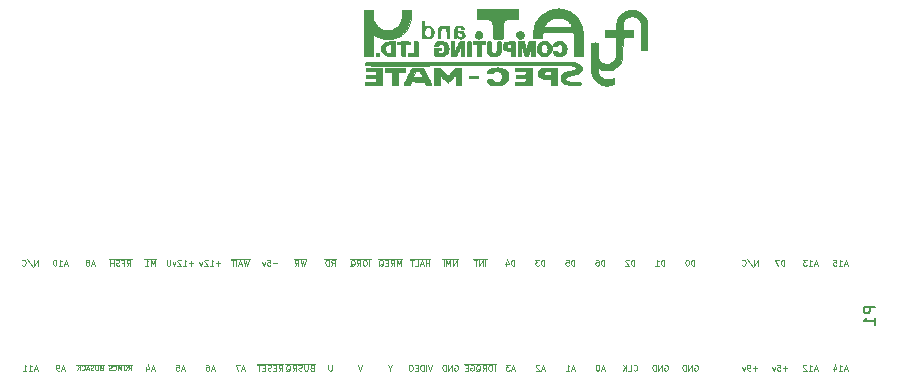
<source format=gbo>
G04 #@! TF.FileFunction,Legend,Bot*
%FSLAX46Y46*%
G04 Gerber Fmt 4.6, Leading zero omitted, Abs format (unit mm)*
G04 Created by KiCad (PCBNEW 4.0.7) date 12/12/18 23:49:00*
%MOMM*%
%LPD*%
G01*
G04 APERTURE LIST*
%ADD10C,0.100000*%
%ADD11C,0.010000*%
%ADD12C,0.150000*%
%ADD13C,0.125000*%
%ADD14R,1.600000X1.600000*%
%ADD15C,1.600000*%
%ADD16O,1.727200X2.800000*%
%ADD17O,1.500000X0.900000*%
%ADD18R,1.500000X0.900000*%
%ADD19C,1.400000*%
%ADD20O,1.400000X1.400000*%
%ADD21C,2.279600*%
%ADD22C,2.100000*%
%ADD23C,1.750000*%
%ADD24R,1.600000X2.400000*%
%ADD25O,1.600000X2.400000*%
%ADD26R,2.400000X1.600000*%
%ADD27O,2.400000X1.600000*%
%ADD28C,3.500000*%
G04 APERTURE END LIST*
D10*
D11*
G36*
X163769164Y-94789620D02*
X163570392Y-94836269D01*
X163381740Y-94912225D01*
X163206844Y-95015626D01*
X163049343Y-95144611D01*
X162912872Y-95297317D01*
X162801069Y-95471884D01*
X162782419Y-95508379D01*
X162739319Y-95600982D01*
X162706904Y-95684557D01*
X162683507Y-95767198D01*
X162667458Y-95856996D01*
X162657089Y-95962041D01*
X162650732Y-96090426D01*
X162648773Y-96156517D01*
X162645841Y-96256231D01*
X162642545Y-96344393D01*
X162639174Y-96414747D01*
X162636018Y-96461034D01*
X162633962Y-96476207D01*
X162623329Y-96483281D01*
X162594515Y-96488780D01*
X162544374Y-96492856D01*
X162469760Y-96495659D01*
X162367526Y-96497341D01*
X162234524Y-96498055D01*
X162179550Y-96498103D01*
X162035964Y-96498489D01*
X161924235Y-96499749D01*
X161841193Y-96502039D01*
X161783669Y-96505513D01*
X161748492Y-96510325D01*
X161732493Y-96516630D01*
X161730706Y-96520000D01*
X161728913Y-96560838D01*
X161727492Y-96624571D01*
X161726462Y-96703797D01*
X161725842Y-96791109D01*
X161725653Y-96879105D01*
X161725912Y-96960379D01*
X161726639Y-97027527D01*
X161727853Y-97073144D01*
X161729232Y-97089310D01*
X161739829Y-97096483D01*
X161768734Y-97102033D01*
X161819129Y-97106120D01*
X161894199Y-97108902D01*
X161997127Y-97110536D01*
X162131098Y-97111181D01*
X162169971Y-97111207D01*
X162309245Y-97111542D01*
X162417359Y-97112687D01*
X162498179Y-97114855D01*
X162555575Y-97118258D01*
X162593414Y-97123107D01*
X162615564Y-97129613D01*
X162624539Y-97136097D01*
X162629740Y-97152074D01*
X162633902Y-97187647D01*
X162637063Y-97245004D01*
X162639264Y-97326333D01*
X162640544Y-97433823D01*
X162640941Y-97569662D01*
X162640497Y-97736038D01*
X162639250Y-97935139D01*
X162639166Y-97946269D01*
X162637629Y-98141455D01*
X162635993Y-98305121D01*
X162633831Y-98440780D01*
X162630717Y-98551946D01*
X162626224Y-98642132D01*
X162619925Y-98714852D01*
X162611394Y-98773618D01*
X162600204Y-98821943D01*
X162585929Y-98863342D01*
X162568143Y-98901327D01*
X162546419Y-98939411D01*
X162520330Y-98981108D01*
X162511929Y-98994310D01*
X162413402Y-99119308D01*
X162296852Y-99217384D01*
X162166605Y-99288594D01*
X162026988Y-99332997D01*
X161882326Y-99350649D01*
X161736947Y-99341608D01*
X161595176Y-99305932D01*
X161461339Y-99243678D01*
X161339763Y-99154904D01*
X161234774Y-99039666D01*
X161192639Y-98976793D01*
X161163578Y-98926586D01*
X161140012Y-98879058D01*
X161121379Y-98829903D01*
X161107120Y-98774811D01*
X161096673Y-98709475D01*
X161089477Y-98629587D01*
X161084970Y-98530839D01*
X161082592Y-98408922D01*
X161081783Y-98259528D01*
X161081868Y-98126237D01*
X161081805Y-97956998D01*
X161080808Y-97820618D01*
X161078807Y-97714935D01*
X161075727Y-97637784D01*
X161071497Y-97587002D01*
X161066043Y-97560425D01*
X161062749Y-97555483D01*
X161035860Y-97549403D01*
X160982982Y-97545093D01*
X160911909Y-97542502D01*
X160830433Y-97541578D01*
X160746350Y-97542271D01*
X160667450Y-97544528D01*
X160601529Y-97548299D01*
X160556380Y-97553531D01*
X160540284Y-97558924D01*
X160537756Y-97579223D01*
X160535531Y-97631915D01*
X160533630Y-97714361D01*
X160532071Y-97823922D01*
X160530876Y-97957959D01*
X160530063Y-98113831D01*
X160529653Y-98288900D01*
X160529664Y-98480525D01*
X160530118Y-98686068D01*
X160530713Y-98837683D01*
X160531815Y-99079863D01*
X160532835Y-99289758D01*
X160533932Y-99470117D01*
X160535268Y-99623688D01*
X160537004Y-99753220D01*
X160539299Y-99861461D01*
X160542315Y-99951161D01*
X160546211Y-100025067D01*
X160551150Y-100085928D01*
X160557291Y-100136494D01*
X160564794Y-100179511D01*
X160573822Y-100217731D01*
X160584533Y-100253899D01*
X160597089Y-100290767D01*
X160611650Y-100331081D01*
X160619195Y-100351896D01*
X160674218Y-100471401D01*
X160753376Y-100598535D01*
X160849836Y-100724540D01*
X160956768Y-100840659D01*
X161067340Y-100938132D01*
X161089384Y-100954687D01*
X161168065Y-101003753D01*
X161268802Y-101054866D01*
X161379403Y-101102692D01*
X161487677Y-101141901D01*
X161569355Y-101164599D01*
X161655108Y-101178298D01*
X161760101Y-101187015D01*
X161872880Y-101190574D01*
X161981994Y-101188802D01*
X162075988Y-101181523D01*
X162126448Y-101173105D01*
X162215794Y-101149783D01*
X162298179Y-101123228D01*
X162366407Y-101096223D01*
X162413283Y-101071552D01*
X162430520Y-101055477D01*
X162436318Y-101027516D01*
X162441544Y-100972247D01*
X162445658Y-100897399D01*
X162448122Y-100810697D01*
X162448260Y-100801482D01*
X162451322Y-100576654D01*
X162393989Y-100585286D01*
X162347926Y-100593385D01*
X162281833Y-100606388D01*
X162209864Y-100621510D01*
X162208510Y-100621804D01*
X162040534Y-100646373D01*
X161870560Y-100649178D01*
X161707700Y-100630889D01*
X161561065Y-100592175D01*
X161507092Y-100570252D01*
X161368676Y-100489273D01*
X161256719Y-100385615D01*
X161171757Y-100260168D01*
X161114327Y-100113824D01*
X161084967Y-99947473D01*
X161081030Y-99863868D01*
X161082765Y-99777424D01*
X161090139Y-99724251D01*
X161101366Y-99703959D01*
X161127262Y-99705082D01*
X161176466Y-99721631D01*
X161242128Y-99751200D01*
X161256940Y-99758620D01*
X161450428Y-99838069D01*
X161653458Y-99885865D01*
X161861125Y-99901982D01*
X162068520Y-99886397D01*
X162270735Y-99839086D01*
X162453987Y-99764524D01*
X162637745Y-99653152D01*
X162799242Y-99515312D01*
X162937020Y-99352726D01*
X163049621Y-99167115D01*
X163135588Y-98960198D01*
X163135895Y-98959276D01*
X163145248Y-98930287D01*
X163153073Y-98902386D01*
X163159530Y-98872220D01*
X163164781Y-98836441D01*
X163168985Y-98791699D01*
X163172305Y-98734644D01*
X163174901Y-98661927D01*
X163176934Y-98570196D01*
X163178565Y-98456103D01*
X163179955Y-98316297D01*
X163181266Y-98147429D01*
X163182340Y-97992826D01*
X163183920Y-97789460D01*
X163185707Y-97618682D01*
X163187783Y-97478045D01*
X163190226Y-97365104D01*
X163193118Y-97277411D01*
X163196536Y-97212521D01*
X163200562Y-97167987D01*
X163205275Y-97141363D01*
X163210480Y-97130415D01*
X163235825Y-97123977D01*
X163293995Y-97118349D01*
X163382787Y-97113641D01*
X163499997Y-97109965D01*
X163643422Y-97107434D01*
X163668862Y-97107140D01*
X164104853Y-97102448D01*
X164106084Y-96822172D01*
X164106085Y-96725445D01*
X164105289Y-96640345D01*
X164103818Y-96573359D01*
X164101797Y-96530977D01*
X164100352Y-96520000D01*
X164089631Y-96512763D01*
X164060494Y-96507179D01*
X164009734Y-96503084D01*
X163934148Y-96500317D01*
X163830531Y-96498715D01*
X163695676Y-96498117D01*
X163667524Y-96498103D01*
X163547630Y-96497680D01*
X163438499Y-96496490D01*
X163345311Y-96494656D01*
X163273243Y-96492298D01*
X163227472Y-96489538D01*
X163213950Y-96487471D01*
X163202099Y-96477741D01*
X163194096Y-96455519D01*
X163189248Y-96415128D01*
X163186861Y-96350892D01*
X163186241Y-96260609D01*
X163191299Y-96095140D01*
X163207820Y-95956937D01*
X163237822Y-95839528D01*
X163283326Y-95736442D01*
X163346351Y-95641207D01*
X163398923Y-95579076D01*
X163518513Y-95471579D01*
X163649899Y-95394288D01*
X163789160Y-95346097D01*
X163932378Y-95325899D01*
X164075633Y-95332587D01*
X164215005Y-95365056D01*
X164346574Y-95422199D01*
X164466421Y-95502909D01*
X164570627Y-95606081D01*
X164655272Y-95730607D01*
X164716436Y-95875382D01*
X164737372Y-95956882D01*
X164738915Y-95981495D01*
X164740409Y-96038002D01*
X164741826Y-96123261D01*
X164743139Y-96234133D01*
X164744319Y-96367477D01*
X164745341Y-96520151D01*
X164746175Y-96689016D01*
X164746795Y-96870930D01*
X164747174Y-97062752D01*
X164747195Y-97080614D01*
X164748429Y-98162365D01*
X164786266Y-98170471D01*
X164817365Y-98173211D01*
X164875674Y-98174969D01*
X164953379Y-98175624D01*
X165042666Y-98175051D01*
X165060586Y-98174788D01*
X165297069Y-98171000D01*
X165297069Y-95893759D01*
X165255597Y-95753621D01*
X165176908Y-95545104D01*
X165071434Y-95357605D01*
X164941129Y-95192874D01*
X164787945Y-95052663D01*
X164613835Y-94938723D01*
X164420753Y-94852803D01*
X164210652Y-94796656D01*
X164182518Y-94791689D01*
X163974419Y-94774139D01*
X163769164Y-94789620D01*
X163769164Y-94789620D01*
G37*
X163769164Y-94789620D02*
X163570392Y-94836269D01*
X163381740Y-94912225D01*
X163206844Y-95015626D01*
X163049343Y-95144611D01*
X162912872Y-95297317D01*
X162801069Y-95471884D01*
X162782419Y-95508379D01*
X162739319Y-95600982D01*
X162706904Y-95684557D01*
X162683507Y-95767198D01*
X162667458Y-95856996D01*
X162657089Y-95962041D01*
X162650732Y-96090426D01*
X162648773Y-96156517D01*
X162645841Y-96256231D01*
X162642545Y-96344393D01*
X162639174Y-96414747D01*
X162636018Y-96461034D01*
X162633962Y-96476207D01*
X162623329Y-96483281D01*
X162594515Y-96488780D01*
X162544374Y-96492856D01*
X162469760Y-96495659D01*
X162367526Y-96497341D01*
X162234524Y-96498055D01*
X162179550Y-96498103D01*
X162035964Y-96498489D01*
X161924235Y-96499749D01*
X161841193Y-96502039D01*
X161783669Y-96505513D01*
X161748492Y-96510325D01*
X161732493Y-96516630D01*
X161730706Y-96520000D01*
X161728913Y-96560838D01*
X161727492Y-96624571D01*
X161726462Y-96703797D01*
X161725842Y-96791109D01*
X161725653Y-96879105D01*
X161725912Y-96960379D01*
X161726639Y-97027527D01*
X161727853Y-97073144D01*
X161729232Y-97089310D01*
X161739829Y-97096483D01*
X161768734Y-97102033D01*
X161819129Y-97106120D01*
X161894199Y-97108902D01*
X161997127Y-97110536D01*
X162131098Y-97111181D01*
X162169971Y-97111207D01*
X162309245Y-97111542D01*
X162417359Y-97112687D01*
X162498179Y-97114855D01*
X162555575Y-97118258D01*
X162593414Y-97123107D01*
X162615564Y-97129613D01*
X162624539Y-97136097D01*
X162629740Y-97152074D01*
X162633902Y-97187647D01*
X162637063Y-97245004D01*
X162639264Y-97326333D01*
X162640544Y-97433823D01*
X162640941Y-97569662D01*
X162640497Y-97736038D01*
X162639250Y-97935139D01*
X162639166Y-97946269D01*
X162637629Y-98141455D01*
X162635993Y-98305121D01*
X162633831Y-98440780D01*
X162630717Y-98551946D01*
X162626224Y-98642132D01*
X162619925Y-98714852D01*
X162611394Y-98773618D01*
X162600204Y-98821943D01*
X162585929Y-98863342D01*
X162568143Y-98901327D01*
X162546419Y-98939411D01*
X162520330Y-98981108D01*
X162511929Y-98994310D01*
X162413402Y-99119308D01*
X162296852Y-99217384D01*
X162166605Y-99288594D01*
X162026988Y-99332997D01*
X161882326Y-99350649D01*
X161736947Y-99341608D01*
X161595176Y-99305932D01*
X161461339Y-99243678D01*
X161339763Y-99154904D01*
X161234774Y-99039666D01*
X161192639Y-98976793D01*
X161163578Y-98926586D01*
X161140012Y-98879058D01*
X161121379Y-98829903D01*
X161107120Y-98774811D01*
X161096673Y-98709475D01*
X161089477Y-98629587D01*
X161084970Y-98530839D01*
X161082592Y-98408922D01*
X161081783Y-98259528D01*
X161081868Y-98126237D01*
X161081805Y-97956998D01*
X161080808Y-97820618D01*
X161078807Y-97714935D01*
X161075727Y-97637784D01*
X161071497Y-97587002D01*
X161066043Y-97560425D01*
X161062749Y-97555483D01*
X161035860Y-97549403D01*
X160982982Y-97545093D01*
X160911909Y-97542502D01*
X160830433Y-97541578D01*
X160746350Y-97542271D01*
X160667450Y-97544528D01*
X160601529Y-97548299D01*
X160556380Y-97553531D01*
X160540284Y-97558924D01*
X160537756Y-97579223D01*
X160535531Y-97631915D01*
X160533630Y-97714361D01*
X160532071Y-97823922D01*
X160530876Y-97957959D01*
X160530063Y-98113831D01*
X160529653Y-98288900D01*
X160529664Y-98480525D01*
X160530118Y-98686068D01*
X160530713Y-98837683D01*
X160531815Y-99079863D01*
X160532835Y-99289758D01*
X160533932Y-99470117D01*
X160535268Y-99623688D01*
X160537004Y-99753220D01*
X160539299Y-99861461D01*
X160542315Y-99951161D01*
X160546211Y-100025067D01*
X160551150Y-100085928D01*
X160557291Y-100136494D01*
X160564794Y-100179511D01*
X160573822Y-100217731D01*
X160584533Y-100253899D01*
X160597089Y-100290767D01*
X160611650Y-100331081D01*
X160619195Y-100351896D01*
X160674218Y-100471401D01*
X160753376Y-100598535D01*
X160849836Y-100724540D01*
X160956768Y-100840659D01*
X161067340Y-100938132D01*
X161089384Y-100954687D01*
X161168065Y-101003753D01*
X161268802Y-101054866D01*
X161379403Y-101102692D01*
X161487677Y-101141901D01*
X161569355Y-101164599D01*
X161655108Y-101178298D01*
X161760101Y-101187015D01*
X161872880Y-101190574D01*
X161981994Y-101188802D01*
X162075988Y-101181523D01*
X162126448Y-101173105D01*
X162215794Y-101149783D01*
X162298179Y-101123228D01*
X162366407Y-101096223D01*
X162413283Y-101071552D01*
X162430520Y-101055477D01*
X162436318Y-101027516D01*
X162441544Y-100972247D01*
X162445658Y-100897399D01*
X162448122Y-100810697D01*
X162448260Y-100801482D01*
X162451322Y-100576654D01*
X162393989Y-100585286D01*
X162347926Y-100593385D01*
X162281833Y-100606388D01*
X162209864Y-100621510D01*
X162208510Y-100621804D01*
X162040534Y-100646373D01*
X161870560Y-100649178D01*
X161707700Y-100630889D01*
X161561065Y-100592175D01*
X161507092Y-100570252D01*
X161368676Y-100489273D01*
X161256719Y-100385615D01*
X161171757Y-100260168D01*
X161114327Y-100113824D01*
X161084967Y-99947473D01*
X161081030Y-99863868D01*
X161082765Y-99777424D01*
X161090139Y-99724251D01*
X161101366Y-99703959D01*
X161127262Y-99705082D01*
X161176466Y-99721631D01*
X161242128Y-99751200D01*
X161256940Y-99758620D01*
X161450428Y-99838069D01*
X161653458Y-99885865D01*
X161861125Y-99901982D01*
X162068520Y-99886397D01*
X162270735Y-99839086D01*
X162453987Y-99764524D01*
X162637745Y-99653152D01*
X162799242Y-99515312D01*
X162937020Y-99352726D01*
X163049621Y-99167115D01*
X163135588Y-98960198D01*
X163135895Y-98959276D01*
X163145248Y-98930287D01*
X163153073Y-98902386D01*
X163159530Y-98872220D01*
X163164781Y-98836441D01*
X163168985Y-98791699D01*
X163172305Y-98734644D01*
X163174901Y-98661927D01*
X163176934Y-98570196D01*
X163178565Y-98456103D01*
X163179955Y-98316297D01*
X163181266Y-98147429D01*
X163182340Y-97992826D01*
X163183920Y-97789460D01*
X163185707Y-97618682D01*
X163187783Y-97478045D01*
X163190226Y-97365104D01*
X163193118Y-97277411D01*
X163196536Y-97212521D01*
X163200562Y-97167987D01*
X163205275Y-97141363D01*
X163210480Y-97130415D01*
X163235825Y-97123977D01*
X163293995Y-97118349D01*
X163382787Y-97113641D01*
X163499997Y-97109965D01*
X163643422Y-97107434D01*
X163668862Y-97107140D01*
X164104853Y-97102448D01*
X164106084Y-96822172D01*
X164106085Y-96725445D01*
X164105289Y-96640345D01*
X164103818Y-96573359D01*
X164101797Y-96530977D01*
X164100352Y-96520000D01*
X164089631Y-96512763D01*
X164060494Y-96507179D01*
X164009734Y-96503084D01*
X163934148Y-96500317D01*
X163830531Y-96498715D01*
X163695676Y-96498117D01*
X163667524Y-96498103D01*
X163547630Y-96497680D01*
X163438499Y-96496490D01*
X163345311Y-96494656D01*
X163273243Y-96492298D01*
X163227472Y-96489538D01*
X163213950Y-96487471D01*
X163202099Y-96477741D01*
X163194096Y-96455519D01*
X163189248Y-96415128D01*
X163186861Y-96350892D01*
X163186241Y-96260609D01*
X163191299Y-96095140D01*
X163207820Y-95956937D01*
X163237822Y-95839528D01*
X163283326Y-95736442D01*
X163346351Y-95641207D01*
X163398923Y-95579076D01*
X163518513Y-95471579D01*
X163649899Y-95394288D01*
X163789160Y-95346097D01*
X163932378Y-95325899D01*
X164075633Y-95332587D01*
X164215005Y-95365056D01*
X164346574Y-95422199D01*
X164466421Y-95502909D01*
X164570627Y-95606081D01*
X164655272Y-95730607D01*
X164716436Y-95875382D01*
X164737372Y-95956882D01*
X164738915Y-95981495D01*
X164740409Y-96038002D01*
X164741826Y-96123261D01*
X164743139Y-96234133D01*
X164744319Y-96367477D01*
X164745341Y-96520151D01*
X164746175Y-96689016D01*
X164746795Y-96870930D01*
X164747174Y-97062752D01*
X164747195Y-97080614D01*
X164748429Y-98162365D01*
X164786266Y-98170471D01*
X164817365Y-98173211D01*
X164875674Y-98174969D01*
X164953379Y-98175624D01*
X165042666Y-98175051D01*
X165060586Y-98174788D01*
X165297069Y-98171000D01*
X165297069Y-95893759D01*
X165255597Y-95753621D01*
X165176908Y-95545104D01*
X165071434Y-95357605D01*
X164941129Y-95192874D01*
X164787945Y-95052663D01*
X164613835Y-94938723D01*
X164420753Y-94852803D01*
X164210652Y-94796656D01*
X164182518Y-94791689D01*
X163974419Y-94774139D01*
X163769164Y-94789620D01*
G36*
X152491966Y-99658935D02*
X152320672Y-99666599D01*
X152178423Y-99683500D01*
X152060101Y-99711096D01*
X151960592Y-99750843D01*
X151874779Y-99804198D01*
X151820396Y-99850164D01*
X151769943Y-99907033D01*
X151730436Y-99969279D01*
X151704456Y-100029892D01*
X151694580Y-100081861D01*
X151703390Y-100118176D01*
X151717748Y-100129180D01*
X151742945Y-100132591D01*
X151795982Y-100135800D01*
X151869664Y-100138492D01*
X151956796Y-100140350D01*
X151978923Y-100140637D01*
X152217280Y-100143338D01*
X152255814Y-100074776D01*
X152311954Y-100008972D01*
X152391504Y-99963058D01*
X152487822Y-99938914D01*
X152594267Y-99938423D01*
X152678137Y-99955110D01*
X152777446Y-99999093D01*
X152853863Y-100067332D01*
X152908226Y-100161103D01*
X152941376Y-100281678D01*
X152951612Y-100369975D01*
X152949175Y-100510251D01*
X152922309Y-100631664D01*
X152872282Y-100731575D01*
X152800361Y-100807347D01*
X152719949Y-100851970D01*
X152650258Y-100870379D01*
X152564975Y-100876192D01*
X152511447Y-100874708D01*
X152413073Y-100863247D01*
X152341246Y-100838010D01*
X152289006Y-100795451D01*
X152255483Y-100744332D01*
X152232017Y-100704985D01*
X152211981Y-100680831D01*
X152211690Y-100680613D01*
X152188544Y-100675874D01*
X152137355Y-100671881D01*
X152065111Y-100668991D01*
X151978801Y-100667562D01*
X151955455Y-100667475D01*
X151848220Y-100668164D01*
X151771688Y-100671790D01*
X151721545Y-100680277D01*
X151693475Y-100695548D01*
X151683163Y-100719527D01*
X151686292Y-100754136D01*
X151693728Y-100784111D01*
X151739231Y-100885538D01*
X151814861Y-100972543D01*
X151918489Y-101044379D01*
X152047987Y-101100297D01*
X152201226Y-101139550D01*
X152376078Y-101161391D01*
X152570414Y-101165071D01*
X152745966Y-101153700D01*
X152931481Y-101122085D01*
X153092693Y-101067300D01*
X153228614Y-100990295D01*
X153338256Y-100892021D01*
X153420631Y-100773427D01*
X153474751Y-100635465D01*
X153499629Y-100479083D01*
X153501248Y-100427190D01*
X153488708Y-100263792D01*
X153449136Y-100120936D01*
X153381260Y-99995419D01*
X153286527Y-99886594D01*
X153195960Y-99810452D01*
X153101394Y-99751643D01*
X152997320Y-99708591D01*
X152878231Y-99679718D01*
X152738617Y-99663443D01*
X152572970Y-99658191D01*
X152491966Y-99658935D01*
X152491966Y-99658935D01*
G37*
X152491966Y-99658935D02*
X152320672Y-99666599D01*
X152178423Y-99683500D01*
X152060101Y-99711096D01*
X151960592Y-99750843D01*
X151874779Y-99804198D01*
X151820396Y-99850164D01*
X151769943Y-99907033D01*
X151730436Y-99969279D01*
X151704456Y-100029892D01*
X151694580Y-100081861D01*
X151703390Y-100118176D01*
X151717748Y-100129180D01*
X151742945Y-100132591D01*
X151795982Y-100135800D01*
X151869664Y-100138492D01*
X151956796Y-100140350D01*
X151978923Y-100140637D01*
X152217280Y-100143338D01*
X152255814Y-100074776D01*
X152311954Y-100008972D01*
X152391504Y-99963058D01*
X152487822Y-99938914D01*
X152594267Y-99938423D01*
X152678137Y-99955110D01*
X152777446Y-99999093D01*
X152853863Y-100067332D01*
X152908226Y-100161103D01*
X152941376Y-100281678D01*
X152951612Y-100369975D01*
X152949175Y-100510251D01*
X152922309Y-100631664D01*
X152872282Y-100731575D01*
X152800361Y-100807347D01*
X152719949Y-100851970D01*
X152650258Y-100870379D01*
X152564975Y-100876192D01*
X152511447Y-100874708D01*
X152413073Y-100863247D01*
X152341246Y-100838010D01*
X152289006Y-100795451D01*
X152255483Y-100744332D01*
X152232017Y-100704985D01*
X152211981Y-100680831D01*
X152211690Y-100680613D01*
X152188544Y-100675874D01*
X152137355Y-100671881D01*
X152065111Y-100668991D01*
X151978801Y-100667562D01*
X151955455Y-100667475D01*
X151848220Y-100668164D01*
X151771688Y-100671790D01*
X151721545Y-100680277D01*
X151693475Y-100695548D01*
X151683163Y-100719527D01*
X151686292Y-100754136D01*
X151693728Y-100784111D01*
X151739231Y-100885538D01*
X151814861Y-100972543D01*
X151918489Y-101044379D01*
X152047987Y-101100297D01*
X152201226Y-101139550D01*
X152376078Y-101161391D01*
X152570414Y-101165071D01*
X152745966Y-101153700D01*
X152931481Y-101122085D01*
X153092693Y-101067300D01*
X153228614Y-100990295D01*
X153338256Y-100892021D01*
X153420631Y-100773427D01*
X153474751Y-100635465D01*
X153499629Y-100479083D01*
X153501248Y-100427190D01*
X153488708Y-100263792D01*
X153449136Y-100120936D01*
X153381260Y-99995419D01*
X153286527Y-99886594D01*
X153195960Y-99810452D01*
X153101394Y-99751643D01*
X152997320Y-99708591D01*
X152878231Y-99679718D01*
X152738617Y-99663443D01*
X152572970Y-99658191D01*
X152491966Y-99658935D01*
G36*
X153684054Y-99206372D02*
X153203249Y-99206463D01*
X152695920Y-99206600D01*
X152161382Y-99206784D01*
X151598951Y-99207013D01*
X151007942Y-99207286D01*
X150387671Y-99207603D01*
X149737453Y-99207962D01*
X149056605Y-99208364D01*
X148344442Y-99208808D01*
X147600279Y-99209291D01*
X146823433Y-99209815D01*
X146013218Y-99210378D01*
X145168950Y-99210979D01*
X144791082Y-99211252D01*
X141504543Y-99213636D01*
X141445410Y-99253486D01*
X141396779Y-99296352D01*
X141378570Y-99343670D01*
X141384737Y-99398274D01*
X141387174Y-99410613D01*
X141389049Y-99421861D01*
X141391919Y-99432067D01*
X141397344Y-99441279D01*
X141406883Y-99449546D01*
X141422095Y-99456917D01*
X141444537Y-99463442D01*
X141475770Y-99469170D01*
X141517352Y-99474149D01*
X141570841Y-99478429D01*
X141637797Y-99482058D01*
X141719779Y-99485086D01*
X141818344Y-99487562D01*
X141935052Y-99489534D01*
X142071462Y-99491052D01*
X142229133Y-99492165D01*
X142409623Y-99492922D01*
X142614492Y-99493372D01*
X142845297Y-99493563D01*
X143103598Y-99493546D01*
X143390954Y-99493368D01*
X143708923Y-99493080D01*
X144059064Y-99492730D01*
X144377666Y-99492425D01*
X144711589Y-99492093D01*
X145047581Y-99491703D01*
X145382853Y-99491261D01*
X145714614Y-99490773D01*
X146040075Y-99490244D01*
X146356445Y-99489680D01*
X146660934Y-99489086D01*
X146950752Y-99488470D01*
X147223108Y-99487836D01*
X147475214Y-99487190D01*
X147704278Y-99486538D01*
X147907511Y-99485885D01*
X148082122Y-99485238D01*
X148225321Y-99484602D01*
X148261552Y-99484415D01*
X148367347Y-99483923D01*
X148506333Y-99483398D01*
X148676665Y-99482845D01*
X148876500Y-99482267D01*
X149103994Y-99481667D01*
X149357302Y-99481049D01*
X149634582Y-99480417D01*
X149933988Y-99479774D01*
X150253677Y-99479125D01*
X150591806Y-99478471D01*
X150946529Y-99477818D01*
X151316004Y-99477168D01*
X151698386Y-99476526D01*
X152091831Y-99475894D01*
X152494496Y-99475276D01*
X152904536Y-99474677D01*
X153320108Y-99474099D01*
X153739368Y-99473546D01*
X154059759Y-99473145D01*
X154551220Y-99472537D01*
X155008889Y-99471971D01*
X155434005Y-99471466D01*
X155827809Y-99471040D01*
X156191543Y-99470710D01*
X156526448Y-99470496D01*
X156833764Y-99470416D01*
X157114733Y-99470487D01*
X157370595Y-99470727D01*
X157602592Y-99471156D01*
X157811965Y-99471791D01*
X157999954Y-99472650D01*
X158167801Y-99473752D01*
X158316746Y-99475115D01*
X158448032Y-99476756D01*
X158562898Y-99478695D01*
X158662585Y-99480949D01*
X158748336Y-99483536D01*
X158821390Y-99486476D01*
X158882989Y-99489785D01*
X158934373Y-99493482D01*
X158976784Y-99497586D01*
X159011464Y-99502114D01*
X159039651Y-99507085D01*
X159062589Y-99512516D01*
X159081518Y-99518427D01*
X159097678Y-99524835D01*
X159112311Y-99531759D01*
X159126658Y-99539216D01*
X159141960Y-99547225D01*
X159142825Y-99547667D01*
X159200934Y-99590479D01*
X159241193Y-99645981D01*
X159257537Y-99704275D01*
X159255004Y-99730758D01*
X159228835Y-99777990D01*
X159174274Y-99821306D01*
X159090092Y-99861146D01*
X158975060Y-99897948D01*
X158827950Y-99932155D01*
X158647533Y-99964204D01*
X158570448Y-99975842D01*
X158396048Y-100010355D01*
X158252827Y-100059411D01*
X158139666Y-100123988D01*
X158055442Y-100205067D01*
X157999033Y-100303626D01*
X157969319Y-100420644D01*
X157963794Y-100505338D01*
X157976580Y-100648868D01*
X158017118Y-100771363D01*
X158086452Y-100874467D01*
X158185632Y-100959824D01*
X158290172Y-101017824D01*
X158364284Y-101049177D01*
X158438812Y-101074272D01*
X158518930Y-101093822D01*
X158609811Y-101108543D01*
X158716631Y-101119149D01*
X158844563Y-101126355D01*
X158998780Y-101130877D01*
X159122241Y-101132794D01*
X159245120Y-101133886D01*
X159357345Y-101134238D01*
X159453865Y-101133884D01*
X159529628Y-101132862D01*
X159579583Y-101131207D01*
X159597789Y-101129390D01*
X159624183Y-101110040D01*
X159635162Y-101069114D01*
X159631968Y-101001403D01*
X159630698Y-100991276D01*
X159621483Y-100921207D01*
X159341207Y-100919345D01*
X159103765Y-100913201D01*
X158899577Y-100898030D01*
X158727997Y-100873654D01*
X158588380Y-100839896D01*
X158480082Y-100796580D01*
X158402457Y-100743528D01*
X158354862Y-100680563D01*
X158342092Y-100645183D01*
X158344563Y-100585934D01*
X158380764Y-100528109D01*
X158449398Y-100472393D01*
X158549167Y-100419469D01*
X158678776Y-100370021D01*
X158836926Y-100324733D01*
X159022321Y-100284289D01*
X159028809Y-100283060D01*
X159222684Y-100239642D01*
X159383555Y-100188283D01*
X159512746Y-100128043D01*
X159611580Y-100057980D01*
X159681381Y-99977154D01*
X159723474Y-99884625D01*
X159739181Y-99779452D01*
X159739211Y-99778263D01*
X159726851Y-99663378D01*
X159682946Y-99558976D01*
X159605993Y-99461792D01*
X159583882Y-99440505D01*
X159509323Y-99383816D01*
X159411860Y-99326898D01*
X159303086Y-99275648D01*
X159194592Y-99235963D01*
X159165378Y-99227603D01*
X159156091Y-99225998D01*
X159140125Y-99224462D01*
X159116797Y-99222995D01*
X159085422Y-99221595D01*
X159045315Y-99220263D01*
X158995794Y-99218996D01*
X158936172Y-99217796D01*
X158865765Y-99216660D01*
X158783891Y-99215587D01*
X158689863Y-99214579D01*
X158582997Y-99213632D01*
X158462610Y-99212747D01*
X158328017Y-99211923D01*
X158178533Y-99211159D01*
X158013474Y-99210454D01*
X157832157Y-99209807D01*
X157633895Y-99209219D01*
X157418006Y-99208687D01*
X157183804Y-99208211D01*
X156930606Y-99207791D01*
X156657727Y-99207426D01*
X156364482Y-99207114D01*
X156050188Y-99206855D01*
X155714160Y-99206648D01*
X155355713Y-99206493D01*
X154974163Y-99206389D01*
X154568826Y-99206334D01*
X154139018Y-99206329D01*
X153684054Y-99206372D01*
X153684054Y-99206372D01*
G37*
X153684054Y-99206372D02*
X153203249Y-99206463D01*
X152695920Y-99206600D01*
X152161382Y-99206784D01*
X151598951Y-99207013D01*
X151007942Y-99207286D01*
X150387671Y-99207603D01*
X149737453Y-99207962D01*
X149056605Y-99208364D01*
X148344442Y-99208808D01*
X147600279Y-99209291D01*
X146823433Y-99209815D01*
X146013218Y-99210378D01*
X145168950Y-99210979D01*
X144791082Y-99211252D01*
X141504543Y-99213636D01*
X141445410Y-99253486D01*
X141396779Y-99296352D01*
X141378570Y-99343670D01*
X141384737Y-99398274D01*
X141387174Y-99410613D01*
X141389049Y-99421861D01*
X141391919Y-99432067D01*
X141397344Y-99441279D01*
X141406883Y-99449546D01*
X141422095Y-99456917D01*
X141444537Y-99463442D01*
X141475770Y-99469170D01*
X141517352Y-99474149D01*
X141570841Y-99478429D01*
X141637797Y-99482058D01*
X141719779Y-99485086D01*
X141818344Y-99487562D01*
X141935052Y-99489534D01*
X142071462Y-99491052D01*
X142229133Y-99492165D01*
X142409623Y-99492922D01*
X142614492Y-99493372D01*
X142845297Y-99493563D01*
X143103598Y-99493546D01*
X143390954Y-99493368D01*
X143708923Y-99493080D01*
X144059064Y-99492730D01*
X144377666Y-99492425D01*
X144711589Y-99492093D01*
X145047581Y-99491703D01*
X145382853Y-99491261D01*
X145714614Y-99490773D01*
X146040075Y-99490244D01*
X146356445Y-99489680D01*
X146660934Y-99489086D01*
X146950752Y-99488470D01*
X147223108Y-99487836D01*
X147475214Y-99487190D01*
X147704278Y-99486538D01*
X147907511Y-99485885D01*
X148082122Y-99485238D01*
X148225321Y-99484602D01*
X148261552Y-99484415D01*
X148367347Y-99483923D01*
X148506333Y-99483398D01*
X148676665Y-99482845D01*
X148876500Y-99482267D01*
X149103994Y-99481667D01*
X149357302Y-99481049D01*
X149634582Y-99480417D01*
X149933988Y-99479774D01*
X150253677Y-99479125D01*
X150591806Y-99478471D01*
X150946529Y-99477818D01*
X151316004Y-99477168D01*
X151698386Y-99476526D01*
X152091831Y-99475894D01*
X152494496Y-99475276D01*
X152904536Y-99474677D01*
X153320108Y-99474099D01*
X153739368Y-99473546D01*
X154059759Y-99473145D01*
X154551220Y-99472537D01*
X155008889Y-99471971D01*
X155434005Y-99471466D01*
X155827809Y-99471040D01*
X156191543Y-99470710D01*
X156526448Y-99470496D01*
X156833764Y-99470416D01*
X157114733Y-99470487D01*
X157370595Y-99470727D01*
X157602592Y-99471156D01*
X157811965Y-99471791D01*
X157999954Y-99472650D01*
X158167801Y-99473752D01*
X158316746Y-99475115D01*
X158448032Y-99476756D01*
X158562898Y-99478695D01*
X158662585Y-99480949D01*
X158748336Y-99483536D01*
X158821390Y-99486476D01*
X158882989Y-99489785D01*
X158934373Y-99493482D01*
X158976784Y-99497586D01*
X159011464Y-99502114D01*
X159039651Y-99507085D01*
X159062589Y-99512516D01*
X159081518Y-99518427D01*
X159097678Y-99524835D01*
X159112311Y-99531759D01*
X159126658Y-99539216D01*
X159141960Y-99547225D01*
X159142825Y-99547667D01*
X159200934Y-99590479D01*
X159241193Y-99645981D01*
X159257537Y-99704275D01*
X159255004Y-99730758D01*
X159228835Y-99777990D01*
X159174274Y-99821306D01*
X159090092Y-99861146D01*
X158975060Y-99897948D01*
X158827950Y-99932155D01*
X158647533Y-99964204D01*
X158570448Y-99975842D01*
X158396048Y-100010355D01*
X158252827Y-100059411D01*
X158139666Y-100123988D01*
X158055442Y-100205067D01*
X157999033Y-100303626D01*
X157969319Y-100420644D01*
X157963794Y-100505338D01*
X157976580Y-100648868D01*
X158017118Y-100771363D01*
X158086452Y-100874467D01*
X158185632Y-100959824D01*
X158290172Y-101017824D01*
X158364284Y-101049177D01*
X158438812Y-101074272D01*
X158518930Y-101093822D01*
X158609811Y-101108543D01*
X158716631Y-101119149D01*
X158844563Y-101126355D01*
X158998780Y-101130877D01*
X159122241Y-101132794D01*
X159245120Y-101133886D01*
X159357345Y-101134238D01*
X159453865Y-101133884D01*
X159529628Y-101132862D01*
X159579583Y-101131207D01*
X159597789Y-101129390D01*
X159624183Y-101110040D01*
X159635162Y-101069114D01*
X159631968Y-101001403D01*
X159630698Y-100991276D01*
X159621483Y-100921207D01*
X159341207Y-100919345D01*
X159103765Y-100913201D01*
X158899577Y-100898030D01*
X158727997Y-100873654D01*
X158588380Y-100839896D01*
X158480082Y-100796580D01*
X158402457Y-100743528D01*
X158354862Y-100680563D01*
X158342092Y-100645183D01*
X158344563Y-100585934D01*
X158380764Y-100528109D01*
X158449398Y-100472393D01*
X158549167Y-100419469D01*
X158678776Y-100370021D01*
X158836926Y-100324733D01*
X159022321Y-100284289D01*
X159028809Y-100283060D01*
X159222684Y-100239642D01*
X159383555Y-100188283D01*
X159512746Y-100128043D01*
X159611580Y-100057980D01*
X159681381Y-99977154D01*
X159723474Y-99884625D01*
X159739181Y-99779452D01*
X159739211Y-99778263D01*
X159726851Y-99663378D01*
X159682946Y-99558976D01*
X159605993Y-99461792D01*
X159583882Y-99440505D01*
X159509323Y-99383816D01*
X159411860Y-99326898D01*
X159303086Y-99275648D01*
X159194592Y-99235963D01*
X159165378Y-99227603D01*
X159156091Y-99225998D01*
X159140125Y-99224462D01*
X159116797Y-99222995D01*
X159085422Y-99221595D01*
X159045315Y-99220263D01*
X158995794Y-99218996D01*
X158936172Y-99217796D01*
X158865765Y-99216660D01*
X158783891Y-99215587D01*
X158689863Y-99214579D01*
X158582997Y-99213632D01*
X158462610Y-99212747D01*
X158328017Y-99211923D01*
X158178533Y-99211159D01*
X158013474Y-99210454D01*
X157832157Y-99209807D01*
X157633895Y-99209219D01*
X157418006Y-99208687D01*
X157183804Y-99208211D01*
X156930606Y-99207791D01*
X156657727Y-99207426D01*
X156364482Y-99207114D01*
X156050188Y-99206855D01*
X155714160Y-99206648D01*
X155355713Y-99206493D01*
X154974163Y-99206389D01*
X154568826Y-99206334D01*
X154139018Y-99206329D01*
X153684054Y-99206372D01*
G36*
X157033105Y-99678532D02*
X156858911Y-99679595D01*
X156715535Y-99681798D01*
X156598764Y-99685724D01*
X156504385Y-99691960D01*
X156428185Y-99701089D01*
X156365953Y-99713697D01*
X156313475Y-99730368D01*
X156266539Y-99751688D01*
X156220932Y-99778242D01*
X156195585Y-99794821D01*
X156102769Y-99874356D01*
X156041236Y-99968453D01*
X156009581Y-100079788D01*
X156004344Y-100159091D01*
X156013667Y-100227637D01*
X156037797Y-100304144D01*
X156071366Y-100375626D01*
X156109006Y-100429097D01*
X156120348Y-100439732D01*
X156186115Y-100489828D01*
X156248574Y-100528569D01*
X156313850Y-100557565D01*
X156388067Y-100578428D01*
X156477349Y-100592767D01*
X156587820Y-100602192D01*
X156725605Y-100608314D01*
X156766172Y-100609550D01*
X156868085Y-100613109D01*
X156957828Y-100617482D01*
X157029551Y-100622285D01*
X157077401Y-100627130D01*
X157095246Y-100631236D01*
X157100423Y-100652639D01*
X157104711Y-100702032D01*
X157107702Y-100772375D01*
X157108989Y-100856626D01*
X157109010Y-100869116D01*
X157110510Y-100968062D01*
X157114756Y-101045981D01*
X157121365Y-101097874D01*
X157128046Y-101117235D01*
X157153434Y-101127161D01*
X157205535Y-101134517D01*
X157276153Y-101139287D01*
X157357092Y-101141452D01*
X157440158Y-101140996D01*
X157517155Y-101137903D01*
X157579887Y-101132154D01*
X157620159Y-101123734D01*
X157629518Y-101118276D01*
X157634622Y-101094251D01*
X157638937Y-101036103D01*
X157642438Y-100944734D01*
X157645103Y-100821047D01*
X157646909Y-100665945D01*
X157647833Y-100480330D01*
X157647949Y-100399049D01*
X157647989Y-100224421D01*
X157647841Y-100115033D01*
X157110534Y-100115033D01*
X157107939Y-100184619D01*
X157102797Y-100248325D01*
X157095471Y-100296534D01*
X157086327Y-100319632D01*
X157086040Y-100319829D01*
X157055205Y-100327684D01*
X156999240Y-100332250D01*
X156927884Y-100333639D01*
X156850874Y-100331965D01*
X156777950Y-100327341D01*
X156718850Y-100319880D01*
X156698245Y-100315323D01*
X156618654Y-100279866D01*
X156567975Y-100226495D01*
X156547572Y-100156750D01*
X156547207Y-100144848D01*
X156561748Y-100067957D01*
X156605207Y-100010772D01*
X156677339Y-99973587D01*
X156694647Y-99968711D01*
X156748389Y-99959385D01*
X156817839Y-99953097D01*
X156894402Y-99949880D01*
X156969484Y-99949766D01*
X157034493Y-99952789D01*
X157080833Y-99958981D01*
X157099394Y-99967154D01*
X157106625Y-99996685D01*
X157110217Y-100049184D01*
X157110534Y-100115033D01*
X157647841Y-100115033D01*
X157647795Y-100081567D01*
X157647213Y-99967226D01*
X157646088Y-99878136D01*
X157644267Y-99811037D01*
X157641594Y-99762667D01*
X157637916Y-99729766D01*
X157633077Y-99709073D01*
X157626923Y-99697327D01*
X157619300Y-99691267D01*
X157614322Y-99689138D01*
X157588863Y-99686088D01*
X157532921Y-99683431D01*
X157451047Y-99681249D01*
X157347791Y-99679626D01*
X157227705Y-99678645D01*
X157095338Y-99678389D01*
X157033105Y-99678532D01*
X157033105Y-99678532D01*
G37*
X157033105Y-99678532D02*
X156858911Y-99679595D01*
X156715535Y-99681798D01*
X156598764Y-99685724D01*
X156504385Y-99691960D01*
X156428185Y-99701089D01*
X156365953Y-99713697D01*
X156313475Y-99730368D01*
X156266539Y-99751688D01*
X156220932Y-99778242D01*
X156195585Y-99794821D01*
X156102769Y-99874356D01*
X156041236Y-99968453D01*
X156009581Y-100079788D01*
X156004344Y-100159091D01*
X156013667Y-100227637D01*
X156037797Y-100304144D01*
X156071366Y-100375626D01*
X156109006Y-100429097D01*
X156120348Y-100439732D01*
X156186115Y-100489828D01*
X156248574Y-100528569D01*
X156313850Y-100557565D01*
X156388067Y-100578428D01*
X156477349Y-100592767D01*
X156587820Y-100602192D01*
X156725605Y-100608314D01*
X156766172Y-100609550D01*
X156868085Y-100613109D01*
X156957828Y-100617482D01*
X157029551Y-100622285D01*
X157077401Y-100627130D01*
X157095246Y-100631236D01*
X157100423Y-100652639D01*
X157104711Y-100702032D01*
X157107702Y-100772375D01*
X157108989Y-100856626D01*
X157109010Y-100869116D01*
X157110510Y-100968062D01*
X157114756Y-101045981D01*
X157121365Y-101097874D01*
X157128046Y-101117235D01*
X157153434Y-101127161D01*
X157205535Y-101134517D01*
X157276153Y-101139287D01*
X157357092Y-101141452D01*
X157440158Y-101140996D01*
X157517155Y-101137903D01*
X157579887Y-101132154D01*
X157620159Y-101123734D01*
X157629518Y-101118276D01*
X157634622Y-101094251D01*
X157638937Y-101036103D01*
X157642438Y-100944734D01*
X157645103Y-100821047D01*
X157646909Y-100665945D01*
X157647833Y-100480330D01*
X157647949Y-100399049D01*
X157647989Y-100224421D01*
X157647841Y-100115033D01*
X157110534Y-100115033D01*
X157107939Y-100184619D01*
X157102797Y-100248325D01*
X157095471Y-100296534D01*
X157086327Y-100319632D01*
X157086040Y-100319829D01*
X157055205Y-100327684D01*
X156999240Y-100332250D01*
X156927884Y-100333639D01*
X156850874Y-100331965D01*
X156777950Y-100327341D01*
X156718850Y-100319880D01*
X156698245Y-100315323D01*
X156618654Y-100279866D01*
X156567975Y-100226495D01*
X156547572Y-100156750D01*
X156547207Y-100144848D01*
X156561748Y-100067957D01*
X156605207Y-100010772D01*
X156677339Y-99973587D01*
X156694647Y-99968711D01*
X156748389Y-99959385D01*
X156817839Y-99953097D01*
X156894402Y-99949880D01*
X156969484Y-99949766D01*
X157034493Y-99952789D01*
X157080833Y-99958981D01*
X157099394Y-99967154D01*
X157106625Y-99996685D01*
X157110217Y-100049184D01*
X157110534Y-100115033D01*
X157647841Y-100115033D01*
X157647795Y-100081567D01*
X157647213Y-99967226D01*
X157646088Y-99878136D01*
X157644267Y-99811037D01*
X157641594Y-99762667D01*
X157637916Y-99729766D01*
X157633077Y-99709073D01*
X157626923Y-99697327D01*
X157619300Y-99691267D01*
X157614322Y-99689138D01*
X157588863Y-99686088D01*
X157532921Y-99683431D01*
X157451047Y-99681249D01*
X157347791Y-99679626D01*
X157227705Y-99678645D01*
X157095338Y-99678389D01*
X157033105Y-99678532D01*
G36*
X154703631Y-99680133D02*
X154570591Y-99680962D01*
X154445169Y-99682209D01*
X154332052Y-99683861D01*
X154235928Y-99685905D01*
X154161484Y-99688330D01*
X154113408Y-99691122D01*
X154096782Y-99693770D01*
X154084908Y-99718164D01*
X154078481Y-99765409D01*
X154077323Y-99823779D01*
X154081259Y-99881545D01*
X154090113Y-99926978D01*
X154100584Y-99946537D01*
X154127250Y-99953713D01*
X154188054Y-99959768D01*
X154282116Y-99964655D01*
X154408555Y-99968326D01*
X154551653Y-99970578D01*
X154979414Y-99975276D01*
X154984618Y-100105112D01*
X154985252Y-100182177D01*
X154979307Y-100229003D01*
X154967101Y-100249361D01*
X154943645Y-100253527D01*
X154890467Y-100257246D01*
X154812880Y-100260329D01*
X154716194Y-100262593D01*
X154605722Y-100263850D01*
X154547736Y-100264042D01*
X154416012Y-100263949D01*
X154315200Y-100264502D01*
X154241191Y-100267250D01*
X154189874Y-100273742D01*
X154157139Y-100285525D01*
X154138876Y-100304151D01*
X154130975Y-100331166D01*
X154129326Y-100368121D01*
X154129819Y-100416563D01*
X154129828Y-100421524D01*
X154132546Y-100484446D01*
X154141870Y-100519785D01*
X154157536Y-100533953D01*
X154182542Y-100537045D01*
X154237137Y-100539783D01*
X154315876Y-100542029D01*
X154413313Y-100543645D01*
X154524004Y-100544492D01*
X154576076Y-100544586D01*
X154704534Y-100544853D01*
X154802206Y-100545849D01*
X154873341Y-100547867D01*
X154922184Y-100551201D01*
X154952983Y-100556143D01*
X154969984Y-100562986D01*
X154977434Y-100572025D01*
X154977540Y-100572295D01*
X154985597Y-100612515D01*
X154988630Y-100669625D01*
X154987122Y-100732194D01*
X154981560Y-100788791D01*
X154972427Y-100827984D01*
X154966276Y-100837815D01*
X154941777Y-100843254D01*
X154885782Y-100847559D01*
X154801813Y-100850612D01*
X154693394Y-100852296D01*
X154564047Y-100852493D01*
X154532724Y-100852322D01*
X154414595Y-100852162D01*
X154307007Y-100853199D01*
X154215302Y-100855288D01*
X154144821Y-100858281D01*
X154100906Y-100862030D01*
X154089667Y-100864516D01*
X154073201Y-100877525D01*
X154064446Y-100902193D01*
X154061879Y-100946692D01*
X154063391Y-101005430D01*
X154068517Y-101131414D01*
X154769207Y-101134513D01*
X154923072Y-101134974D01*
X155066335Y-101134981D01*
X155195134Y-101134567D01*
X155305603Y-101133761D01*
X155393878Y-101132596D01*
X155456097Y-101131102D01*
X155488394Y-101129311D01*
X155491793Y-101128674D01*
X155497504Y-101118815D01*
X155502206Y-101092601D01*
X155505978Y-101047429D01*
X155508901Y-100980695D01*
X155511054Y-100889797D01*
X155512515Y-100772132D01*
X155513365Y-100625097D01*
X155513683Y-100446091D01*
X155513690Y-100411183D01*
X155513635Y-100235024D01*
X155513368Y-100090665D01*
X155512738Y-99974873D01*
X155511591Y-99884414D01*
X155509775Y-99816053D01*
X155507138Y-99766556D01*
X155503528Y-99732690D01*
X155498791Y-99711221D01*
X155492776Y-99698914D01*
X155485330Y-99692535D01*
X155479704Y-99690056D01*
X155454468Y-99687089D01*
X155399350Y-99684640D01*
X155319039Y-99682698D01*
X155218221Y-99681248D01*
X155101584Y-99680280D01*
X154973815Y-99679779D01*
X154839601Y-99679735D01*
X154703631Y-99680133D01*
X154703631Y-99680133D01*
G37*
X154703631Y-99680133D02*
X154570591Y-99680962D01*
X154445169Y-99682209D01*
X154332052Y-99683861D01*
X154235928Y-99685905D01*
X154161484Y-99688330D01*
X154113408Y-99691122D01*
X154096782Y-99693770D01*
X154084908Y-99718164D01*
X154078481Y-99765409D01*
X154077323Y-99823779D01*
X154081259Y-99881545D01*
X154090113Y-99926978D01*
X154100584Y-99946537D01*
X154127250Y-99953713D01*
X154188054Y-99959768D01*
X154282116Y-99964655D01*
X154408555Y-99968326D01*
X154551653Y-99970578D01*
X154979414Y-99975276D01*
X154984618Y-100105112D01*
X154985252Y-100182177D01*
X154979307Y-100229003D01*
X154967101Y-100249361D01*
X154943645Y-100253527D01*
X154890467Y-100257246D01*
X154812880Y-100260329D01*
X154716194Y-100262593D01*
X154605722Y-100263850D01*
X154547736Y-100264042D01*
X154416012Y-100263949D01*
X154315200Y-100264502D01*
X154241191Y-100267250D01*
X154189874Y-100273742D01*
X154157139Y-100285525D01*
X154138876Y-100304151D01*
X154130975Y-100331166D01*
X154129326Y-100368121D01*
X154129819Y-100416563D01*
X154129828Y-100421524D01*
X154132546Y-100484446D01*
X154141870Y-100519785D01*
X154157536Y-100533953D01*
X154182542Y-100537045D01*
X154237137Y-100539783D01*
X154315876Y-100542029D01*
X154413313Y-100543645D01*
X154524004Y-100544492D01*
X154576076Y-100544586D01*
X154704534Y-100544853D01*
X154802206Y-100545849D01*
X154873341Y-100547867D01*
X154922184Y-100551201D01*
X154952983Y-100556143D01*
X154969984Y-100562986D01*
X154977434Y-100572025D01*
X154977540Y-100572295D01*
X154985597Y-100612515D01*
X154988630Y-100669625D01*
X154987122Y-100732194D01*
X154981560Y-100788791D01*
X154972427Y-100827984D01*
X154966276Y-100837815D01*
X154941777Y-100843254D01*
X154885782Y-100847559D01*
X154801813Y-100850612D01*
X154693394Y-100852296D01*
X154564047Y-100852493D01*
X154532724Y-100852322D01*
X154414595Y-100852162D01*
X154307007Y-100853199D01*
X154215302Y-100855288D01*
X154144821Y-100858281D01*
X154100906Y-100862030D01*
X154089667Y-100864516D01*
X154073201Y-100877525D01*
X154064446Y-100902193D01*
X154061879Y-100946692D01*
X154063391Y-101005430D01*
X154068517Y-101131414D01*
X154769207Y-101134513D01*
X154923072Y-101134974D01*
X155066335Y-101134981D01*
X155195134Y-101134567D01*
X155305603Y-101133761D01*
X155393878Y-101132596D01*
X155456097Y-101131102D01*
X155488394Y-101129311D01*
X155491793Y-101128674D01*
X155497504Y-101118815D01*
X155502206Y-101092601D01*
X155505978Y-101047429D01*
X155508901Y-100980695D01*
X155511054Y-100889797D01*
X155512515Y-100772132D01*
X155513365Y-100625097D01*
X155513683Y-100446091D01*
X155513690Y-100411183D01*
X155513635Y-100235024D01*
X155513368Y-100090665D01*
X155512738Y-99974873D01*
X155511591Y-99884414D01*
X155509775Y-99816053D01*
X155507138Y-99766556D01*
X155503528Y-99732690D01*
X155498791Y-99711221D01*
X155492776Y-99698914D01*
X155485330Y-99692535D01*
X155479704Y-99690056D01*
X155454468Y-99687089D01*
X155399350Y-99684640D01*
X155319039Y-99682698D01*
X155218221Y-99681248D01*
X155101584Y-99680280D01*
X154973815Y-99679779D01*
X154839601Y-99679735D01*
X154703631Y-99680133D01*
G36*
X147344831Y-99675056D02*
X147292662Y-99678447D01*
X147267950Y-99683225D01*
X147262285Y-99695692D01*
X147257562Y-99727062D01*
X147253704Y-99779713D01*
X147250634Y-99856023D01*
X147248277Y-99958369D01*
X147246554Y-100089129D01*
X147245389Y-100250681D01*
X147244817Y-100400264D01*
X147244667Y-100554303D01*
X147245046Y-100697586D01*
X147245906Y-100826287D01*
X147247196Y-100936579D01*
X147248870Y-101024636D01*
X147250878Y-101086630D01*
X147253171Y-101118736D01*
X147254018Y-101122182D01*
X147275232Y-101129553D01*
X147322919Y-101134994D01*
X147388588Y-101138476D01*
X147463748Y-101139970D01*
X147539908Y-101139451D01*
X147608577Y-101136888D01*
X147661263Y-101132254D01*
X147689476Y-101125522D01*
X147691643Y-101123623D01*
X147695066Y-101101813D01*
X147698725Y-101050466D01*
X147702365Y-100975076D01*
X147705730Y-100881136D01*
X147708565Y-100774142D01*
X147709140Y-100747035D01*
X147711840Y-100637637D01*
X147715182Y-100539897D01*
X147718904Y-100459327D01*
X147722740Y-100401443D01*
X147726426Y-100371758D01*
X147727256Y-100369446D01*
X147752853Y-100352709D01*
X147759898Y-100351896D01*
X147777970Y-100363835D01*
X147816810Y-100397324D01*
X147872683Y-100448876D01*
X147941854Y-100515001D01*
X148020587Y-100592213D01*
X148069392Y-100640931D01*
X148152161Y-100723043D01*
X148227779Y-100796088D01*
X148292463Y-100856571D01*
X148342431Y-100900998D01*
X148373901Y-100925874D01*
X148382180Y-100929965D01*
X148401177Y-100918096D01*
X148441122Y-100884756D01*
X148498288Y-100833348D01*
X148568949Y-100767275D01*
X148649381Y-100689939D01*
X148708241Y-100632172D01*
X148792838Y-100549183D01*
X148869743Y-100475097D01*
X148935325Y-100413302D01*
X148985951Y-100367189D01*
X149017989Y-100340147D01*
X149027374Y-100334379D01*
X149044528Y-100339027D01*
X149057917Y-100355583D01*
X149068140Y-100387968D01*
X149075792Y-100440101D01*
X149081471Y-100515903D01*
X149085772Y-100619294D01*
X149088955Y-100739058D01*
X149091992Y-100848790D01*
X149095772Y-100947059D01*
X149099996Y-101028309D01*
X149104363Y-101086983D01*
X149108574Y-101117524D01*
X149109533Y-101120058D01*
X149134186Y-101130367D01*
X149192292Y-101137072D01*
X149282444Y-101140033D01*
X149311746Y-101140172D01*
X149398109Y-101139346D01*
X149455492Y-101136310D01*
X149489919Y-101130232D01*
X149507417Y-101120279D01*
X149512160Y-101112464D01*
X149514507Y-101089305D01*
X149516674Y-101035052D01*
X149518603Y-100953644D01*
X149520237Y-100849020D01*
X149521515Y-100725122D01*
X149522381Y-100585888D01*
X149522775Y-100435258D01*
X149522793Y-100394873D01*
X149522703Y-100220673D01*
X149522338Y-100078238D01*
X149521555Y-99964301D01*
X149520213Y-99875593D01*
X149518170Y-99808846D01*
X149515283Y-99760792D01*
X149511410Y-99728163D01*
X149506409Y-99707690D01*
X149500139Y-99696104D01*
X149492456Y-99690139D01*
X149492138Y-99689981D01*
X149463174Y-99684282D01*
X149407372Y-99680022D01*
X149332918Y-99677629D01*
X149252711Y-99677471D01*
X149043939Y-99679971D01*
X148716717Y-100017974D01*
X148617432Y-100120116D01*
X148539287Y-100199315D01*
X148479395Y-100258132D01*
X148434873Y-100299126D01*
X148402837Y-100324858D01*
X148380403Y-100337886D01*
X148364687Y-100340771D01*
X148356046Y-100338076D01*
X148335313Y-100320891D01*
X148294046Y-100281649D01*
X148235670Y-100223854D01*
X148163611Y-100151009D01*
X148081295Y-100066617D01*
X147992148Y-99974181D01*
X147899595Y-99877204D01*
X147807064Y-99779190D01*
X147754739Y-99723228D01*
X147735024Y-99703888D01*
X147713863Y-99690789D01*
X147684191Y-99682559D01*
X147638942Y-99677822D01*
X147571049Y-99675204D01*
X147500648Y-99673798D01*
X147416718Y-99673403D01*
X147344831Y-99675056D01*
X147344831Y-99675056D01*
G37*
X147344831Y-99675056D02*
X147292662Y-99678447D01*
X147267950Y-99683225D01*
X147262285Y-99695692D01*
X147257562Y-99727062D01*
X147253704Y-99779713D01*
X147250634Y-99856023D01*
X147248277Y-99958369D01*
X147246554Y-100089129D01*
X147245389Y-100250681D01*
X147244817Y-100400264D01*
X147244667Y-100554303D01*
X147245046Y-100697586D01*
X147245906Y-100826287D01*
X147247196Y-100936579D01*
X147248870Y-101024636D01*
X147250878Y-101086630D01*
X147253171Y-101118736D01*
X147254018Y-101122182D01*
X147275232Y-101129553D01*
X147322919Y-101134994D01*
X147388588Y-101138476D01*
X147463748Y-101139970D01*
X147539908Y-101139451D01*
X147608577Y-101136888D01*
X147661263Y-101132254D01*
X147689476Y-101125522D01*
X147691643Y-101123623D01*
X147695066Y-101101813D01*
X147698725Y-101050466D01*
X147702365Y-100975076D01*
X147705730Y-100881136D01*
X147708565Y-100774142D01*
X147709140Y-100747035D01*
X147711840Y-100637637D01*
X147715182Y-100539897D01*
X147718904Y-100459327D01*
X147722740Y-100401443D01*
X147726426Y-100371758D01*
X147727256Y-100369446D01*
X147752853Y-100352709D01*
X147759898Y-100351896D01*
X147777970Y-100363835D01*
X147816810Y-100397324D01*
X147872683Y-100448876D01*
X147941854Y-100515001D01*
X148020587Y-100592213D01*
X148069392Y-100640931D01*
X148152161Y-100723043D01*
X148227779Y-100796088D01*
X148292463Y-100856571D01*
X148342431Y-100900998D01*
X148373901Y-100925874D01*
X148382180Y-100929965D01*
X148401177Y-100918096D01*
X148441122Y-100884756D01*
X148498288Y-100833348D01*
X148568949Y-100767275D01*
X148649381Y-100689939D01*
X148708241Y-100632172D01*
X148792838Y-100549183D01*
X148869743Y-100475097D01*
X148935325Y-100413302D01*
X148985951Y-100367189D01*
X149017989Y-100340147D01*
X149027374Y-100334379D01*
X149044528Y-100339027D01*
X149057917Y-100355583D01*
X149068140Y-100387968D01*
X149075792Y-100440101D01*
X149081471Y-100515903D01*
X149085772Y-100619294D01*
X149088955Y-100739058D01*
X149091992Y-100848790D01*
X149095772Y-100947059D01*
X149099996Y-101028309D01*
X149104363Y-101086983D01*
X149108574Y-101117524D01*
X149109533Y-101120058D01*
X149134186Y-101130367D01*
X149192292Y-101137072D01*
X149282444Y-101140033D01*
X149311746Y-101140172D01*
X149398109Y-101139346D01*
X149455492Y-101136310D01*
X149489919Y-101130232D01*
X149507417Y-101120279D01*
X149512160Y-101112464D01*
X149514507Y-101089305D01*
X149516674Y-101035052D01*
X149518603Y-100953644D01*
X149520237Y-100849020D01*
X149521515Y-100725122D01*
X149522381Y-100585888D01*
X149522775Y-100435258D01*
X149522793Y-100394873D01*
X149522703Y-100220673D01*
X149522338Y-100078238D01*
X149521555Y-99964301D01*
X149520213Y-99875593D01*
X149518170Y-99808846D01*
X149515283Y-99760792D01*
X149511410Y-99728163D01*
X149506409Y-99707690D01*
X149500139Y-99696104D01*
X149492456Y-99690139D01*
X149492138Y-99689981D01*
X149463174Y-99684282D01*
X149407372Y-99680022D01*
X149332918Y-99677629D01*
X149252711Y-99677471D01*
X149043939Y-99679971D01*
X148716717Y-100017974D01*
X148617432Y-100120116D01*
X148539287Y-100199315D01*
X148479395Y-100258132D01*
X148434873Y-100299126D01*
X148402837Y-100324858D01*
X148380403Y-100337886D01*
X148364687Y-100340771D01*
X148356046Y-100338076D01*
X148335313Y-100320891D01*
X148294046Y-100281649D01*
X148235670Y-100223854D01*
X148163611Y-100151009D01*
X148081295Y-100066617D01*
X147992148Y-99974181D01*
X147899595Y-99877204D01*
X147807064Y-99779190D01*
X147754739Y-99723228D01*
X147735024Y-99703888D01*
X147713863Y-99690789D01*
X147684191Y-99682559D01*
X147638942Y-99677822D01*
X147571049Y-99675204D01*
X147500648Y-99673798D01*
X147416718Y-99673403D01*
X147344831Y-99675056D01*
G36*
X145535244Y-99679187D02*
X145453518Y-99680085D01*
X145393089Y-99681861D01*
X145359589Y-99684589D01*
X145355115Y-99685875D01*
X145344268Y-99703012D01*
X145319282Y-99747990D01*
X145281919Y-99817429D01*
X145233938Y-99907952D01*
X145177099Y-100016180D01*
X145113164Y-100138734D01*
X145043893Y-100272235D01*
X144971046Y-100413306D01*
X144896383Y-100558567D01*
X144821666Y-100704640D01*
X144748654Y-100848147D01*
X144719005Y-100906676D01*
X144677001Y-100991067D01*
X144651384Y-101052199D01*
X144645134Y-101093814D01*
X144661231Y-101119653D01*
X144702657Y-101133458D01*
X144772390Y-101138972D01*
X144873412Y-101139936D01*
X144904766Y-101139904D01*
X144992199Y-101138859D01*
X145067599Y-101136190D01*
X145123708Y-101132283D01*
X145153266Y-101127521D01*
X145155114Y-101126664D01*
X145171351Y-101105571D01*
X145196834Y-101060691D01*
X145226932Y-101000403D01*
X145237440Y-100977781D01*
X145299377Y-100841870D01*
X145838912Y-100846504D01*
X146378448Y-100851138D01*
X146516184Y-101140172D01*
X146746569Y-101140172D01*
X146833103Y-101139330D01*
X146906648Y-101137025D01*
X146960295Y-101133591D01*
X146987134Y-101129360D01*
X146988632Y-101128494D01*
X146997637Y-101111764D01*
X146997369Y-101085349D01*
X146986384Y-101045435D01*
X146963240Y-100988205D01*
X146926493Y-100909843D01*
X146874699Y-100806534D01*
X146844995Y-100748754D01*
X146787723Y-100637805D01*
X146719910Y-100506218D01*
X146675762Y-100420450D01*
X146213605Y-100420450D01*
X146208882Y-100445522D01*
X146189571Y-100458301D01*
X146180818Y-100460443D01*
X146156013Y-100461895D01*
X146103002Y-100463009D01*
X146028617Y-100463788D01*
X145939685Y-100464237D01*
X145843034Y-100464361D01*
X145745495Y-100464164D01*
X145653894Y-100463650D01*
X145575061Y-100462824D01*
X145515825Y-100461689D01*
X145483015Y-100460251D01*
X145480690Y-100459995D01*
X145463601Y-100447762D01*
X145462201Y-100416114D01*
X145477210Y-100362492D01*
X145509348Y-100284339D01*
X145559336Y-100179096D01*
X145560510Y-100176724D01*
X145660241Y-99975276D01*
X145800321Y-99970082D01*
X145893059Y-99968409D01*
X145956636Y-99972225D01*
X145996647Y-99982635D01*
X146018690Y-100000744D01*
X146025219Y-100014498D01*
X146037072Y-100041725D01*
X146061676Y-100092414D01*
X146095332Y-100159094D01*
X146130826Y-100227606D01*
X146175519Y-100315879D01*
X146202798Y-100378698D01*
X146213605Y-100420450D01*
X146675762Y-100420450D01*
X146646982Y-100364538D01*
X146574369Y-100223310D01*
X146507497Y-100093079D01*
X146500982Y-100080379D01*
X146447201Y-99975961D01*
X146398315Y-99881853D01*
X146356709Y-99802584D01*
X146324769Y-99742681D01*
X146304882Y-99706672D01*
X146299662Y-99698345D01*
X146279756Y-99694687D01*
X146230449Y-99691238D01*
X146157373Y-99688073D01*
X146066163Y-99685264D01*
X145962451Y-99682888D01*
X145851869Y-99681018D01*
X145740052Y-99679728D01*
X145632633Y-99679093D01*
X145535244Y-99679187D01*
X145535244Y-99679187D01*
G37*
X145535244Y-99679187D02*
X145453518Y-99680085D01*
X145393089Y-99681861D01*
X145359589Y-99684589D01*
X145355115Y-99685875D01*
X145344268Y-99703012D01*
X145319282Y-99747990D01*
X145281919Y-99817429D01*
X145233938Y-99907952D01*
X145177099Y-100016180D01*
X145113164Y-100138734D01*
X145043893Y-100272235D01*
X144971046Y-100413306D01*
X144896383Y-100558567D01*
X144821666Y-100704640D01*
X144748654Y-100848147D01*
X144719005Y-100906676D01*
X144677001Y-100991067D01*
X144651384Y-101052199D01*
X144645134Y-101093814D01*
X144661231Y-101119653D01*
X144702657Y-101133458D01*
X144772390Y-101138972D01*
X144873412Y-101139936D01*
X144904766Y-101139904D01*
X144992199Y-101138859D01*
X145067599Y-101136190D01*
X145123708Y-101132283D01*
X145153266Y-101127521D01*
X145155114Y-101126664D01*
X145171351Y-101105571D01*
X145196834Y-101060691D01*
X145226932Y-101000403D01*
X145237440Y-100977781D01*
X145299377Y-100841870D01*
X145838912Y-100846504D01*
X146378448Y-100851138D01*
X146516184Y-101140172D01*
X146746569Y-101140172D01*
X146833103Y-101139330D01*
X146906648Y-101137025D01*
X146960295Y-101133591D01*
X146987134Y-101129360D01*
X146988632Y-101128494D01*
X146997637Y-101111764D01*
X146997369Y-101085349D01*
X146986384Y-101045435D01*
X146963240Y-100988205D01*
X146926493Y-100909843D01*
X146874699Y-100806534D01*
X146844995Y-100748754D01*
X146787723Y-100637805D01*
X146719910Y-100506218D01*
X146675762Y-100420450D01*
X146213605Y-100420450D01*
X146208882Y-100445522D01*
X146189571Y-100458301D01*
X146180818Y-100460443D01*
X146156013Y-100461895D01*
X146103002Y-100463009D01*
X146028617Y-100463788D01*
X145939685Y-100464237D01*
X145843034Y-100464361D01*
X145745495Y-100464164D01*
X145653894Y-100463650D01*
X145575061Y-100462824D01*
X145515825Y-100461689D01*
X145483015Y-100460251D01*
X145480690Y-100459995D01*
X145463601Y-100447762D01*
X145462201Y-100416114D01*
X145477210Y-100362492D01*
X145509348Y-100284339D01*
X145559336Y-100179096D01*
X145560510Y-100176724D01*
X145660241Y-99975276D01*
X145800321Y-99970082D01*
X145893059Y-99968409D01*
X145956636Y-99972225D01*
X145996647Y-99982635D01*
X146018690Y-100000744D01*
X146025219Y-100014498D01*
X146037072Y-100041725D01*
X146061676Y-100092414D01*
X146095332Y-100159094D01*
X146130826Y-100227606D01*
X146175519Y-100315879D01*
X146202798Y-100378698D01*
X146213605Y-100420450D01*
X146675762Y-100420450D01*
X146646982Y-100364538D01*
X146574369Y-100223310D01*
X146507497Y-100093079D01*
X146500982Y-100080379D01*
X146447201Y-99975961D01*
X146398315Y-99881853D01*
X146356709Y-99802584D01*
X146324769Y-99742681D01*
X146304882Y-99706672D01*
X146299662Y-99698345D01*
X146279756Y-99694687D01*
X146230449Y-99691238D01*
X146157373Y-99688073D01*
X146066163Y-99685264D01*
X145962451Y-99682888D01*
X145851869Y-99681018D01*
X145740052Y-99679728D01*
X145632633Y-99679093D01*
X145535244Y-99679187D01*
G36*
X143530279Y-99679913D02*
X143385540Y-99681207D01*
X143272066Y-99683327D01*
X143188604Y-99686300D01*
X143133900Y-99690152D01*
X143106700Y-99694909D01*
X143103598Y-99696629D01*
X143095751Y-99721555D01*
X143090220Y-99772688D01*
X143087321Y-99841258D01*
X143087371Y-99918494D01*
X143090685Y-99995626D01*
X143092129Y-100014690D01*
X143102137Y-100023611D01*
X143132929Y-100029979D01*
X143188253Y-100034102D01*
X143271855Y-100036291D01*
X143361103Y-100036854D01*
X143455621Y-100037860D01*
X143538546Y-100040452D01*
X143603171Y-100044290D01*
X143642787Y-100049031D01*
X143651072Y-100051604D01*
X143657947Y-100063224D01*
X143663409Y-100090545D01*
X143667603Y-100136767D01*
X143670669Y-100205092D01*
X143672748Y-100298721D01*
X143673984Y-100420855D01*
X143674517Y-100574696D01*
X143674526Y-100581232D01*
X143675348Y-100744625D01*
X143677351Y-100880713D01*
X143680474Y-100987809D01*
X143684660Y-101064225D01*
X143689849Y-101108273D01*
X143693253Y-101118276D01*
X143714425Y-101128112D01*
X143761042Y-101134865D01*
X143836197Y-101138796D01*
X143942982Y-101140166D01*
X143952581Y-101140172D01*
X144051058Y-101139617D01*
X144119901Y-101137554D01*
X144164498Y-101133393D01*
X144190239Y-101126538D01*
X144202511Y-101116399D01*
X144204436Y-101112464D01*
X144207141Y-101088419D01*
X144209593Y-101033982D01*
X144211700Y-100953792D01*
X144213371Y-100852491D01*
X144214516Y-100734719D01*
X144215044Y-100605118D01*
X144215069Y-100569763D01*
X144215069Y-100054771D01*
X144254483Y-100045560D01*
X144285952Y-100041897D01*
X144344771Y-100038269D01*
X144423259Y-100035041D01*
X144513731Y-100032575D01*
X144539138Y-100032088D01*
X144784379Y-100027828D01*
X144789393Y-99857034D01*
X144791348Y-99778704D01*
X144790767Y-99728836D01*
X144786322Y-99700881D01*
X144776685Y-99688289D01*
X144760530Y-99684508D01*
X144754358Y-99684121D01*
X144728975Y-99683634D01*
X144672274Y-99683086D01*
X144587973Y-99682495D01*
X144479788Y-99681882D01*
X144351436Y-99681266D01*
X144206634Y-99680667D01*
X144049099Y-99680105D01*
X143918568Y-99679701D01*
X143707537Y-99679420D01*
X143530279Y-99679913D01*
X143530279Y-99679913D01*
G37*
X143530279Y-99679913D02*
X143385540Y-99681207D01*
X143272066Y-99683327D01*
X143188604Y-99686300D01*
X143133900Y-99690152D01*
X143106700Y-99694909D01*
X143103598Y-99696629D01*
X143095751Y-99721555D01*
X143090220Y-99772688D01*
X143087321Y-99841258D01*
X143087371Y-99918494D01*
X143090685Y-99995626D01*
X143092129Y-100014690D01*
X143102137Y-100023611D01*
X143132929Y-100029979D01*
X143188253Y-100034102D01*
X143271855Y-100036291D01*
X143361103Y-100036854D01*
X143455621Y-100037860D01*
X143538546Y-100040452D01*
X143603171Y-100044290D01*
X143642787Y-100049031D01*
X143651072Y-100051604D01*
X143657947Y-100063224D01*
X143663409Y-100090545D01*
X143667603Y-100136767D01*
X143670669Y-100205092D01*
X143672748Y-100298721D01*
X143673984Y-100420855D01*
X143674517Y-100574696D01*
X143674526Y-100581232D01*
X143675348Y-100744625D01*
X143677351Y-100880713D01*
X143680474Y-100987809D01*
X143684660Y-101064225D01*
X143689849Y-101108273D01*
X143693253Y-101118276D01*
X143714425Y-101128112D01*
X143761042Y-101134865D01*
X143836197Y-101138796D01*
X143942982Y-101140166D01*
X143952581Y-101140172D01*
X144051058Y-101139617D01*
X144119901Y-101137554D01*
X144164498Y-101133393D01*
X144190239Y-101126538D01*
X144202511Y-101116399D01*
X144204436Y-101112464D01*
X144207141Y-101088419D01*
X144209593Y-101033982D01*
X144211700Y-100953792D01*
X144213371Y-100852491D01*
X144214516Y-100734719D01*
X144215044Y-100605118D01*
X144215069Y-100569763D01*
X144215069Y-100054771D01*
X144254483Y-100045560D01*
X144285952Y-100041897D01*
X144344771Y-100038269D01*
X144423259Y-100035041D01*
X144513731Y-100032575D01*
X144539138Y-100032088D01*
X144784379Y-100027828D01*
X144789393Y-99857034D01*
X144791348Y-99778704D01*
X144790767Y-99728836D01*
X144786322Y-99700881D01*
X144776685Y-99688289D01*
X144760530Y-99684508D01*
X144754358Y-99684121D01*
X144728975Y-99683634D01*
X144672274Y-99683086D01*
X144587973Y-99682495D01*
X144479788Y-99681882D01*
X144351436Y-99681266D01*
X144206634Y-99680667D01*
X144049099Y-99680105D01*
X143918568Y-99679701D01*
X143707537Y-99679420D01*
X143530279Y-99679913D01*
G36*
X142087946Y-99679492D02*
X141953957Y-99680037D01*
X141826699Y-99681119D01*
X141710813Y-99682738D01*
X141610940Y-99684893D01*
X141531718Y-99687583D01*
X141477789Y-99690807D01*
X141453792Y-99694564D01*
X141453428Y-99694790D01*
X141439264Y-99716132D01*
X141432762Y-99757868D01*
X141432958Y-99826748D01*
X141433316Y-99835554D01*
X141438586Y-99957759D01*
X141880638Y-99962438D01*
X142019456Y-99963647D01*
X142127170Y-99964898D01*
X142207682Y-99967573D01*
X142264898Y-99973056D01*
X142302720Y-99982727D01*
X142325053Y-99997968D01*
X142335802Y-100020162D01*
X142338869Y-100050691D01*
X142338159Y-100090936D01*
X142337513Y-100124172D01*
X142337305Y-100167020D01*
X142334582Y-100200069D01*
X142325307Y-100224644D01*
X142305444Y-100242067D01*
X142270957Y-100253664D01*
X142217808Y-100260759D01*
X142141960Y-100264677D01*
X142039378Y-100266741D01*
X141906023Y-100268275D01*
X141897970Y-100268368D01*
X141491138Y-100273069D01*
X141491138Y-100535828D01*
X141892645Y-100540543D01*
X142035687Y-100543057D01*
X142151770Y-100546862D01*
X142238830Y-100551842D01*
X142294802Y-100557882D01*
X142316946Y-100564176D01*
X142327548Y-100590200D01*
X142333893Y-100639439D01*
X142335974Y-100700331D01*
X142333781Y-100761316D01*
X142327308Y-100810833D01*
X142317139Y-100836767D01*
X142296331Y-100840727D01*
X142245404Y-100844282D01*
X142169272Y-100847274D01*
X142072850Y-100849543D01*
X141961053Y-100850931D01*
X141867595Y-100851299D01*
X141747406Y-100851845D01*
X141638897Y-100853294D01*
X141546964Y-100855503D01*
X141476499Y-100858330D01*
X141432396Y-100861630D01*
X141419473Y-100864412D01*
X141411052Y-100889923D01*
X141405984Y-100938313D01*
X141404344Y-100997583D01*
X141406212Y-101055730D01*
X141411664Y-101100753D01*
X141417831Y-101118276D01*
X141430042Y-101124058D01*
X141459006Y-101128810D01*
X141507332Y-101132613D01*
X141577628Y-101135545D01*
X141672503Y-101137687D01*
X141794567Y-101139119D01*
X141946427Y-101139921D01*
X142130692Y-101140172D01*
X142132046Y-101140172D01*
X142307346Y-101140084D01*
X142450862Y-101139724D01*
X142565840Y-101138955D01*
X142655530Y-101137636D01*
X142723180Y-101135627D01*
X142772040Y-101132789D01*
X142805357Y-101128982D01*
X142826381Y-101124067D01*
X142838360Y-101117903D01*
X142844543Y-101110351D01*
X142844966Y-101109517D01*
X142848151Y-101086037D01*
X142850897Y-101032579D01*
X142853202Y-100953729D01*
X142855064Y-100854070D01*
X142856483Y-100738188D01*
X142857456Y-100610668D01*
X142857983Y-100476094D01*
X142858062Y-100339051D01*
X142857693Y-100204123D01*
X142856873Y-100075896D01*
X142855601Y-99958954D01*
X142853877Y-99857882D01*
X142851698Y-99777265D01*
X142849063Y-99721688D01*
X142845972Y-99695734D01*
X142845369Y-99694565D01*
X142824575Y-99690784D01*
X142773391Y-99687547D01*
X142696457Y-99684852D01*
X142598413Y-99682700D01*
X142483900Y-99681088D01*
X142357557Y-99680016D01*
X142224026Y-99679485D01*
X142087946Y-99679492D01*
X142087946Y-99679492D01*
G37*
X142087946Y-99679492D02*
X141953957Y-99680037D01*
X141826699Y-99681119D01*
X141710813Y-99682738D01*
X141610940Y-99684893D01*
X141531718Y-99687583D01*
X141477789Y-99690807D01*
X141453792Y-99694564D01*
X141453428Y-99694790D01*
X141439264Y-99716132D01*
X141432762Y-99757868D01*
X141432958Y-99826748D01*
X141433316Y-99835554D01*
X141438586Y-99957759D01*
X141880638Y-99962438D01*
X142019456Y-99963647D01*
X142127170Y-99964898D01*
X142207682Y-99967573D01*
X142264898Y-99973056D01*
X142302720Y-99982727D01*
X142325053Y-99997968D01*
X142335802Y-100020162D01*
X142338869Y-100050691D01*
X142338159Y-100090936D01*
X142337513Y-100124172D01*
X142337305Y-100167020D01*
X142334582Y-100200069D01*
X142325307Y-100224644D01*
X142305444Y-100242067D01*
X142270957Y-100253664D01*
X142217808Y-100260759D01*
X142141960Y-100264677D01*
X142039378Y-100266741D01*
X141906023Y-100268275D01*
X141897970Y-100268368D01*
X141491138Y-100273069D01*
X141491138Y-100535828D01*
X141892645Y-100540543D01*
X142035687Y-100543057D01*
X142151770Y-100546862D01*
X142238830Y-100551842D01*
X142294802Y-100557882D01*
X142316946Y-100564176D01*
X142327548Y-100590200D01*
X142333893Y-100639439D01*
X142335974Y-100700331D01*
X142333781Y-100761316D01*
X142327308Y-100810833D01*
X142317139Y-100836767D01*
X142296331Y-100840727D01*
X142245404Y-100844282D01*
X142169272Y-100847274D01*
X142072850Y-100849543D01*
X141961053Y-100850931D01*
X141867595Y-100851299D01*
X141747406Y-100851845D01*
X141638897Y-100853294D01*
X141546964Y-100855503D01*
X141476499Y-100858330D01*
X141432396Y-100861630D01*
X141419473Y-100864412D01*
X141411052Y-100889923D01*
X141405984Y-100938313D01*
X141404344Y-100997583D01*
X141406212Y-101055730D01*
X141411664Y-101100753D01*
X141417831Y-101118276D01*
X141430042Y-101124058D01*
X141459006Y-101128810D01*
X141507332Y-101132613D01*
X141577628Y-101135545D01*
X141672503Y-101137687D01*
X141794567Y-101139119D01*
X141946427Y-101139921D01*
X142130692Y-101140172D01*
X142132046Y-101140172D01*
X142307346Y-101140084D01*
X142450862Y-101139724D01*
X142565840Y-101138955D01*
X142655530Y-101137636D01*
X142723180Y-101135627D01*
X142772040Y-101132789D01*
X142805357Y-101128982D01*
X142826381Y-101124067D01*
X142838360Y-101117903D01*
X142844543Y-101110351D01*
X142844966Y-101109517D01*
X142848151Y-101086037D01*
X142850897Y-101032579D01*
X142853202Y-100953729D01*
X142855064Y-100854070D01*
X142856483Y-100738188D01*
X142857456Y-100610668D01*
X142857983Y-100476094D01*
X142858062Y-100339051D01*
X142857693Y-100204123D01*
X142856873Y-100075896D01*
X142855601Y-99958954D01*
X142853877Y-99857882D01*
X142851698Y-99777265D01*
X142849063Y-99721688D01*
X142845972Y-99695734D01*
X142845369Y-99694565D01*
X142824575Y-99690784D01*
X142773391Y-99687547D01*
X142696457Y-99684852D01*
X142598413Y-99682700D01*
X142483900Y-99681088D01*
X142357557Y-99680016D01*
X142224026Y-99679485D01*
X142087946Y-99679492D01*
G36*
X150562819Y-100338381D02*
X150214724Y-100343138D01*
X150214724Y-100570862D01*
X150565069Y-100575175D01*
X150673061Y-100575866D01*
X150769463Y-100575269D01*
X150848648Y-100573520D01*
X150904991Y-100570752D01*
X150932864Y-100567097D01*
X150934340Y-100566417D01*
X150948568Y-100539311D01*
X150956026Y-100491226D01*
X150956619Y-100435573D01*
X150950256Y-100385766D01*
X150936844Y-100355216D01*
X150935801Y-100354278D01*
X150913357Y-100346531D01*
X150865978Y-100341198D01*
X150791091Y-100338169D01*
X150686128Y-100337334D01*
X150562819Y-100338381D01*
X150562819Y-100338381D01*
G37*
X150562819Y-100338381D02*
X150214724Y-100343138D01*
X150214724Y-100570862D01*
X150565069Y-100575175D01*
X150673061Y-100575866D01*
X150769463Y-100575269D01*
X150848648Y-100573520D01*
X150904991Y-100570752D01*
X150932864Y-100567097D01*
X150934340Y-100566417D01*
X150948568Y-100539311D01*
X150956026Y-100491226D01*
X150956619Y-100435573D01*
X150950256Y-100385766D01*
X150936844Y-100355216D01*
X150935801Y-100354278D01*
X150913357Y-100346531D01*
X150865978Y-100341198D01*
X150791091Y-100338169D01*
X150686128Y-100337334D01*
X150562819Y-100338381D01*
G36*
X157613027Y-94666288D02*
X157530004Y-94672103D01*
X157469200Y-94677431D01*
X157417867Y-94683985D01*
X157363258Y-94693480D01*
X157292628Y-94707631D01*
X157268296Y-94712650D01*
X157028479Y-94779731D01*
X156798351Y-94878349D01*
X156580867Y-95005661D01*
X156378982Y-95158821D01*
X156195648Y-95334988D01*
X156033821Y-95531317D01*
X155896454Y-95744963D01*
X155786501Y-95973084D01*
X155706918Y-96212835D01*
X155705927Y-96216671D01*
X155679678Y-96328963D01*
X155660580Y-96437271D01*
X155647705Y-96550549D01*
X155640126Y-96677752D01*
X155636918Y-96827835D01*
X155636657Y-96885988D01*
X155636938Y-96995274D01*
X155638376Y-97074449D01*
X155641418Y-97128431D01*
X155646507Y-97162135D01*
X155654090Y-97180479D01*
X155664019Y-97188160D01*
X155689684Y-97191515D01*
X155744357Y-97194434D01*
X155822013Y-97196740D01*
X155916628Y-97198252D01*
X156021690Y-97198793D01*
X156127203Y-97198248D01*
X156221756Y-97196731D01*
X156299323Y-97194422D01*
X156353880Y-97191500D01*
X156379360Y-97188160D01*
X156390299Y-97179323D01*
X156397990Y-97159115D01*
X156402970Y-97122331D01*
X156405773Y-97063761D01*
X156406935Y-96978197D01*
X156407069Y-96918686D01*
X156407418Y-96817864D01*
X156408890Y-96746712D01*
X156412120Y-96699868D01*
X156417744Y-96671970D01*
X156426398Y-96657657D01*
X156438718Y-96651568D01*
X156438747Y-96651561D01*
X156461079Y-96650200D01*
X156515604Y-96648898D01*
X156599482Y-96647672D01*
X156709871Y-96646541D01*
X156843930Y-96645526D01*
X156998818Y-96644643D01*
X157171694Y-96643914D01*
X157359717Y-96643356D01*
X157560045Y-96642988D01*
X157745115Y-96642837D01*
X157986974Y-96642778D01*
X158196190Y-96642822D01*
X158375156Y-96643028D01*
X158526262Y-96643458D01*
X158651900Y-96644174D01*
X158754463Y-96645236D01*
X158836342Y-96646705D01*
X158899929Y-96648643D01*
X158947615Y-96651111D01*
X158981792Y-96654170D01*
X159004853Y-96657880D01*
X159019187Y-96662303D01*
X159027189Y-96667501D01*
X159031248Y-96673534D01*
X159032131Y-96675719D01*
X159034419Y-96699060D01*
X159036544Y-96754145D01*
X159038467Y-96837680D01*
X159040151Y-96946374D01*
X159041557Y-97076936D01*
X159042648Y-97226074D01*
X159043386Y-97390497D01*
X159043732Y-97566912D01*
X159043733Y-97682227D01*
X159043800Y-97863930D01*
X159044256Y-98035264D01*
X159045065Y-98193000D01*
X159046193Y-98333910D01*
X159047603Y-98454768D01*
X159049260Y-98552346D01*
X159051129Y-98623415D01*
X159053176Y-98664750D01*
X159054566Y-98674115D01*
X159075475Y-98680770D01*
X159124970Y-98686241D01*
X159196621Y-98690493D01*
X159283999Y-98693494D01*
X159380674Y-98695208D01*
X159480217Y-98695604D01*
X159576197Y-98694646D01*
X159662186Y-98692303D01*
X159731753Y-98688539D01*
X159778469Y-98683323D01*
X159795174Y-98677979D01*
X159799561Y-98659924D01*
X159803283Y-98614520D01*
X159806358Y-98540733D01*
X159808803Y-98437528D01*
X159810632Y-98303872D01*
X159811864Y-98138729D01*
X159812515Y-97941067D01*
X159812601Y-97709851D01*
X159812470Y-97600438D01*
X159812003Y-97366286D01*
X159811264Y-97164025D01*
X159810034Y-96990510D01*
X159808097Y-96842597D01*
X159805233Y-96717144D01*
X159801224Y-96611004D01*
X159795852Y-96521035D01*
X159788899Y-96444093D01*
X159780147Y-96377033D01*
X159769378Y-96316713D01*
X159756373Y-96259986D01*
X159740914Y-96203711D01*
X159728467Y-96163225D01*
X158890737Y-96163225D01*
X158887166Y-96168960D01*
X158877164Y-96173930D01*
X158858246Y-96178215D01*
X158827928Y-96181896D01*
X158783725Y-96185054D01*
X158723153Y-96187772D01*
X158643728Y-96190129D01*
X158542966Y-96192208D01*
X158418381Y-96194088D01*
X158267490Y-96195853D01*
X158087809Y-96197581D01*
X157876852Y-96199356D01*
X157755660Y-96200310D01*
X157559238Y-96201621D01*
X157372720Y-96202455D01*
X157199131Y-96202825D01*
X157041498Y-96202744D01*
X156902848Y-96202226D01*
X156786207Y-96201283D01*
X156694604Y-96199928D01*
X156631063Y-96198175D01*
X156598613Y-96196036D01*
X156595379Y-96195315D01*
X156569525Y-96169581D01*
X156564724Y-96151122D01*
X156577499Y-96105577D01*
X156612629Y-96043537D01*
X156665326Y-95970655D01*
X156730799Y-95892585D01*
X156804259Y-95814978D01*
X156880915Y-95743489D01*
X156955979Y-95683769D01*
X156967621Y-95675616D01*
X157132196Y-95575210D01*
X157292847Y-95504397D01*
X157458515Y-95460182D01*
X157638139Y-95439569D01*
X157677069Y-95438000D01*
X157897530Y-95447118D01*
X158103268Y-95487973D01*
X158294874Y-95560788D01*
X158472934Y-95665787D01*
X158638037Y-95803196D01*
X158639612Y-95804722D01*
X158694060Y-95862319D01*
X158749655Y-95929132D01*
X158801760Y-95998537D01*
X158845734Y-96063911D01*
X158876939Y-96118633D01*
X158890735Y-96156079D01*
X158890737Y-96163225D01*
X159728467Y-96163225D01*
X159722784Y-96144742D01*
X159708354Y-96100081D01*
X159609950Y-95854215D01*
X159481320Y-95624113D01*
X159324635Y-95412207D01*
X159142068Y-95220926D01*
X158935791Y-95052700D01*
X158707974Y-94909960D01*
X158592909Y-94851820D01*
X158386832Y-94770866D01*
X158163434Y-94710974D01*
X157933751Y-94674234D01*
X157708819Y-94662735D01*
X157613027Y-94666288D01*
X157613027Y-94666288D01*
G37*
X157613027Y-94666288D02*
X157530004Y-94672103D01*
X157469200Y-94677431D01*
X157417867Y-94683985D01*
X157363258Y-94693480D01*
X157292628Y-94707631D01*
X157268296Y-94712650D01*
X157028479Y-94779731D01*
X156798351Y-94878349D01*
X156580867Y-95005661D01*
X156378982Y-95158821D01*
X156195648Y-95334988D01*
X156033821Y-95531317D01*
X155896454Y-95744963D01*
X155786501Y-95973084D01*
X155706918Y-96212835D01*
X155705927Y-96216671D01*
X155679678Y-96328963D01*
X155660580Y-96437271D01*
X155647705Y-96550549D01*
X155640126Y-96677752D01*
X155636918Y-96827835D01*
X155636657Y-96885988D01*
X155636938Y-96995274D01*
X155638376Y-97074449D01*
X155641418Y-97128431D01*
X155646507Y-97162135D01*
X155654090Y-97180479D01*
X155664019Y-97188160D01*
X155689684Y-97191515D01*
X155744357Y-97194434D01*
X155822013Y-97196740D01*
X155916628Y-97198252D01*
X156021690Y-97198793D01*
X156127203Y-97198248D01*
X156221756Y-97196731D01*
X156299323Y-97194422D01*
X156353880Y-97191500D01*
X156379360Y-97188160D01*
X156390299Y-97179323D01*
X156397990Y-97159115D01*
X156402970Y-97122331D01*
X156405773Y-97063761D01*
X156406935Y-96978197D01*
X156407069Y-96918686D01*
X156407418Y-96817864D01*
X156408890Y-96746712D01*
X156412120Y-96699868D01*
X156417744Y-96671970D01*
X156426398Y-96657657D01*
X156438718Y-96651568D01*
X156438747Y-96651561D01*
X156461079Y-96650200D01*
X156515604Y-96648898D01*
X156599482Y-96647672D01*
X156709871Y-96646541D01*
X156843930Y-96645526D01*
X156998818Y-96644643D01*
X157171694Y-96643914D01*
X157359717Y-96643356D01*
X157560045Y-96642988D01*
X157745115Y-96642837D01*
X157986974Y-96642778D01*
X158196190Y-96642822D01*
X158375156Y-96643028D01*
X158526262Y-96643458D01*
X158651900Y-96644174D01*
X158754463Y-96645236D01*
X158836342Y-96646705D01*
X158899929Y-96648643D01*
X158947615Y-96651111D01*
X158981792Y-96654170D01*
X159004853Y-96657880D01*
X159019187Y-96662303D01*
X159027189Y-96667501D01*
X159031248Y-96673534D01*
X159032131Y-96675719D01*
X159034419Y-96699060D01*
X159036544Y-96754145D01*
X159038467Y-96837680D01*
X159040151Y-96946374D01*
X159041557Y-97076936D01*
X159042648Y-97226074D01*
X159043386Y-97390497D01*
X159043732Y-97566912D01*
X159043733Y-97682227D01*
X159043800Y-97863930D01*
X159044256Y-98035264D01*
X159045065Y-98193000D01*
X159046193Y-98333910D01*
X159047603Y-98454768D01*
X159049260Y-98552346D01*
X159051129Y-98623415D01*
X159053176Y-98664750D01*
X159054566Y-98674115D01*
X159075475Y-98680770D01*
X159124970Y-98686241D01*
X159196621Y-98690493D01*
X159283999Y-98693494D01*
X159380674Y-98695208D01*
X159480217Y-98695604D01*
X159576197Y-98694646D01*
X159662186Y-98692303D01*
X159731753Y-98688539D01*
X159778469Y-98683323D01*
X159795174Y-98677979D01*
X159799561Y-98659924D01*
X159803283Y-98614520D01*
X159806358Y-98540733D01*
X159808803Y-98437528D01*
X159810632Y-98303872D01*
X159811864Y-98138729D01*
X159812515Y-97941067D01*
X159812601Y-97709851D01*
X159812470Y-97600438D01*
X159812003Y-97366286D01*
X159811264Y-97164025D01*
X159810034Y-96990510D01*
X159808097Y-96842597D01*
X159805233Y-96717144D01*
X159801224Y-96611004D01*
X159795852Y-96521035D01*
X159788899Y-96444093D01*
X159780147Y-96377033D01*
X159769378Y-96316713D01*
X159756373Y-96259986D01*
X159740914Y-96203711D01*
X159728467Y-96163225D01*
X158890737Y-96163225D01*
X158887166Y-96168960D01*
X158877164Y-96173930D01*
X158858246Y-96178215D01*
X158827928Y-96181896D01*
X158783725Y-96185054D01*
X158723153Y-96187772D01*
X158643728Y-96190129D01*
X158542966Y-96192208D01*
X158418381Y-96194088D01*
X158267490Y-96195853D01*
X158087809Y-96197581D01*
X157876852Y-96199356D01*
X157755660Y-96200310D01*
X157559238Y-96201621D01*
X157372720Y-96202455D01*
X157199131Y-96202825D01*
X157041498Y-96202744D01*
X156902848Y-96202226D01*
X156786207Y-96201283D01*
X156694604Y-96199928D01*
X156631063Y-96198175D01*
X156598613Y-96196036D01*
X156595379Y-96195315D01*
X156569525Y-96169581D01*
X156564724Y-96151122D01*
X156577499Y-96105577D01*
X156612629Y-96043537D01*
X156665326Y-95970655D01*
X156730799Y-95892585D01*
X156804259Y-95814978D01*
X156880915Y-95743489D01*
X156955979Y-95683769D01*
X156967621Y-95675616D01*
X157132196Y-95575210D01*
X157292847Y-95504397D01*
X157458515Y-95460182D01*
X157638139Y-95439569D01*
X157677069Y-95438000D01*
X157897530Y-95447118D01*
X158103268Y-95487973D01*
X158294874Y-95560788D01*
X158472934Y-95665787D01*
X158638037Y-95803196D01*
X158639612Y-95804722D01*
X158694060Y-95862319D01*
X158749655Y-95929132D01*
X158801760Y-95998537D01*
X158845734Y-96063911D01*
X158876939Y-96118633D01*
X158890735Y-96156079D01*
X158890737Y-96163225D01*
X159728467Y-96163225D01*
X159722784Y-96144742D01*
X159708354Y-96100081D01*
X159609950Y-95854215D01*
X159481320Y-95624113D01*
X159324635Y-95412207D01*
X159142068Y-95220926D01*
X158935791Y-95052700D01*
X158707974Y-94909960D01*
X158592909Y-94851820D01*
X158386832Y-94770866D01*
X158163434Y-94710974D01*
X157933751Y-94674234D01*
X157708819Y-94662735D01*
X157613027Y-94666288D01*
G36*
X151806436Y-97454210D02*
X151757987Y-97455602D01*
X151734345Y-97458046D01*
X151727020Y-97468983D01*
X151721389Y-97498497D01*
X151717284Y-97549820D01*
X151714538Y-97626185D01*
X151712983Y-97730823D01*
X151712452Y-97866967D01*
X151712448Y-97880660D01*
X151713249Y-98037514D01*
X151716141Y-98163905D01*
X151721856Y-98264382D01*
X151731126Y-98343490D01*
X151744685Y-98405776D01*
X151763264Y-98455787D01*
X151787596Y-98498069D01*
X151818176Y-98536897D01*
X151890133Y-98595817D01*
X151988372Y-98642756D01*
X152105553Y-98675586D01*
X152234337Y-98692177D01*
X152351828Y-98691629D01*
X152496621Y-98672684D01*
X152613074Y-98637003D01*
X152704523Y-98582812D01*
X152774304Y-98508342D01*
X152809418Y-98448640D01*
X152859637Y-98346172D01*
X152863746Y-97909049D01*
X152864321Y-97780819D01*
X152863583Y-97668705D01*
X152861644Y-97576812D01*
X152858612Y-97509245D01*
X152854599Y-97470109D01*
X152851736Y-97461964D01*
X152836788Y-97457757D01*
X152805602Y-97455488D01*
X152753487Y-97455123D01*
X152675753Y-97456630D01*
X152568031Y-97459965D01*
X152521477Y-97461552D01*
X152520779Y-97864242D01*
X152520135Y-98000056D01*
X152518545Y-98105426D01*
X152515729Y-98184936D01*
X152511406Y-98243169D01*
X152505295Y-98284710D01*
X152497118Y-98314142D01*
X152492602Y-98324839D01*
X152445639Y-98387581D01*
X152380214Y-98428136D01*
X152304450Y-98446416D01*
X152226474Y-98442330D01*
X152154410Y-98415790D01*
X152096384Y-98366705D01*
X152073108Y-98329461D01*
X152063357Y-98304105D01*
X152055928Y-98271278D01*
X152050508Y-98226199D01*
X152046786Y-98164084D01*
X152044448Y-98080150D01*
X152043184Y-97969616D01*
X152042747Y-97864482D01*
X152041823Y-97747285D01*
X152039739Y-97643972D01*
X152036687Y-97559229D01*
X152032862Y-97497743D01*
X152028456Y-97464201D01*
X152026035Y-97459362D01*
X151989163Y-97456565D01*
X151932973Y-97454741D01*
X151868414Y-97453940D01*
X151806436Y-97454210D01*
X151806436Y-97454210D01*
G37*
X151806436Y-97454210D02*
X151757987Y-97455602D01*
X151734345Y-97458046D01*
X151727020Y-97468983D01*
X151721389Y-97498497D01*
X151717284Y-97549820D01*
X151714538Y-97626185D01*
X151712983Y-97730823D01*
X151712452Y-97866967D01*
X151712448Y-97880660D01*
X151713249Y-98037514D01*
X151716141Y-98163905D01*
X151721856Y-98264382D01*
X151731126Y-98343490D01*
X151744685Y-98405776D01*
X151763264Y-98455787D01*
X151787596Y-98498069D01*
X151818176Y-98536897D01*
X151890133Y-98595817D01*
X151988372Y-98642756D01*
X152105553Y-98675586D01*
X152234337Y-98692177D01*
X152351828Y-98691629D01*
X152496621Y-98672684D01*
X152613074Y-98637003D01*
X152704523Y-98582812D01*
X152774304Y-98508342D01*
X152809418Y-98448640D01*
X152859637Y-98346172D01*
X152863746Y-97909049D01*
X152864321Y-97780819D01*
X152863583Y-97668705D01*
X152861644Y-97576812D01*
X152858612Y-97509245D01*
X152854599Y-97470109D01*
X152851736Y-97461964D01*
X152836788Y-97457757D01*
X152805602Y-97455488D01*
X152753487Y-97455123D01*
X152675753Y-97456630D01*
X152568031Y-97459965D01*
X152521477Y-97461552D01*
X152520779Y-97864242D01*
X152520135Y-98000056D01*
X152518545Y-98105426D01*
X152515729Y-98184936D01*
X152511406Y-98243169D01*
X152505295Y-98284710D01*
X152497118Y-98314142D01*
X152492602Y-98324839D01*
X152445639Y-98387581D01*
X152380214Y-98428136D01*
X152304450Y-98446416D01*
X152226474Y-98442330D01*
X152154410Y-98415790D01*
X152096384Y-98366705D01*
X152073108Y-98329461D01*
X152063357Y-98304105D01*
X152055928Y-98271278D01*
X152050508Y-98226199D01*
X152046786Y-98164084D01*
X152044448Y-98080150D01*
X152043184Y-97969616D01*
X152042747Y-97864482D01*
X152041823Y-97747285D01*
X152039739Y-97643972D01*
X152036687Y-97559229D01*
X152032862Y-97497743D01*
X152028456Y-97464201D01*
X152026035Y-97459362D01*
X151989163Y-97456565D01*
X151932973Y-97454741D01*
X151868414Y-97453940D01*
X151806436Y-97454210D01*
G36*
X144760552Y-94809712D02*
X144675309Y-94810684D01*
X144606599Y-94812518D01*
X144560869Y-94815260D01*
X144545156Y-94818142D01*
X144539075Y-94838378D01*
X144533177Y-94887654D01*
X144527929Y-94959980D01*
X144523799Y-95049361D01*
X144521888Y-95115946D01*
X144518590Y-95220707D01*
X144513656Y-95320433D01*
X144507634Y-95406647D01*
X144501071Y-95470873D01*
X144497502Y-95493390D01*
X144439461Y-95696830D01*
X144351260Y-95884638D01*
X144235283Y-96054077D01*
X144093911Y-96202409D01*
X143929527Y-96326895D01*
X143744511Y-96424797D01*
X143657902Y-96458496D01*
X143597825Y-96478209D01*
X143544625Y-96491583D01*
X143488788Y-96499836D01*
X143420799Y-96504187D01*
X143331143Y-96505854D01*
X143286655Y-96506043D01*
X143182764Y-96505364D01*
X143104534Y-96502140D01*
X143042624Y-96495322D01*
X142987694Y-96483864D01*
X142930400Y-96466717D01*
X142927552Y-96465773D01*
X142770554Y-96405315D01*
X142636584Y-96333738D01*
X142513853Y-96243803D01*
X142410296Y-96148256D01*
X142292785Y-96017576D01*
X142202619Y-95885171D01*
X142133264Y-95740403D01*
X142097843Y-95639759D01*
X142078667Y-95576077D01*
X142064538Y-95520286D01*
X142054690Y-95465123D01*
X142048357Y-95403328D01*
X142044772Y-95327639D01*
X142043170Y-95230796D01*
X142042789Y-95118013D01*
X142042343Y-95010538D01*
X142040813Y-94933039D01*
X142037702Y-94880462D01*
X142032512Y-94847754D01*
X142024746Y-94829861D01*
X142013909Y-94821730D01*
X142013652Y-94821631D01*
X141985850Y-94817664D01*
X141929963Y-94814554D01*
X141852921Y-94812304D01*
X141761659Y-94810915D01*
X141663108Y-94810392D01*
X141564200Y-94810737D01*
X141471868Y-94811954D01*
X141393043Y-94814045D01*
X141334659Y-94817014D01*
X141303648Y-94820864D01*
X141302277Y-94821314D01*
X141297563Y-94824704D01*
X141293366Y-94832337D01*
X141289656Y-94846138D01*
X141286405Y-94868034D01*
X141283581Y-94899951D01*
X141281155Y-94943817D01*
X141279097Y-95001558D01*
X141277376Y-95075101D01*
X141275965Y-95166372D01*
X141274831Y-95277299D01*
X141273946Y-95409807D01*
X141273279Y-95565823D01*
X141272800Y-95747275D01*
X141272480Y-95956089D01*
X141272289Y-96194191D01*
X141272196Y-96463509D01*
X141272172Y-96760312D01*
X141272246Y-97072771D01*
X141272478Y-97351829D01*
X141272887Y-97599121D01*
X141273492Y-97816278D01*
X141274312Y-98004935D01*
X141275364Y-98166726D01*
X141276668Y-98303284D01*
X141278242Y-98416242D01*
X141280104Y-98507234D01*
X141282274Y-98577893D01*
X141284769Y-98629853D01*
X141287608Y-98664748D01*
X141290810Y-98684211D01*
X141294069Y-98689890D01*
X141336516Y-98692214D01*
X141403256Y-98693758D01*
X141487593Y-98694571D01*
X141582831Y-98694704D01*
X141682275Y-98694209D01*
X141779230Y-98693135D01*
X141867000Y-98691534D01*
X141938890Y-98689455D01*
X141988205Y-98686950D01*
X142007460Y-98684492D01*
X142015732Y-98680261D01*
X142022534Y-98672150D01*
X142028011Y-98656979D01*
X142032309Y-98631571D01*
X142035573Y-98592747D01*
X142037948Y-98537328D01*
X142039582Y-98462136D01*
X142040618Y-98363992D01*
X142041204Y-98239717D01*
X142041483Y-98086134D01*
X142041585Y-97939775D01*
X142041674Y-97776619D01*
X142041779Y-97619098D01*
X142041897Y-97471844D01*
X142042021Y-97339488D01*
X142042149Y-97226662D01*
X142042275Y-97137998D01*
X142042395Y-97078127D01*
X142042434Y-97064909D01*
X142044677Y-96986283D01*
X142051226Y-96937951D01*
X142062807Y-96915355D01*
X142066596Y-96913184D01*
X142091035Y-96917810D01*
X142137168Y-96937712D01*
X142197181Y-96969273D01*
X142233491Y-96990422D01*
X142464347Y-97110209D01*
X142705053Y-97198665D01*
X142952302Y-97255917D01*
X143202790Y-97282091D01*
X143453210Y-97277314D01*
X143700256Y-97241711D01*
X143940623Y-97175408D01*
X144171004Y-97078533D01*
X144388094Y-96951212D01*
X144452048Y-96905675D01*
X144661748Y-96729042D01*
X144842364Y-96533422D01*
X144993233Y-96320001D01*
X145113696Y-96089966D01*
X145203091Y-95844504D01*
X145260759Y-95584799D01*
X145280191Y-95418412D01*
X145285165Y-95337389D01*
X145288628Y-95244903D01*
X145290595Y-95147628D01*
X145291081Y-95052241D01*
X145290104Y-94965417D01*
X145287679Y-94893832D01*
X145283821Y-94844161D01*
X145278777Y-94823283D01*
X145258273Y-94819478D01*
X145209183Y-94816220D01*
X145137954Y-94813554D01*
X145051030Y-94811525D01*
X144954859Y-94810178D01*
X144855884Y-94809559D01*
X144760552Y-94809712D01*
X144760552Y-94809712D01*
G37*
X144760552Y-94809712D02*
X144675309Y-94810684D01*
X144606599Y-94812518D01*
X144560869Y-94815260D01*
X144545156Y-94818142D01*
X144539075Y-94838378D01*
X144533177Y-94887654D01*
X144527929Y-94959980D01*
X144523799Y-95049361D01*
X144521888Y-95115946D01*
X144518590Y-95220707D01*
X144513656Y-95320433D01*
X144507634Y-95406647D01*
X144501071Y-95470873D01*
X144497502Y-95493390D01*
X144439461Y-95696830D01*
X144351260Y-95884638D01*
X144235283Y-96054077D01*
X144093911Y-96202409D01*
X143929527Y-96326895D01*
X143744511Y-96424797D01*
X143657902Y-96458496D01*
X143597825Y-96478209D01*
X143544625Y-96491583D01*
X143488788Y-96499836D01*
X143420799Y-96504187D01*
X143331143Y-96505854D01*
X143286655Y-96506043D01*
X143182764Y-96505364D01*
X143104534Y-96502140D01*
X143042624Y-96495322D01*
X142987694Y-96483864D01*
X142930400Y-96466717D01*
X142927552Y-96465773D01*
X142770554Y-96405315D01*
X142636584Y-96333738D01*
X142513853Y-96243803D01*
X142410296Y-96148256D01*
X142292785Y-96017576D01*
X142202619Y-95885171D01*
X142133264Y-95740403D01*
X142097843Y-95639759D01*
X142078667Y-95576077D01*
X142064538Y-95520286D01*
X142054690Y-95465123D01*
X142048357Y-95403328D01*
X142044772Y-95327639D01*
X142043170Y-95230796D01*
X142042789Y-95118013D01*
X142042343Y-95010538D01*
X142040813Y-94933039D01*
X142037702Y-94880462D01*
X142032512Y-94847754D01*
X142024746Y-94829861D01*
X142013909Y-94821730D01*
X142013652Y-94821631D01*
X141985850Y-94817664D01*
X141929963Y-94814554D01*
X141852921Y-94812304D01*
X141761659Y-94810915D01*
X141663108Y-94810392D01*
X141564200Y-94810737D01*
X141471868Y-94811954D01*
X141393043Y-94814045D01*
X141334659Y-94817014D01*
X141303648Y-94820864D01*
X141302277Y-94821314D01*
X141297563Y-94824704D01*
X141293366Y-94832337D01*
X141289656Y-94846138D01*
X141286405Y-94868034D01*
X141283581Y-94899951D01*
X141281155Y-94943817D01*
X141279097Y-95001558D01*
X141277376Y-95075101D01*
X141275965Y-95166372D01*
X141274831Y-95277299D01*
X141273946Y-95409807D01*
X141273279Y-95565823D01*
X141272800Y-95747275D01*
X141272480Y-95956089D01*
X141272289Y-96194191D01*
X141272196Y-96463509D01*
X141272172Y-96760312D01*
X141272246Y-97072771D01*
X141272478Y-97351829D01*
X141272887Y-97599121D01*
X141273492Y-97816278D01*
X141274312Y-98004935D01*
X141275364Y-98166726D01*
X141276668Y-98303284D01*
X141278242Y-98416242D01*
X141280104Y-98507234D01*
X141282274Y-98577893D01*
X141284769Y-98629853D01*
X141287608Y-98664748D01*
X141290810Y-98684211D01*
X141294069Y-98689890D01*
X141336516Y-98692214D01*
X141403256Y-98693758D01*
X141487593Y-98694571D01*
X141582831Y-98694704D01*
X141682275Y-98694209D01*
X141779230Y-98693135D01*
X141867000Y-98691534D01*
X141938890Y-98689455D01*
X141988205Y-98686950D01*
X142007460Y-98684492D01*
X142015732Y-98680261D01*
X142022534Y-98672150D01*
X142028011Y-98656979D01*
X142032309Y-98631571D01*
X142035573Y-98592747D01*
X142037948Y-98537328D01*
X142039582Y-98462136D01*
X142040618Y-98363992D01*
X142041204Y-98239717D01*
X142041483Y-98086134D01*
X142041585Y-97939775D01*
X142041674Y-97776619D01*
X142041779Y-97619098D01*
X142041897Y-97471844D01*
X142042021Y-97339488D01*
X142042149Y-97226662D01*
X142042275Y-97137998D01*
X142042395Y-97078127D01*
X142042434Y-97064909D01*
X142044677Y-96986283D01*
X142051226Y-96937951D01*
X142062807Y-96915355D01*
X142066596Y-96913184D01*
X142091035Y-96917810D01*
X142137168Y-96937712D01*
X142197181Y-96969273D01*
X142233491Y-96990422D01*
X142464347Y-97110209D01*
X142705053Y-97198665D01*
X142952302Y-97255917D01*
X143202790Y-97282091D01*
X143453210Y-97277314D01*
X143700256Y-97241711D01*
X143940623Y-97175408D01*
X144171004Y-97078533D01*
X144388094Y-96951212D01*
X144452048Y-96905675D01*
X144661748Y-96729042D01*
X144842364Y-96533422D01*
X144993233Y-96320001D01*
X145113696Y-96089966D01*
X145203091Y-95844504D01*
X145260759Y-95584799D01*
X145280191Y-95418412D01*
X145285165Y-95337389D01*
X145288628Y-95244903D01*
X145290595Y-95147628D01*
X145291081Y-95052241D01*
X145290104Y-94965417D01*
X145287679Y-94893832D01*
X145283821Y-94844161D01*
X145278777Y-94823283D01*
X145258273Y-94819478D01*
X145209183Y-94816220D01*
X145137954Y-94813554D01*
X145051030Y-94811525D01*
X144954859Y-94810178D01*
X144855884Y-94809559D01*
X144760552Y-94809712D01*
G36*
X157672547Y-97443550D02*
X157555833Y-97473982D01*
X157459955Y-97518581D01*
X157443700Y-97529403D01*
X157403454Y-97569987D01*
X157362329Y-97630020D01*
X157327177Y-97697085D01*
X157304848Y-97758765D01*
X157300448Y-97789060D01*
X157301965Y-97807563D01*
X157310828Y-97819302D01*
X157333509Y-97825791D01*
X157376481Y-97828544D01*
X157446214Y-97829077D01*
X157471241Y-97829035D01*
X157642034Y-97828655D01*
X157668310Y-97772183D01*
X157708965Y-97714986D01*
X157767870Y-97683701D01*
X157849302Y-97676315D01*
X157869268Y-97677579D01*
X157928501Y-97686685D01*
X157970039Y-97707357D01*
X158011094Y-97748193D01*
X158011434Y-97748587D01*
X158058454Y-97824179D01*
X158088654Y-97917322D01*
X158102527Y-98020494D01*
X158100563Y-98126176D01*
X158083251Y-98226847D01*
X158051083Y-98314987D01*
X158004548Y-98383075D01*
X157968152Y-98412245D01*
X157906046Y-98434762D01*
X157832845Y-98441419D01*
X157763769Y-98432110D01*
X157722909Y-98413952D01*
X157687861Y-98377768D01*
X157658642Y-98329106D01*
X157657466Y-98326366D01*
X157632806Y-98267345D01*
X157466627Y-98267345D01*
X157382127Y-98268861D01*
X157328731Y-98273740D01*
X157302627Y-98282479D01*
X157298509Y-98289241D01*
X157306456Y-98387945D01*
X157346109Y-98478936D01*
X157414311Y-98557988D01*
X157507907Y-98620874D01*
X157564410Y-98645363D01*
X157641044Y-98664305D01*
X157739419Y-98675904D01*
X157846943Y-98679796D01*
X157951027Y-98675616D01*
X158039078Y-98663002D01*
X158053457Y-98659489D01*
X158179739Y-98610825D01*
X158281122Y-98538470D01*
X158358438Y-98441432D01*
X158412519Y-98318716D01*
X158440226Y-98197491D01*
X158451411Y-98039079D01*
X158435633Y-97891797D01*
X158394686Y-97759076D01*
X158330366Y-97644348D01*
X158244466Y-97551046D01*
X158138782Y-97482601D01*
X158049449Y-97450117D01*
X157929180Y-97430332D01*
X157800272Y-97428571D01*
X157672547Y-97443550D01*
X157672547Y-97443550D01*
G37*
X157672547Y-97443550D02*
X157555833Y-97473982D01*
X157459955Y-97518581D01*
X157443700Y-97529403D01*
X157403454Y-97569987D01*
X157362329Y-97630020D01*
X157327177Y-97697085D01*
X157304848Y-97758765D01*
X157300448Y-97789060D01*
X157301965Y-97807563D01*
X157310828Y-97819302D01*
X157333509Y-97825791D01*
X157376481Y-97828544D01*
X157446214Y-97829077D01*
X157471241Y-97829035D01*
X157642034Y-97828655D01*
X157668310Y-97772183D01*
X157708965Y-97714986D01*
X157767870Y-97683701D01*
X157849302Y-97676315D01*
X157869268Y-97677579D01*
X157928501Y-97686685D01*
X157970039Y-97707357D01*
X158011094Y-97748193D01*
X158011434Y-97748587D01*
X158058454Y-97824179D01*
X158088654Y-97917322D01*
X158102527Y-98020494D01*
X158100563Y-98126176D01*
X158083251Y-98226847D01*
X158051083Y-98314987D01*
X158004548Y-98383075D01*
X157968152Y-98412245D01*
X157906046Y-98434762D01*
X157832845Y-98441419D01*
X157763769Y-98432110D01*
X157722909Y-98413952D01*
X157687861Y-98377768D01*
X157658642Y-98329106D01*
X157657466Y-98326366D01*
X157632806Y-98267345D01*
X157466627Y-98267345D01*
X157382127Y-98268861D01*
X157328731Y-98273740D01*
X157302627Y-98282479D01*
X157298509Y-98289241D01*
X157306456Y-98387945D01*
X157346109Y-98478936D01*
X157414311Y-98557988D01*
X157507907Y-98620874D01*
X157564410Y-98645363D01*
X157641044Y-98664305D01*
X157739419Y-98675904D01*
X157846943Y-98679796D01*
X157951027Y-98675616D01*
X158039078Y-98663002D01*
X158053457Y-98659489D01*
X158179739Y-98610825D01*
X158281122Y-98538470D01*
X158358438Y-98441432D01*
X158412519Y-98318716D01*
X158440226Y-98197491D01*
X158451411Y-98039079D01*
X158435633Y-97891797D01*
X158394686Y-97759076D01*
X158330366Y-97644348D01*
X158244466Y-97551046D01*
X158138782Y-97482601D01*
X158049449Y-97450117D01*
X157929180Y-97430332D01*
X157800272Y-97428571D01*
X157672547Y-97443550D01*
G36*
X156449274Y-97427795D02*
X156313212Y-97458013D01*
X156201673Y-97506985D01*
X156120376Y-97570845D01*
X156047388Y-97658854D01*
X155991101Y-97760129D01*
X155975795Y-97799954D01*
X155954225Y-97896565D01*
X155944702Y-98012447D01*
X155947180Y-98133992D01*
X155961613Y-98247589D01*
X155977518Y-98311138D01*
X156031058Y-98423336D01*
X156112596Y-98521623D01*
X156216005Y-98600027D01*
X156324230Y-98649151D01*
X156444087Y-98676117D01*
X156576733Y-98686336D01*
X156705162Y-98679047D01*
X156762065Y-98668699D01*
X156883106Y-98623339D01*
X156991800Y-98550077D01*
X157080437Y-98455041D01*
X157126208Y-98379282D01*
X157163579Y-98271769D01*
X157184312Y-98144482D01*
X157186474Y-98053589D01*
X156842590Y-98053589D01*
X156838801Y-98125225D01*
X156816360Y-98244307D01*
X156774352Y-98335969D01*
X156713636Y-98399278D01*
X156635070Y-98433301D01*
X156550860Y-98438197D01*
X156478907Y-98425514D01*
X156421566Y-98402603D01*
X156411924Y-98396230D01*
X156356378Y-98341076D01*
X156319442Y-98269712D01*
X156299101Y-98176519D01*
X156293308Y-98065896D01*
X156300897Y-97931854D01*
X156324950Y-97827586D01*
X156367106Y-97751123D01*
X156429006Y-97700495D01*
X156512289Y-97673732D01*
X156618598Y-97668865D01*
X156623716Y-97669117D01*
X156676951Y-97687462D01*
X156737600Y-97735425D01*
X156739850Y-97737659D01*
X156797393Y-97819544D01*
X156831864Y-97925732D01*
X156842590Y-98053589D01*
X157186474Y-98053589D01*
X157187537Y-98008931D01*
X157172389Y-97876622D01*
X157166236Y-97847950D01*
X157124459Y-97734833D01*
X157057769Y-97630448D01*
X156972966Y-97543229D01*
X156876851Y-97481614D01*
X156867633Y-97477507D01*
X156736215Y-97437111D01*
X156593519Y-97420684D01*
X156449274Y-97427795D01*
X156449274Y-97427795D01*
G37*
X156449274Y-97427795D02*
X156313212Y-97458013D01*
X156201673Y-97506985D01*
X156120376Y-97570845D01*
X156047388Y-97658854D01*
X155991101Y-97760129D01*
X155975795Y-97799954D01*
X155954225Y-97896565D01*
X155944702Y-98012447D01*
X155947180Y-98133992D01*
X155961613Y-98247589D01*
X155977518Y-98311138D01*
X156031058Y-98423336D01*
X156112596Y-98521623D01*
X156216005Y-98600027D01*
X156324230Y-98649151D01*
X156444087Y-98676117D01*
X156576733Y-98686336D01*
X156705162Y-98679047D01*
X156762065Y-98668699D01*
X156883106Y-98623339D01*
X156991800Y-98550077D01*
X157080437Y-98455041D01*
X157126208Y-98379282D01*
X157163579Y-98271769D01*
X157184312Y-98144482D01*
X157186474Y-98053589D01*
X156842590Y-98053589D01*
X156838801Y-98125225D01*
X156816360Y-98244307D01*
X156774352Y-98335969D01*
X156713636Y-98399278D01*
X156635070Y-98433301D01*
X156550860Y-98438197D01*
X156478907Y-98425514D01*
X156421566Y-98402603D01*
X156411924Y-98396230D01*
X156356378Y-98341076D01*
X156319442Y-98269712D01*
X156299101Y-98176519D01*
X156293308Y-98065896D01*
X156300897Y-97931854D01*
X156324950Y-97827586D01*
X156367106Y-97751123D01*
X156429006Y-97700495D01*
X156512289Y-97673732D01*
X156618598Y-97668865D01*
X156623716Y-97669117D01*
X156676951Y-97687462D01*
X156737600Y-97735425D01*
X156739850Y-97737659D01*
X156797393Y-97819544D01*
X156831864Y-97925732D01*
X156842590Y-98053589D01*
X157186474Y-98053589D01*
X157187537Y-98008931D01*
X157172389Y-97876622D01*
X157166236Y-97847950D01*
X157124459Y-97734833D01*
X157057769Y-97630448D01*
X156972966Y-97543229D01*
X156876851Y-97481614D01*
X156867633Y-97477507D01*
X156736215Y-97437111D01*
X156593519Y-97420684D01*
X156449274Y-97427795D01*
G36*
X147664415Y-97431866D02*
X147534167Y-97451340D01*
X147428999Y-97489719D01*
X147374345Y-97523944D01*
X147325631Y-97574579D01*
X147283019Y-97642525D01*
X147253985Y-97713801D01*
X147245552Y-97764875D01*
X147245552Y-97811896D01*
X147419506Y-97811896D01*
X147498880Y-97811467D01*
X147549838Y-97809227D01*
X147579000Y-97803744D01*
X147592981Y-97793589D01*
X147598399Y-97777331D01*
X147599058Y-97773085D01*
X147620488Y-97732046D01*
X147665956Y-97694046D01*
X147724667Y-97665860D01*
X147785825Y-97654264D01*
X147788422Y-97654241D01*
X147879893Y-97670849D01*
X147963416Y-97717041D01*
X148030443Y-97787375D01*
X148050915Y-97821425D01*
X148073880Y-97871939D01*
X148087230Y-97920811D01*
X148093266Y-97980516D01*
X148094333Y-98056723D01*
X148084999Y-98180102D01*
X148057420Y-98276992D01*
X148009997Y-98351730D01*
X147972803Y-98386611D01*
X147911035Y-98420013D01*
X147829295Y-98444168D01*
X147742145Y-98455738D01*
X147679424Y-98453836D01*
X147627865Y-98447679D01*
X147589702Y-98443860D01*
X147582759Y-98443407D01*
X147569961Y-98429380D01*
X147562851Y-98386525D01*
X147560862Y-98319896D01*
X147560862Y-98197276D01*
X147816776Y-98197276D01*
X147814862Y-97978310D01*
X147245552Y-97968684D01*
X147245552Y-98628076D01*
X147372552Y-98651456D01*
X147449349Y-98662249D01*
X147544913Y-98670720D01*
X147650497Y-98676629D01*
X147757354Y-98679737D01*
X147856735Y-98679803D01*
X147939894Y-98676589D01*
X147998083Y-98669854D01*
X148003244Y-98668734D01*
X148122016Y-98625546D01*
X148234175Y-98556950D01*
X148309187Y-98489615D01*
X148375113Y-98394238D01*
X148421191Y-98277672D01*
X148446932Y-98147924D01*
X148451849Y-98013002D01*
X148435457Y-97880915D01*
X148397268Y-97759671D01*
X148358015Y-97686615D01*
X148285924Y-97594850D01*
X148203180Y-97526039D01*
X148104373Y-97477599D01*
X147984097Y-97446946D01*
X147836943Y-97431498D01*
X147822276Y-97430769D01*
X147664415Y-97431866D01*
X147664415Y-97431866D01*
G37*
X147664415Y-97431866D02*
X147534167Y-97451340D01*
X147428999Y-97489719D01*
X147374345Y-97523944D01*
X147325631Y-97574579D01*
X147283019Y-97642525D01*
X147253985Y-97713801D01*
X147245552Y-97764875D01*
X147245552Y-97811896D01*
X147419506Y-97811896D01*
X147498880Y-97811467D01*
X147549838Y-97809227D01*
X147579000Y-97803744D01*
X147592981Y-97793589D01*
X147598399Y-97777331D01*
X147599058Y-97773085D01*
X147620488Y-97732046D01*
X147665956Y-97694046D01*
X147724667Y-97665860D01*
X147785825Y-97654264D01*
X147788422Y-97654241D01*
X147879893Y-97670849D01*
X147963416Y-97717041D01*
X148030443Y-97787375D01*
X148050915Y-97821425D01*
X148073880Y-97871939D01*
X148087230Y-97920811D01*
X148093266Y-97980516D01*
X148094333Y-98056723D01*
X148084999Y-98180102D01*
X148057420Y-98276992D01*
X148009997Y-98351730D01*
X147972803Y-98386611D01*
X147911035Y-98420013D01*
X147829295Y-98444168D01*
X147742145Y-98455738D01*
X147679424Y-98453836D01*
X147627865Y-98447679D01*
X147589702Y-98443860D01*
X147582759Y-98443407D01*
X147569961Y-98429380D01*
X147562851Y-98386525D01*
X147560862Y-98319896D01*
X147560862Y-98197276D01*
X147816776Y-98197276D01*
X147814862Y-97978310D01*
X147245552Y-97968684D01*
X147245552Y-98628076D01*
X147372552Y-98651456D01*
X147449349Y-98662249D01*
X147544913Y-98670720D01*
X147650497Y-98676629D01*
X147757354Y-98679737D01*
X147856735Y-98679803D01*
X147939894Y-98676589D01*
X147998083Y-98669854D01*
X148003244Y-98668734D01*
X148122016Y-98625546D01*
X148234175Y-98556950D01*
X148309187Y-98489615D01*
X148375113Y-98394238D01*
X148421191Y-98277672D01*
X148446932Y-98147924D01*
X148451849Y-98013002D01*
X148435457Y-97880915D01*
X148397268Y-97759671D01*
X148358015Y-97686615D01*
X148285924Y-97594850D01*
X148203180Y-97526039D01*
X148104373Y-97477599D01*
X147984097Y-97446946D01*
X147836943Y-97431498D01*
X147822276Y-97430769D01*
X147664415Y-97431866D01*
G36*
X154307190Y-98652724D02*
X154363026Y-98653963D01*
X154472344Y-98655606D01*
X154549184Y-98654877D01*
X154596027Y-98651700D01*
X154615209Y-98646147D01*
X154617573Y-98626955D01*
X154619406Y-98578478D01*
X154620721Y-98506463D01*
X154621533Y-98416655D01*
X154621858Y-98314801D01*
X154621708Y-98206645D01*
X154621099Y-98097935D01*
X154620046Y-97994415D01*
X154618562Y-97901832D01*
X154616663Y-97825931D01*
X154614362Y-97772459D01*
X154612962Y-97754965D01*
X154610317Y-97716893D01*
X154614098Y-97706795D01*
X154624632Y-97725611D01*
X154642244Y-97774280D01*
X154667264Y-97853741D01*
X154700016Y-97964933D01*
X154740830Y-98108796D01*
X154759396Y-98175379D01*
X154793422Y-98297584D01*
X154824414Y-98408322D01*
X154851139Y-98503231D01*
X154872364Y-98577950D01*
X154886856Y-98628118D01*
X154893381Y-98649371D01*
X154893562Y-98649761D01*
X154912129Y-98653241D01*
X154955787Y-98655808D01*
X155014600Y-98657387D01*
X155078636Y-98657902D01*
X155137958Y-98657277D01*
X155182633Y-98655435D01*
X155202727Y-98652301D01*
X155202892Y-98652131D01*
X155208831Y-98633688D01*
X155222407Y-98585831D01*
X155242399Y-98513043D01*
X155267589Y-98419804D01*
X155296756Y-98310598D01*
X155328680Y-98189908D01*
X155329046Y-98188517D01*
X155361423Y-98066531D01*
X155391543Y-97954920D01*
X155418093Y-97858406D01*
X155439757Y-97781712D01*
X155455221Y-97729561D01*
X155463107Y-97706793D01*
X155466523Y-97716577D01*
X155469143Y-97757252D01*
X155470906Y-97824684D01*
X155471747Y-97914737D01*
X155471603Y-98023276D01*
X155470412Y-98146165D01*
X155470124Y-98166621D01*
X155462987Y-98652724D01*
X155510235Y-98654014D01*
X155555409Y-98655345D01*
X155617483Y-98657287D01*
X155651685Y-98658393D01*
X155705242Y-98657110D01*
X155742403Y-98650512D01*
X155752650Y-98643841D01*
X155754129Y-98622684D01*
X155755225Y-98570710D01*
X155755922Y-98492137D01*
X155756207Y-98391178D01*
X155756063Y-98272052D01*
X155755477Y-98138973D01*
X155754793Y-98039496D01*
X155750172Y-97452793D01*
X155227532Y-97452793D01*
X155128581Y-97855690D01*
X155029629Y-98258586D01*
X154963439Y-97978310D01*
X154938379Y-97872491D01*
X154913503Y-97767977D01*
X154891066Y-97674203D01*
X154873323Y-97600608D01*
X154867183Y-97575414D01*
X154837116Y-97452793D01*
X154572153Y-97446894D01*
X154307190Y-97440996D01*
X154307190Y-98652724D01*
X154307190Y-98652724D01*
G37*
X154307190Y-98652724D02*
X154363026Y-98653963D01*
X154472344Y-98655606D01*
X154549184Y-98654877D01*
X154596027Y-98651700D01*
X154615209Y-98646147D01*
X154617573Y-98626955D01*
X154619406Y-98578478D01*
X154620721Y-98506463D01*
X154621533Y-98416655D01*
X154621858Y-98314801D01*
X154621708Y-98206645D01*
X154621099Y-98097935D01*
X154620046Y-97994415D01*
X154618562Y-97901832D01*
X154616663Y-97825931D01*
X154614362Y-97772459D01*
X154612962Y-97754965D01*
X154610317Y-97716893D01*
X154614098Y-97706795D01*
X154624632Y-97725611D01*
X154642244Y-97774280D01*
X154667264Y-97853741D01*
X154700016Y-97964933D01*
X154740830Y-98108796D01*
X154759396Y-98175379D01*
X154793422Y-98297584D01*
X154824414Y-98408322D01*
X154851139Y-98503231D01*
X154872364Y-98577950D01*
X154886856Y-98628118D01*
X154893381Y-98649371D01*
X154893562Y-98649761D01*
X154912129Y-98653241D01*
X154955787Y-98655808D01*
X155014600Y-98657387D01*
X155078636Y-98657902D01*
X155137958Y-98657277D01*
X155182633Y-98655435D01*
X155202727Y-98652301D01*
X155202892Y-98652131D01*
X155208831Y-98633688D01*
X155222407Y-98585831D01*
X155242399Y-98513043D01*
X155267589Y-98419804D01*
X155296756Y-98310598D01*
X155328680Y-98189908D01*
X155329046Y-98188517D01*
X155361423Y-98066531D01*
X155391543Y-97954920D01*
X155418093Y-97858406D01*
X155439757Y-97781712D01*
X155455221Y-97729561D01*
X155463107Y-97706793D01*
X155466523Y-97716577D01*
X155469143Y-97757252D01*
X155470906Y-97824684D01*
X155471747Y-97914737D01*
X155471603Y-98023276D01*
X155470412Y-98146165D01*
X155470124Y-98166621D01*
X155462987Y-98652724D01*
X155510235Y-98654014D01*
X155555409Y-98655345D01*
X155617483Y-98657287D01*
X155651685Y-98658393D01*
X155705242Y-98657110D01*
X155742403Y-98650512D01*
X155752650Y-98643841D01*
X155754129Y-98622684D01*
X155755225Y-98570710D01*
X155755922Y-98492137D01*
X155756207Y-98391178D01*
X155756063Y-98272052D01*
X155755477Y-98138973D01*
X155754793Y-98039496D01*
X155750172Y-97452793D01*
X155227532Y-97452793D01*
X155128581Y-97855690D01*
X155029629Y-98258586D01*
X154963439Y-97978310D01*
X154938379Y-97872491D01*
X154913503Y-97767977D01*
X154891066Y-97674203D01*
X154873323Y-97600608D01*
X154867183Y-97575414D01*
X154837116Y-97452793D01*
X154572153Y-97446894D01*
X154307190Y-97440996D01*
X154307190Y-98652724D01*
G36*
X153784580Y-97452668D02*
X153681995Y-97454115D01*
X153577920Y-97456711D01*
X153479055Y-97460316D01*
X153392099Y-97464793D01*
X153323751Y-97470004D01*
X153280710Y-97475811D01*
X153275874Y-97476990D01*
X153185428Y-97519188D01*
X153113768Y-97585843D01*
X153062592Y-97670826D01*
X153033601Y-97768008D01*
X153028493Y-97871260D01*
X153048968Y-97974454D01*
X153096724Y-98071461D01*
X153107012Y-98086000D01*
X153156759Y-98138874D01*
X153219717Y-98177450D01*
X153301445Y-98203638D01*
X153407501Y-98219348D01*
X153513226Y-98225644D01*
X153718172Y-98232516D01*
X153723091Y-98442620D01*
X153725729Y-98532218D01*
X153729300Y-98592460D01*
X153734744Y-98629026D01*
X153743002Y-98647595D01*
X153755015Y-98653847D01*
X153758125Y-98654128D01*
X153845016Y-98657287D01*
X153925906Y-98658639D01*
X153993290Y-98658219D01*
X154039664Y-98656058D01*
X154057039Y-98652818D01*
X154059833Y-98633814D01*
X154062381Y-98583910D01*
X154064602Y-98507239D01*
X154066418Y-98407936D01*
X154067746Y-98290133D01*
X154068506Y-98157966D01*
X154068656Y-98057138D01*
X154068525Y-97987069D01*
X153726931Y-97987069D01*
X153587476Y-97987069D01*
X153514775Y-97985818D01*
X153467838Y-97980721D01*
X153437441Y-97969758D01*
X153414362Y-97950911D01*
X153412303Y-97948731D01*
X153384533Y-97897292D01*
X153375611Y-97832539D01*
X153385579Y-97769096D01*
X153411621Y-97724310D01*
X153432728Y-97706425D01*
X153458315Y-97694659D01*
X153496099Y-97687525D01*
X153553800Y-97683537D01*
X153634966Y-97681290D01*
X153726931Y-97679452D01*
X153726931Y-97987069D01*
X154068525Y-97987069D01*
X154068345Y-97891093D01*
X154067423Y-97757120D01*
X154065779Y-97652259D01*
X154063299Y-97573550D01*
X154059872Y-97518035D01*
X154055385Y-97482753D01*
X154049726Y-97464746D01*
X154046038Y-97461118D01*
X154016404Y-97456593D01*
X153958484Y-97453768D01*
X153878976Y-97452506D01*
X153784580Y-97452668D01*
X153784580Y-97452668D01*
G37*
X153784580Y-97452668D02*
X153681995Y-97454115D01*
X153577920Y-97456711D01*
X153479055Y-97460316D01*
X153392099Y-97464793D01*
X153323751Y-97470004D01*
X153280710Y-97475811D01*
X153275874Y-97476990D01*
X153185428Y-97519188D01*
X153113768Y-97585843D01*
X153062592Y-97670826D01*
X153033601Y-97768008D01*
X153028493Y-97871260D01*
X153048968Y-97974454D01*
X153096724Y-98071461D01*
X153107012Y-98086000D01*
X153156759Y-98138874D01*
X153219717Y-98177450D01*
X153301445Y-98203638D01*
X153407501Y-98219348D01*
X153513226Y-98225644D01*
X153718172Y-98232516D01*
X153723091Y-98442620D01*
X153725729Y-98532218D01*
X153729300Y-98592460D01*
X153734744Y-98629026D01*
X153743002Y-98647595D01*
X153755015Y-98653847D01*
X153758125Y-98654128D01*
X153845016Y-98657287D01*
X153925906Y-98658639D01*
X153993290Y-98658219D01*
X154039664Y-98656058D01*
X154057039Y-98652818D01*
X154059833Y-98633814D01*
X154062381Y-98583910D01*
X154064602Y-98507239D01*
X154066418Y-98407936D01*
X154067746Y-98290133D01*
X154068506Y-98157966D01*
X154068656Y-98057138D01*
X154068525Y-97987069D01*
X153726931Y-97987069D01*
X153587476Y-97987069D01*
X153514775Y-97985818D01*
X153467838Y-97980721D01*
X153437441Y-97969758D01*
X153414362Y-97950911D01*
X153412303Y-97948731D01*
X153384533Y-97897292D01*
X153375611Y-97832539D01*
X153385579Y-97769096D01*
X153411621Y-97724310D01*
X153432728Y-97706425D01*
X153458315Y-97694659D01*
X153496099Y-97687525D01*
X153553800Y-97683537D01*
X153634966Y-97681290D01*
X153726931Y-97679452D01*
X153726931Y-97987069D01*
X154068525Y-97987069D01*
X154068345Y-97891093D01*
X154067423Y-97757120D01*
X154065779Y-97652259D01*
X154063299Y-97573550D01*
X154059872Y-97518035D01*
X154055385Y-97482753D01*
X154049726Y-97464746D01*
X154046038Y-97461118D01*
X154016404Y-97456593D01*
X153958484Y-97453768D01*
X153878976Y-97452506D01*
X153784580Y-97452668D01*
G36*
X150495000Y-97454379D02*
X150484668Y-97688075D01*
X150673765Y-97693054D01*
X150862862Y-97698034D01*
X150863043Y-98165341D01*
X150863587Y-98290061D01*
X150865030Y-98403262D01*
X150867234Y-98500223D01*
X150870063Y-98576224D01*
X150873379Y-98626546D01*
X150876977Y-98646403D01*
X150898788Y-98651993D01*
X150945382Y-98656478D01*
X151006684Y-98659614D01*
X151072619Y-98661155D01*
X151133113Y-98660856D01*
X151178089Y-98658474D01*
X151197151Y-98654184D01*
X151199065Y-98635444D01*
X151200792Y-98586247D01*
X151202262Y-98511170D01*
X151203407Y-98414791D01*
X151204159Y-98301687D01*
X151204447Y-98176436D01*
X151204448Y-98168080D01*
X151204448Y-97689276D01*
X151572310Y-97689276D01*
X151572310Y-97452793D01*
X150495000Y-97454379D01*
X150495000Y-97454379D01*
G37*
X150495000Y-97454379D02*
X150484668Y-97688075D01*
X150673765Y-97693054D01*
X150862862Y-97698034D01*
X150863043Y-98165341D01*
X150863587Y-98290061D01*
X150865030Y-98403262D01*
X150867234Y-98500223D01*
X150870063Y-98576224D01*
X150873379Y-98626546D01*
X150876977Y-98646403D01*
X150898788Y-98651993D01*
X150945382Y-98656478D01*
X151006684Y-98659614D01*
X151072619Y-98661155D01*
X151133113Y-98660856D01*
X151178089Y-98658474D01*
X151197151Y-98654184D01*
X151199065Y-98635444D01*
X151200792Y-98586247D01*
X151202262Y-98511170D01*
X151203407Y-98414791D01*
X151204159Y-98301687D01*
X151204447Y-98176436D01*
X151204448Y-98168080D01*
X151204448Y-97689276D01*
X151572310Y-97689276D01*
X151572310Y-97452793D01*
X150495000Y-97454379D01*
G36*
X150122487Y-97456462D02*
X150073085Y-97458832D01*
X150047419Y-97462248D01*
X150046453Y-97462700D01*
X150042404Y-97482395D01*
X150039094Y-97533901D01*
X150036585Y-97614000D01*
X150034936Y-97719475D01*
X150034211Y-97847109D01*
X150034470Y-97993683D01*
X150034936Y-98066487D01*
X150039552Y-98660304D01*
X150193966Y-98661223D01*
X150264444Y-98660666D01*
X150321047Y-98658392D01*
X150355034Y-98654830D01*
X150360461Y-98653054D01*
X150364292Y-98633382D01*
X150367387Y-98583969D01*
X150369771Y-98509732D01*
X150371467Y-98415583D01*
X150372496Y-98306437D01*
X150372883Y-98187210D01*
X150372651Y-98062814D01*
X150371822Y-97938166D01*
X150370420Y-97818179D01*
X150368467Y-97707768D01*
X150365987Y-97611848D01*
X150363003Y-97535332D01*
X150359538Y-97483136D01*
X150355614Y-97460173D01*
X150354862Y-97459524D01*
X150311812Y-97456668D01*
X150251980Y-97455276D01*
X150185495Y-97455242D01*
X150122487Y-97456462D01*
X150122487Y-97456462D01*
G37*
X150122487Y-97456462D02*
X150073085Y-97458832D01*
X150047419Y-97462248D01*
X150046453Y-97462700D01*
X150042404Y-97482395D01*
X150039094Y-97533901D01*
X150036585Y-97614000D01*
X150034936Y-97719475D01*
X150034211Y-97847109D01*
X150034470Y-97993683D01*
X150034936Y-98066487D01*
X150039552Y-98660304D01*
X150193966Y-98661223D01*
X150264444Y-98660666D01*
X150321047Y-98658392D01*
X150355034Y-98654830D01*
X150360461Y-98653054D01*
X150364292Y-98633382D01*
X150367387Y-98583969D01*
X150369771Y-98509732D01*
X150371467Y-98415583D01*
X150372496Y-98306437D01*
X150372883Y-98187210D01*
X150372651Y-98062814D01*
X150371822Y-97938166D01*
X150370420Y-97818179D01*
X150368467Y-97707768D01*
X150365987Y-97611848D01*
X150363003Y-97535332D01*
X150359538Y-97483136D01*
X150355614Y-97460173D01*
X150354862Y-97459524D01*
X150311812Y-97456668D01*
X150251980Y-97455276D01*
X150185495Y-97455242D01*
X150122487Y-97456462D01*
G36*
X148655690Y-97452793D02*
X148651088Y-98057483D01*
X148646486Y-98662172D01*
X148864959Y-98661667D01*
X148950899Y-98660140D01*
X149023148Y-98656339D01*
X149074676Y-98650800D01*
X149098455Y-98644059D01*
X149098701Y-98643804D01*
X149109604Y-98623720D01*
X149132581Y-98575918D01*
X149165626Y-98504761D01*
X149206735Y-98414612D01*
X149253900Y-98309834D01*
X149305117Y-98194790D01*
X149305244Y-98194503D01*
X149355864Y-98080939D01*
X149401933Y-97979015D01*
X149441564Y-97892789D01*
X149472872Y-97826321D01*
X149493968Y-97783671D01*
X149502967Y-97768897D01*
X149503046Y-97768940D01*
X149504724Y-97787469D01*
X149506039Y-97836279D01*
X149506949Y-97910618D01*
X149507413Y-98005734D01*
X149507388Y-98116874D01*
X149506965Y-98218531D01*
X149504354Y-98661739D01*
X149647181Y-98661611D01*
X149715036Y-98659527D01*
X149766974Y-98654070D01*
X149794584Y-98646241D01*
X149796780Y-98643841D01*
X149798261Y-98622682D01*
X149799359Y-98570709D01*
X149800058Y-98492140D01*
X149800343Y-98391192D01*
X149800200Y-98272085D01*
X149799613Y-98139035D01*
X149798931Y-98040028D01*
X149794310Y-97453858D01*
X149592862Y-97452709D01*
X149509860Y-97452815D01*
X149437931Y-97453976D01*
X149385407Y-97455991D01*
X149361907Y-97458299D01*
X149344191Y-97477074D01*
X149314008Y-97527735D01*
X149271724Y-97609571D01*
X149217706Y-97721867D01*
X149152321Y-97863911D01*
X149145350Y-97879329D01*
X149094489Y-97991487D01*
X149047982Y-98093113D01*
X149007865Y-98179826D01*
X148976179Y-98247248D01*
X148954962Y-98290998D01*
X148946519Y-98306496D01*
X148943297Y-98293426D01*
X148940461Y-98249877D01*
X148938133Y-98180407D01*
X148936435Y-98089571D01*
X148935490Y-97981924D01*
X148935352Y-97891360D01*
X148935288Y-97755869D01*
X148934506Y-97651468D01*
X148932772Y-97574219D01*
X148929852Y-97520179D01*
X148925515Y-97485411D01*
X148919527Y-97465972D01*
X148911656Y-97457924D01*
X148909690Y-97457300D01*
X148879192Y-97454261D01*
X148825916Y-97452369D01*
X148769552Y-97452022D01*
X148655690Y-97452793D01*
X148655690Y-97452793D01*
G37*
X148655690Y-97452793D02*
X148651088Y-98057483D01*
X148646486Y-98662172D01*
X148864959Y-98661667D01*
X148950899Y-98660140D01*
X149023148Y-98656339D01*
X149074676Y-98650800D01*
X149098455Y-98644059D01*
X149098701Y-98643804D01*
X149109604Y-98623720D01*
X149132581Y-98575918D01*
X149165626Y-98504761D01*
X149206735Y-98414612D01*
X149253900Y-98309834D01*
X149305117Y-98194790D01*
X149305244Y-98194503D01*
X149355864Y-98080939D01*
X149401933Y-97979015D01*
X149441564Y-97892789D01*
X149472872Y-97826321D01*
X149493968Y-97783671D01*
X149502967Y-97768897D01*
X149503046Y-97768940D01*
X149504724Y-97787469D01*
X149506039Y-97836279D01*
X149506949Y-97910618D01*
X149507413Y-98005734D01*
X149507388Y-98116874D01*
X149506965Y-98218531D01*
X149504354Y-98661739D01*
X149647181Y-98661611D01*
X149715036Y-98659527D01*
X149766974Y-98654070D01*
X149794584Y-98646241D01*
X149796780Y-98643841D01*
X149798261Y-98622682D01*
X149799359Y-98570709D01*
X149800058Y-98492140D01*
X149800343Y-98391192D01*
X149800200Y-98272085D01*
X149799613Y-98139035D01*
X149798931Y-98040028D01*
X149794310Y-97453858D01*
X149592862Y-97452709D01*
X149509860Y-97452815D01*
X149437931Y-97453976D01*
X149385407Y-97455991D01*
X149361907Y-97458299D01*
X149344191Y-97477074D01*
X149314008Y-97527735D01*
X149271724Y-97609571D01*
X149217706Y-97721867D01*
X149152321Y-97863911D01*
X149145350Y-97879329D01*
X149094489Y-97991487D01*
X149047982Y-98093113D01*
X149007865Y-98179826D01*
X148976179Y-98247248D01*
X148954962Y-98290998D01*
X148946519Y-98306496D01*
X148943297Y-98293426D01*
X148940461Y-98249877D01*
X148938133Y-98180407D01*
X148936435Y-98089571D01*
X148935490Y-97981924D01*
X148935352Y-97891360D01*
X148935288Y-97755869D01*
X148934506Y-97651468D01*
X148932772Y-97574219D01*
X148929852Y-97520179D01*
X148925515Y-97485411D01*
X148919527Y-97465972D01*
X148911656Y-97457924D01*
X148909690Y-97457300D01*
X148879192Y-97454261D01*
X148825916Y-97452369D01*
X148769552Y-97452022D01*
X148655690Y-97452793D01*
G36*
X145563897Y-98425000D02*
X145019261Y-98425000D01*
X145024441Y-98542435D01*
X145029621Y-98659869D01*
X145463172Y-98661028D01*
X145896724Y-98662187D01*
X145896724Y-98061869D01*
X145896355Y-97920694D01*
X145895307Y-97791214D01*
X145893666Y-97677454D01*
X145891522Y-97583438D01*
X145888961Y-97513191D01*
X145886072Y-97470736D01*
X145883586Y-97459489D01*
X145861180Y-97458257D01*
X145812601Y-97456735D01*
X145746709Y-97455183D01*
X145717172Y-97454606D01*
X145563897Y-97451787D01*
X145563897Y-98425000D01*
X145563897Y-98425000D01*
G37*
X145563897Y-98425000D02*
X145019261Y-98425000D01*
X145024441Y-98542435D01*
X145029621Y-98659869D01*
X145463172Y-98661028D01*
X145896724Y-98662187D01*
X145896724Y-98061869D01*
X145896355Y-97920694D01*
X145895307Y-97791214D01*
X145893666Y-97677454D01*
X145891522Y-97583438D01*
X145888961Y-97513191D01*
X145886072Y-97470736D01*
X145883586Y-97459489D01*
X145861180Y-97458257D01*
X145812601Y-97456735D01*
X145746709Y-97455183D01*
X145717172Y-97454606D01*
X145563897Y-97451787D01*
X145563897Y-98425000D01*
G36*
X144658625Y-97455354D02*
X144631104Y-97455489D01*
X144498377Y-97456217D01*
X144377241Y-97456981D01*
X144272054Y-97457746D01*
X144187177Y-97458476D01*
X144126965Y-97459137D01*
X144095779Y-97459693D01*
X144092448Y-97459868D01*
X144087903Y-97476744D01*
X144084737Y-97519078D01*
X144083690Y-97571034D01*
X144083690Y-97680517D01*
X144267621Y-97689276D01*
X144451552Y-97698034D01*
X144456213Y-98175379D01*
X144457888Y-98300706D01*
X144460266Y-98413855D01*
X144463182Y-98510312D01*
X144466472Y-98585563D01*
X144469969Y-98635093D01*
X144473510Y-98654387D01*
X144473730Y-98654486D01*
X144510116Y-98657126D01*
X144565802Y-98658652D01*
X144630901Y-98659110D01*
X144695531Y-98658547D01*
X144749807Y-98657010D01*
X144783843Y-98654546D01*
X144790165Y-98652994D01*
X144793346Y-98633776D01*
X144796201Y-98584153D01*
X144798615Y-98508753D01*
X144800473Y-98412207D01*
X144801662Y-98299142D01*
X144802068Y-98174187D01*
X144802067Y-98171000D01*
X144801897Y-97698034D01*
X144985828Y-97689276D01*
X145169759Y-97680517D01*
X145167401Y-97592931D01*
X145165628Y-97536422D01*
X145163794Y-97492108D01*
X145163022Y-97479069D01*
X145158699Y-97471553D01*
X145144664Y-97465650D01*
X145117382Y-97461205D01*
X145073322Y-97458060D01*
X145008949Y-97456059D01*
X144920731Y-97455046D01*
X144805134Y-97454863D01*
X144658625Y-97455354D01*
X144658625Y-97455354D01*
G37*
X144658625Y-97455354D02*
X144631104Y-97455489D01*
X144498377Y-97456217D01*
X144377241Y-97456981D01*
X144272054Y-97457746D01*
X144187177Y-97458476D01*
X144126965Y-97459137D01*
X144095779Y-97459693D01*
X144092448Y-97459868D01*
X144087903Y-97476744D01*
X144084737Y-97519078D01*
X144083690Y-97571034D01*
X144083690Y-97680517D01*
X144267621Y-97689276D01*
X144451552Y-97698034D01*
X144456213Y-98175379D01*
X144457888Y-98300706D01*
X144460266Y-98413855D01*
X144463182Y-98510312D01*
X144466472Y-98585563D01*
X144469969Y-98635093D01*
X144473510Y-98654387D01*
X144473730Y-98654486D01*
X144510116Y-98657126D01*
X144565802Y-98658652D01*
X144630901Y-98659110D01*
X144695531Y-98658547D01*
X144749807Y-98657010D01*
X144783843Y-98654546D01*
X144790165Y-98652994D01*
X144793346Y-98633776D01*
X144796201Y-98584153D01*
X144798615Y-98508753D01*
X144800473Y-98412207D01*
X144801662Y-98299142D01*
X144802068Y-98174187D01*
X144802067Y-98171000D01*
X144801897Y-97698034D01*
X144985828Y-97689276D01*
X145169759Y-97680517D01*
X145167401Y-97592931D01*
X145165628Y-97536422D01*
X145163794Y-97492108D01*
X145163022Y-97479069D01*
X145158699Y-97471553D01*
X145144664Y-97465650D01*
X145117382Y-97461205D01*
X145073322Y-97458060D01*
X145008949Y-97456059D01*
X144920731Y-97455046D01*
X144805134Y-97454863D01*
X144658625Y-97455354D01*
G36*
X143486103Y-97454056D02*
X143364572Y-97457402D01*
X143266804Y-97463962D01*
X143187197Y-97474260D01*
X143120150Y-97488820D01*
X143062619Y-97507215D01*
X142957370Y-97564192D01*
X142871001Y-97648207D01*
X142805575Y-97755563D01*
X142763156Y-97882563D01*
X142745807Y-98025510D01*
X142745907Y-98074655D01*
X142762362Y-98229766D01*
X142801904Y-98359270D01*
X142865530Y-98464751D01*
X142954239Y-98547796D01*
X143069029Y-98609990D01*
X143087294Y-98617145D01*
X143126572Y-98630738D01*
X143165889Y-98640844D01*
X143211381Y-98648034D01*
X143269184Y-98652876D01*
X143345433Y-98655938D01*
X143446263Y-98657790D01*
X143535243Y-98658675D01*
X143643706Y-98659112D01*
X143741805Y-98658669D01*
X143823519Y-98657439D01*
X143882830Y-98655518D01*
X143913718Y-98652999D01*
X143914989Y-98652724D01*
X143924345Y-98649340D01*
X143931830Y-98642051D01*
X143937629Y-98627336D01*
X143941926Y-98601675D01*
X143944906Y-98561545D01*
X143946755Y-98503428D01*
X143947642Y-98425000D01*
X143601966Y-98425000D01*
X143474966Y-98424615D01*
X143362118Y-98416363D01*
X143277968Y-98392087D01*
X143277897Y-98392055D01*
X143194863Y-98338441D01*
X143137659Y-98264534D01*
X143104994Y-98167962D01*
X143095503Y-98057138D01*
X143107406Y-97935162D01*
X143143480Y-97838326D01*
X143204273Y-97766098D01*
X143290334Y-97717949D01*
X143402209Y-97693347D01*
X143474966Y-97689660D01*
X143601966Y-97689276D01*
X143601966Y-98425000D01*
X143947642Y-98425000D01*
X143947656Y-98423802D01*
X143947796Y-98319146D01*
X143947358Y-98185939D01*
X143946678Y-98049148D01*
X143943552Y-97454331D01*
X143637000Y-97453397D01*
X143486103Y-97454056D01*
X143486103Y-97454056D01*
G37*
X143486103Y-97454056D02*
X143364572Y-97457402D01*
X143266804Y-97463962D01*
X143187197Y-97474260D01*
X143120150Y-97488820D01*
X143062619Y-97507215D01*
X142957370Y-97564192D01*
X142871001Y-97648207D01*
X142805575Y-97755563D01*
X142763156Y-97882563D01*
X142745807Y-98025510D01*
X142745907Y-98074655D01*
X142762362Y-98229766D01*
X142801904Y-98359270D01*
X142865530Y-98464751D01*
X142954239Y-98547796D01*
X143069029Y-98609990D01*
X143087294Y-98617145D01*
X143126572Y-98630738D01*
X143165889Y-98640844D01*
X143211381Y-98648034D01*
X143269184Y-98652876D01*
X143345433Y-98655938D01*
X143446263Y-98657790D01*
X143535243Y-98658675D01*
X143643706Y-98659112D01*
X143741805Y-98658669D01*
X143823519Y-98657439D01*
X143882830Y-98655518D01*
X143913718Y-98652999D01*
X143914989Y-98652724D01*
X143924345Y-98649340D01*
X143931830Y-98642051D01*
X143937629Y-98627336D01*
X143941926Y-98601675D01*
X143944906Y-98561545D01*
X143946755Y-98503428D01*
X143947642Y-98425000D01*
X143601966Y-98425000D01*
X143474966Y-98424615D01*
X143362118Y-98416363D01*
X143277968Y-98392087D01*
X143277897Y-98392055D01*
X143194863Y-98338441D01*
X143137659Y-98264534D01*
X143104994Y-98167962D01*
X143095503Y-98057138D01*
X143107406Y-97935162D01*
X143143480Y-97838326D01*
X143204273Y-97766098D01*
X143290334Y-97717949D01*
X143402209Y-97693347D01*
X143474966Y-97689660D01*
X143601966Y-97689276D01*
X143601966Y-98425000D01*
X143947642Y-98425000D01*
X143947656Y-98423802D01*
X143947796Y-98319146D01*
X143947358Y-98185939D01*
X143946678Y-98049148D01*
X143943552Y-97454331D01*
X143637000Y-97453397D01*
X143486103Y-97454056D01*
G36*
X142368793Y-98409435D02*
X142323042Y-98415660D01*
X142305024Y-98426708D01*
X142304443Y-98429379D01*
X142300223Y-98531729D01*
X142301184Y-98600637D01*
X142307351Y-98637315D01*
X142308935Y-98640459D01*
X142329342Y-98654242D01*
X142371596Y-98660141D01*
X142440285Y-98658437D01*
X142508053Y-98652724D01*
X142596554Y-98643965D01*
X142594180Y-98547621D01*
X142592346Y-98489872D01*
X142590189Y-98445198D01*
X142588886Y-98429379D01*
X142574077Y-98417238D01*
X142531422Y-98410117D01*
X142457646Y-98407515D01*
X142445828Y-98407483D01*
X142368793Y-98409435D01*
X142368793Y-98409435D01*
G37*
X142368793Y-98409435D02*
X142323042Y-98415660D01*
X142305024Y-98426708D01*
X142304443Y-98429379D01*
X142300223Y-98531729D01*
X142301184Y-98600637D01*
X142307351Y-98637315D01*
X142308935Y-98640459D01*
X142329342Y-98654242D01*
X142371596Y-98660141D01*
X142440285Y-98658437D01*
X142508053Y-98652724D01*
X142596554Y-98643965D01*
X142594180Y-98547621D01*
X142592346Y-98489872D01*
X142590189Y-98445198D01*
X142588886Y-98429379D01*
X142574077Y-98417238D01*
X142531422Y-98410117D01*
X142457646Y-98407515D01*
X142445828Y-98407483D01*
X142368793Y-98409435D01*
G36*
X154395801Y-96583543D02*
X154307347Y-96626245D01*
X154237086Y-96691168D01*
X154189605Y-96773199D01*
X154169488Y-96867226D01*
X154172938Y-96930381D01*
X154205017Y-97032507D01*
X154262327Y-97114812D01*
X154339442Y-97174430D01*
X154430933Y-97208493D01*
X154531375Y-97214135D01*
X154635339Y-97188490D01*
X154649807Y-97182266D01*
X154726578Y-97129607D01*
X154782173Y-97055562D01*
X154815130Y-96967705D01*
X154823988Y-96873612D01*
X154807286Y-96780859D01*
X154763560Y-96697020D01*
X154747258Y-96677255D01*
X154666934Y-96610450D01*
X154573490Y-96575174D01*
X154497862Y-96568172D01*
X154395801Y-96583543D01*
X154395801Y-96583543D01*
G37*
X154395801Y-96583543D02*
X154307347Y-96626245D01*
X154237086Y-96691168D01*
X154189605Y-96773199D01*
X154169488Y-96867226D01*
X154172938Y-96930381D01*
X154205017Y-97032507D01*
X154262327Y-97114812D01*
X154339442Y-97174430D01*
X154430933Y-97208493D01*
X154531375Y-97214135D01*
X154635339Y-97188490D01*
X154649807Y-97182266D01*
X154726578Y-97129607D01*
X154782173Y-97055562D01*
X154815130Y-96967705D01*
X154823988Y-96873612D01*
X154807286Y-96780859D01*
X154763560Y-96697020D01*
X154747258Y-96677255D01*
X154666934Y-96610450D01*
X154573490Y-96575174D01*
X154497862Y-96568172D01*
X154395801Y-96583543D01*
G36*
X152616821Y-94711613D02*
X152374123Y-94711792D01*
X152141187Y-94712238D01*
X151920422Y-94712931D01*
X151714236Y-94713852D01*
X151525037Y-94714981D01*
X151355234Y-94716297D01*
X151207235Y-94717781D01*
X151083449Y-94719413D01*
X150986285Y-94721173D01*
X150918151Y-94723041D01*
X150881454Y-94724998D01*
X150875669Y-94725989D01*
X150868298Y-94738766D01*
X150862885Y-94768751D01*
X150859286Y-94819418D01*
X150857358Y-94894242D01*
X150856957Y-94996697D01*
X150857939Y-95130257D01*
X150858152Y-95149308D01*
X150862862Y-95558520D01*
X151327069Y-95560755D01*
X151477379Y-95561759D01*
X151597384Y-95563673D01*
X151691815Y-95567258D01*
X151765401Y-95573277D01*
X151822872Y-95582492D01*
X151868959Y-95595665D01*
X151908390Y-95613559D01*
X151945897Y-95636935D01*
X151986208Y-95666557D01*
X151986922Y-95667102D01*
X152051865Y-95730329D01*
X152112269Y-95812725D01*
X152157401Y-95898978D01*
X152166267Y-95923034D01*
X152172874Y-95958490D01*
X152178171Y-96021215D01*
X152182208Y-96112757D01*
X152185035Y-96234665D01*
X152186702Y-96388488D01*
X152187258Y-96575775D01*
X152187258Y-96576570D01*
X152187546Y-96717652D01*
X152188349Y-96848111D01*
X152189597Y-96963671D01*
X152191223Y-97060052D01*
X152193159Y-97132978D01*
X152195338Y-97178170D01*
X152196987Y-97191053D01*
X152216667Y-97199211D01*
X152264994Y-97205988D01*
X152336075Y-97211361D01*
X152424017Y-97215307D01*
X152522928Y-97217801D01*
X152626914Y-97218820D01*
X152730082Y-97218340D01*
X152826540Y-97216336D01*
X152910395Y-97212786D01*
X152975754Y-97207665D01*
X153016723Y-97200950D01*
X153027979Y-97194414D01*
X153028469Y-97172279D01*
X153029076Y-97119298D01*
X153029769Y-97039659D01*
X153030516Y-96937549D01*
X153031286Y-96817157D01*
X153032049Y-96682669D01*
X153032630Y-96568172D01*
X153035544Y-95963828D01*
X153081213Y-95867483D01*
X153151390Y-95753062D01*
X153242668Y-95664870D01*
X153341552Y-95606431D01*
X153372203Y-95592435D01*
X153400597Y-95581627D01*
X153431693Y-95573558D01*
X153470447Y-95567778D01*
X153521817Y-95563840D01*
X153590762Y-95561295D01*
X153682239Y-95559692D01*
X153801206Y-95558584D01*
X153875828Y-95558052D01*
X153997475Y-95557165D01*
X154108433Y-95556265D01*
X154203595Y-95555402D01*
X154277854Y-95554622D01*
X154326104Y-95553977D01*
X154342298Y-95553602D01*
X154351550Y-95550038D01*
X154358611Y-95537625D01*
X154363789Y-95512212D01*
X154367392Y-95469649D01*
X154369728Y-95405784D01*
X154371108Y-95316467D01*
X154371838Y-95197546D01*
X154371980Y-95154278D01*
X154371547Y-95007177D01*
X154369352Y-94890173D01*
X154365451Y-94804562D01*
X154359898Y-94751640D01*
X154354434Y-94733864D01*
X154345208Y-94730022D01*
X154323086Y-94726619D01*
X154286272Y-94723632D01*
X154232968Y-94721039D01*
X154161379Y-94718816D01*
X154069707Y-94716941D01*
X153956156Y-94715390D01*
X153818928Y-94714140D01*
X153656227Y-94713168D01*
X153466256Y-94712452D01*
X153247218Y-94711968D01*
X152997316Y-94711694D01*
X152714754Y-94711606D01*
X152616821Y-94711613D01*
X152616821Y-94711613D01*
G37*
X152616821Y-94711613D02*
X152374123Y-94711792D01*
X152141187Y-94712238D01*
X151920422Y-94712931D01*
X151714236Y-94713852D01*
X151525037Y-94714981D01*
X151355234Y-94716297D01*
X151207235Y-94717781D01*
X151083449Y-94719413D01*
X150986285Y-94721173D01*
X150918151Y-94723041D01*
X150881454Y-94724998D01*
X150875669Y-94725989D01*
X150868298Y-94738766D01*
X150862885Y-94768751D01*
X150859286Y-94819418D01*
X150857358Y-94894242D01*
X150856957Y-94996697D01*
X150857939Y-95130257D01*
X150858152Y-95149308D01*
X150862862Y-95558520D01*
X151327069Y-95560755D01*
X151477379Y-95561759D01*
X151597384Y-95563673D01*
X151691815Y-95567258D01*
X151765401Y-95573277D01*
X151822872Y-95582492D01*
X151868959Y-95595665D01*
X151908390Y-95613559D01*
X151945897Y-95636935D01*
X151986208Y-95666557D01*
X151986922Y-95667102D01*
X152051865Y-95730329D01*
X152112269Y-95812725D01*
X152157401Y-95898978D01*
X152166267Y-95923034D01*
X152172874Y-95958490D01*
X152178171Y-96021215D01*
X152182208Y-96112757D01*
X152185035Y-96234665D01*
X152186702Y-96388488D01*
X152187258Y-96575775D01*
X152187258Y-96576570D01*
X152187546Y-96717652D01*
X152188349Y-96848111D01*
X152189597Y-96963671D01*
X152191223Y-97060052D01*
X152193159Y-97132978D01*
X152195338Y-97178170D01*
X152196987Y-97191053D01*
X152216667Y-97199211D01*
X152264994Y-97205988D01*
X152336075Y-97211361D01*
X152424017Y-97215307D01*
X152522928Y-97217801D01*
X152626914Y-97218820D01*
X152730082Y-97218340D01*
X152826540Y-97216336D01*
X152910395Y-97212786D01*
X152975754Y-97207665D01*
X153016723Y-97200950D01*
X153027979Y-97194414D01*
X153028469Y-97172279D01*
X153029076Y-97119298D01*
X153029769Y-97039659D01*
X153030516Y-96937549D01*
X153031286Y-96817157D01*
X153032049Y-96682669D01*
X153032630Y-96568172D01*
X153035544Y-95963828D01*
X153081213Y-95867483D01*
X153151390Y-95753062D01*
X153242668Y-95664870D01*
X153341552Y-95606431D01*
X153372203Y-95592435D01*
X153400597Y-95581627D01*
X153431693Y-95573558D01*
X153470447Y-95567778D01*
X153521817Y-95563840D01*
X153590762Y-95561295D01*
X153682239Y-95559692D01*
X153801206Y-95558584D01*
X153875828Y-95558052D01*
X153997475Y-95557165D01*
X154108433Y-95556265D01*
X154203595Y-95555402D01*
X154277854Y-95554622D01*
X154326104Y-95553977D01*
X154342298Y-95553602D01*
X154351550Y-95550038D01*
X154358611Y-95537625D01*
X154363789Y-95512212D01*
X154367392Y-95469649D01*
X154369728Y-95405784D01*
X154371108Y-95316467D01*
X154371838Y-95197546D01*
X154371980Y-95154278D01*
X154371547Y-95007177D01*
X154369352Y-94890173D01*
X154365451Y-94804562D01*
X154359898Y-94751640D01*
X154354434Y-94733864D01*
X154345208Y-94730022D01*
X154323086Y-94726619D01*
X154286272Y-94723632D01*
X154232968Y-94721039D01*
X154161379Y-94718816D01*
X154069707Y-94716941D01*
X153956156Y-94715390D01*
X153818928Y-94714140D01*
X153656227Y-94713168D01*
X153466256Y-94712452D01*
X153247218Y-94711968D01*
X152997316Y-94711694D01*
X152714754Y-94711606D01*
X152616821Y-94711613D01*
G36*
X150934161Y-96578585D02*
X150886531Y-96585668D01*
X150849137Y-96601359D01*
X150813164Y-96626118D01*
X150740736Y-96700667D01*
X150696229Y-96788000D01*
X150679165Y-96881689D01*
X150689068Y-96975306D01*
X150725460Y-97062423D01*
X150787863Y-97136612D01*
X150854420Y-97181437D01*
X150940659Y-97209446D01*
X151035096Y-97214518D01*
X151123234Y-97196537D01*
X151151731Y-97183811D01*
X151201649Y-97148831D01*
X151251937Y-97101389D01*
X151264531Y-97086815D01*
X151296258Y-97040754D01*
X151313708Y-96992711D01*
X151321978Y-96927535D01*
X151322848Y-96913486D01*
X151318702Y-96813398D01*
X151290793Y-96732899D01*
X151234965Y-96662544D01*
X151198443Y-96630728D01*
X151159295Y-96602176D01*
X151123379Y-96585981D01*
X151078319Y-96578712D01*
X151011740Y-96576938D01*
X151004390Y-96576931D01*
X150934161Y-96578585D01*
X150934161Y-96578585D01*
G37*
X150934161Y-96578585D02*
X150886531Y-96585668D01*
X150849137Y-96601359D01*
X150813164Y-96626118D01*
X150740736Y-96700667D01*
X150696229Y-96788000D01*
X150679165Y-96881689D01*
X150689068Y-96975306D01*
X150725460Y-97062423D01*
X150787863Y-97136612D01*
X150854420Y-97181437D01*
X150940659Y-97209446D01*
X151035096Y-97214518D01*
X151123234Y-97196537D01*
X151151731Y-97183811D01*
X151201649Y-97148831D01*
X151251937Y-97101389D01*
X151264531Y-97086815D01*
X151296258Y-97040754D01*
X151313708Y-96992711D01*
X151321978Y-96927535D01*
X151322848Y-96913486D01*
X151318702Y-96813398D01*
X151290793Y-96732899D01*
X151234965Y-96662544D01*
X151198443Y-96630728D01*
X151159295Y-96602176D01*
X151123379Y-96585981D01*
X151078319Y-96578712D01*
X151011740Y-96576938D01*
X151004390Y-96576931D01*
X150934161Y-96578585D01*
G36*
X149225518Y-96118099D02*
X149121144Y-96145692D01*
X149045184Y-96186606D01*
X149015471Y-96209225D01*
X148992149Y-96233446D01*
X148974401Y-96263654D01*
X148961409Y-96304236D01*
X148952355Y-96359577D01*
X148946422Y-96434063D01*
X148942793Y-96532080D01*
X148940649Y-96658014D01*
X148939704Y-96752480D01*
X148935966Y-97181291D01*
X149027931Y-97181284D01*
X149081531Y-97180094D01*
X149109116Y-97173458D01*
X149119697Y-97156760D01*
X149121971Y-97133103D01*
X149122822Y-97092921D01*
X149121971Y-97071793D01*
X149126994Y-97058605D01*
X149147852Y-97071695D01*
X149177309Y-97104649D01*
X149240145Y-97158511D01*
X149325508Y-97195478D01*
X149424319Y-97213769D01*
X149527500Y-97211605D01*
X149616419Y-97190759D01*
X149705195Y-97142974D01*
X149769167Y-97075392D01*
X149807542Y-96993730D01*
X149819526Y-96903703D01*
X149814097Y-96870602D01*
X149616218Y-96870602D01*
X149603283Y-96940939D01*
X149569040Y-97001249D01*
X149520336Y-97039729D01*
X149517393Y-97040970D01*
X149441117Y-97057410D01*
X149356936Y-97053778D01*
X149281144Y-97031480D01*
X149258246Y-97018617D01*
X149191732Y-96953466D01*
X149151435Y-96865986D01*
X149138255Y-96765241D01*
X149137414Y-96673276D01*
X149203103Y-96671420D01*
X149337026Y-96675860D01*
X149447268Y-96696691D01*
X149531688Y-96732879D01*
X149588144Y-96783392D01*
X149614494Y-96847198D01*
X149616218Y-96870602D01*
X149814097Y-96870602D01*
X149804325Y-96811029D01*
X149761146Y-96721425D01*
X149692436Y-96643426D01*
X149642490Y-96605601D01*
X149587355Y-96578232D01*
X149519659Y-96559280D01*
X149432031Y-96546708D01*
X149317102Y-96538477D01*
X149311894Y-96538213D01*
X149127271Y-96528941D01*
X149137542Y-96435627D01*
X149155632Y-96353347D01*
X149191697Y-96296924D01*
X149250600Y-96259727D01*
X149272479Y-96251645D01*
X149356018Y-96239667D01*
X149435391Y-96256070D01*
X149502065Y-96297411D01*
X149547508Y-96360244D01*
X149548786Y-96363209D01*
X149565281Y-96395733D01*
X149586690Y-96412248D01*
X149624368Y-96418330D01*
X149663034Y-96419333D01*
X149754094Y-96420306D01*
X149745324Y-96354921D01*
X149717382Y-96268885D01*
X149660439Y-96199722D01*
X149577017Y-96149019D01*
X149469638Y-96118362D01*
X149354631Y-96109221D01*
X149225518Y-96118099D01*
X149225518Y-96118099D01*
G37*
X149225518Y-96118099D02*
X149121144Y-96145692D01*
X149045184Y-96186606D01*
X149015471Y-96209225D01*
X148992149Y-96233446D01*
X148974401Y-96263654D01*
X148961409Y-96304236D01*
X148952355Y-96359577D01*
X148946422Y-96434063D01*
X148942793Y-96532080D01*
X148940649Y-96658014D01*
X148939704Y-96752480D01*
X148935966Y-97181291D01*
X149027931Y-97181284D01*
X149081531Y-97180094D01*
X149109116Y-97173458D01*
X149119697Y-97156760D01*
X149121971Y-97133103D01*
X149122822Y-97092921D01*
X149121971Y-97071793D01*
X149126994Y-97058605D01*
X149147852Y-97071695D01*
X149177309Y-97104649D01*
X149240145Y-97158511D01*
X149325508Y-97195478D01*
X149424319Y-97213769D01*
X149527500Y-97211605D01*
X149616419Y-97190759D01*
X149705195Y-97142974D01*
X149769167Y-97075392D01*
X149807542Y-96993730D01*
X149819526Y-96903703D01*
X149814097Y-96870602D01*
X149616218Y-96870602D01*
X149603283Y-96940939D01*
X149569040Y-97001249D01*
X149520336Y-97039729D01*
X149517393Y-97040970D01*
X149441117Y-97057410D01*
X149356936Y-97053778D01*
X149281144Y-97031480D01*
X149258246Y-97018617D01*
X149191732Y-96953466D01*
X149151435Y-96865986D01*
X149138255Y-96765241D01*
X149137414Y-96673276D01*
X149203103Y-96671420D01*
X149337026Y-96675860D01*
X149447268Y-96696691D01*
X149531688Y-96732879D01*
X149588144Y-96783392D01*
X149614494Y-96847198D01*
X149616218Y-96870602D01*
X149814097Y-96870602D01*
X149804325Y-96811029D01*
X149761146Y-96721425D01*
X149692436Y-96643426D01*
X149642490Y-96605601D01*
X149587355Y-96578232D01*
X149519659Y-96559280D01*
X149432031Y-96546708D01*
X149317102Y-96538477D01*
X149311894Y-96538213D01*
X149127271Y-96528941D01*
X149137542Y-96435627D01*
X149155632Y-96353347D01*
X149191697Y-96296924D01*
X149250600Y-96259727D01*
X149272479Y-96251645D01*
X149356018Y-96239667D01*
X149435391Y-96256070D01*
X149502065Y-96297411D01*
X149547508Y-96360244D01*
X149548786Y-96363209D01*
X149565281Y-96395733D01*
X149586690Y-96412248D01*
X149624368Y-96418330D01*
X149663034Y-96419333D01*
X149754094Y-96420306D01*
X149745324Y-96354921D01*
X149717382Y-96268885D01*
X149660439Y-96199722D01*
X149577017Y-96149019D01*
X149469638Y-96118362D01*
X149354631Y-96109221D01*
X149225518Y-96118099D01*
G36*
X146196078Y-97181276D02*
X146387207Y-97181276D01*
X146387207Y-97034265D01*
X146444138Y-97089365D01*
X146496492Y-97131475D01*
X146554258Y-97166191D01*
X146566196Y-97171629D01*
X146629787Y-97188246D01*
X146711812Y-97196508D01*
X146798456Y-97196305D01*
X146875904Y-97187526D01*
X146921483Y-97174464D01*
X147016135Y-97115045D01*
X147096103Y-97028563D01*
X147135152Y-96964408D01*
X147172977Y-96858350D01*
X147191159Y-96735333D01*
X147190878Y-96690534D01*
X146981077Y-96690534D01*
X146970070Y-96800976D01*
X146944865Y-96895649D01*
X146934897Y-96918517D01*
X146893504Y-96986872D01*
X146844831Y-97029494D01*
X146780758Y-97050667D01*
X146693165Y-97054676D01*
X146677977Y-97054085D01*
X146613014Y-97049951D01*
X146570941Y-97041617D01*
X146539625Y-97023940D01*
X146506935Y-96991776D01*
X146492185Y-96975310D01*
X146437813Y-96891404D01*
X146403800Y-96790646D01*
X146389714Y-96680778D01*
X146395125Y-96569540D01*
X146419603Y-96464671D01*
X146462715Y-96373913D01*
X146524033Y-96305005D01*
X146529723Y-96300660D01*
X146585482Y-96274242D01*
X146659420Y-96257797D01*
X146735467Y-96253915D01*
X146781517Y-96260099D01*
X146843530Y-96292225D01*
X146899516Y-96352127D01*
X146943485Y-96432544D01*
X146957843Y-96473795D01*
X146977222Y-96577186D01*
X146981077Y-96690534D01*
X147190878Y-96690534D01*
X147190342Y-96605276D01*
X147171172Y-96478095D01*
X147134292Y-96363709D01*
X147091030Y-96286055D01*
X147009166Y-96200336D01*
X146908950Y-96140141D01*
X146797305Y-96107180D01*
X146681157Y-96103161D01*
X146567429Y-96129794D01*
X146528434Y-96147203D01*
X146479684Y-96177148D01*
X146442937Y-96208619D01*
X146435436Y-96218239D01*
X146415244Y-96245215D01*
X146404890Y-96252863D01*
X146401898Y-96236316D01*
X146399333Y-96190552D01*
X146397377Y-96121391D01*
X146396213Y-96034648D01*
X146395966Y-95968207D01*
X146395966Y-95683552D01*
X146203276Y-95683552D01*
X146196078Y-97181276D01*
X146196078Y-97181276D01*
G37*
X146196078Y-97181276D02*
X146387207Y-97181276D01*
X146387207Y-97034265D01*
X146444138Y-97089365D01*
X146496492Y-97131475D01*
X146554258Y-97166191D01*
X146566196Y-97171629D01*
X146629787Y-97188246D01*
X146711812Y-97196508D01*
X146798456Y-97196305D01*
X146875904Y-97187526D01*
X146921483Y-97174464D01*
X147016135Y-97115045D01*
X147096103Y-97028563D01*
X147135152Y-96964408D01*
X147172977Y-96858350D01*
X147191159Y-96735333D01*
X147190878Y-96690534D01*
X146981077Y-96690534D01*
X146970070Y-96800976D01*
X146944865Y-96895649D01*
X146934897Y-96918517D01*
X146893504Y-96986872D01*
X146844831Y-97029494D01*
X146780758Y-97050667D01*
X146693165Y-97054676D01*
X146677977Y-97054085D01*
X146613014Y-97049951D01*
X146570941Y-97041617D01*
X146539625Y-97023940D01*
X146506935Y-96991776D01*
X146492185Y-96975310D01*
X146437813Y-96891404D01*
X146403800Y-96790646D01*
X146389714Y-96680778D01*
X146395125Y-96569540D01*
X146419603Y-96464671D01*
X146462715Y-96373913D01*
X146524033Y-96305005D01*
X146529723Y-96300660D01*
X146585482Y-96274242D01*
X146659420Y-96257797D01*
X146735467Y-96253915D01*
X146781517Y-96260099D01*
X146843530Y-96292225D01*
X146899516Y-96352127D01*
X146943485Y-96432544D01*
X146957843Y-96473795D01*
X146977222Y-96577186D01*
X146981077Y-96690534D01*
X147190878Y-96690534D01*
X147190342Y-96605276D01*
X147171172Y-96478095D01*
X147134292Y-96363709D01*
X147091030Y-96286055D01*
X147009166Y-96200336D01*
X146908950Y-96140141D01*
X146797305Y-96107180D01*
X146681157Y-96103161D01*
X146567429Y-96129794D01*
X146528434Y-96147203D01*
X146479684Y-96177148D01*
X146442937Y-96208619D01*
X146435436Y-96218239D01*
X146415244Y-96245215D01*
X146404890Y-96252863D01*
X146401898Y-96236316D01*
X146399333Y-96190552D01*
X146397377Y-96121391D01*
X146396213Y-96034648D01*
X146395966Y-95968207D01*
X146395966Y-95683552D01*
X146203276Y-95683552D01*
X146196078Y-97181276D01*
G36*
X147836114Y-96133651D02*
X147747897Y-96164496D01*
X147745012Y-96165962D01*
X147679919Y-96207658D01*
X147634789Y-96260142D01*
X147616077Y-96293033D01*
X147601936Y-96322020D01*
X147591286Y-96350162D01*
X147583587Y-96382885D01*
X147578300Y-96425618D01*
X147574886Y-96483785D01*
X147572806Y-96562816D01*
X147571520Y-96668136D01*
X147570894Y-96747795D01*
X147570421Y-96860078D01*
X147570625Y-96961710D01*
X147571445Y-97047028D01*
X147572818Y-97110372D01*
X147574681Y-97146081D01*
X147575340Y-97150621D01*
X147586888Y-97169100D01*
X147615970Y-97178478D01*
X147670891Y-97181263D01*
X147676767Y-97181276D01*
X147771069Y-97181276D01*
X147771096Y-96817793D01*
X147771478Y-96691767D01*
X147772852Y-96595604D01*
X147775589Y-96524139D01*
X147780063Y-96472206D01*
X147786647Y-96434638D01*
X147795713Y-96406270D01*
X147801751Y-96393000D01*
X147851098Y-96328844D01*
X147917876Y-96289138D01*
X147994903Y-96273401D01*
X148074997Y-96281152D01*
X148150975Y-96311910D01*
X148215655Y-96365194D01*
X148254241Y-96423310D01*
X148265523Y-96450746D01*
X148273887Y-96483583D01*
X148279769Y-96527271D01*
X148283603Y-96587263D01*
X148285823Y-96669008D01*
X148286862Y-96777957D01*
X148287056Y-96835306D01*
X148287828Y-97181267D01*
X148388552Y-97181272D01*
X148489276Y-97181276D01*
X148489276Y-96130241D01*
X148392931Y-96130241D01*
X148335623Y-96131795D01*
X148305512Y-96141411D01*
X148294766Y-96166525D01*
X148295554Y-96214570D01*
X148296050Y-96222207D01*
X148292487Y-96260934D01*
X148276596Y-96267306D01*
X148251382Y-96240469D01*
X148248357Y-96235756D01*
X148197641Y-96185025D01*
X148122692Y-96148288D01*
X148031877Y-96126707D01*
X147933563Y-96121441D01*
X147836114Y-96133651D01*
X147836114Y-96133651D01*
G37*
X147836114Y-96133651D02*
X147747897Y-96164496D01*
X147745012Y-96165962D01*
X147679919Y-96207658D01*
X147634789Y-96260142D01*
X147616077Y-96293033D01*
X147601936Y-96322020D01*
X147591286Y-96350162D01*
X147583587Y-96382885D01*
X147578300Y-96425618D01*
X147574886Y-96483785D01*
X147572806Y-96562816D01*
X147571520Y-96668136D01*
X147570894Y-96747795D01*
X147570421Y-96860078D01*
X147570625Y-96961710D01*
X147571445Y-97047028D01*
X147572818Y-97110372D01*
X147574681Y-97146081D01*
X147575340Y-97150621D01*
X147586888Y-97169100D01*
X147615970Y-97178478D01*
X147670891Y-97181263D01*
X147676767Y-97181276D01*
X147771069Y-97181276D01*
X147771096Y-96817793D01*
X147771478Y-96691767D01*
X147772852Y-96595604D01*
X147775589Y-96524139D01*
X147780063Y-96472206D01*
X147786647Y-96434638D01*
X147795713Y-96406270D01*
X147801751Y-96393000D01*
X147851098Y-96328844D01*
X147917876Y-96289138D01*
X147994903Y-96273401D01*
X148074997Y-96281152D01*
X148150975Y-96311910D01*
X148215655Y-96365194D01*
X148254241Y-96423310D01*
X148265523Y-96450746D01*
X148273887Y-96483583D01*
X148279769Y-96527271D01*
X148283603Y-96587263D01*
X148285823Y-96669008D01*
X148286862Y-96777957D01*
X148287056Y-96835306D01*
X148287828Y-97181267D01*
X148388552Y-97181272D01*
X148489276Y-97181276D01*
X148489276Y-96130241D01*
X148392931Y-96130241D01*
X148335623Y-96131795D01*
X148305512Y-96141411D01*
X148294766Y-96166525D01*
X148295554Y-96214570D01*
X148296050Y-96222207D01*
X148292487Y-96260934D01*
X148276596Y-96267306D01*
X148251382Y-96240469D01*
X148248357Y-96235756D01*
X148197641Y-96185025D01*
X148122692Y-96148288D01*
X148031877Y-96126707D01*
X147933563Y-96121441D01*
X147836114Y-96133651D01*
D12*
X184602381Y-119911905D02*
X183602381Y-119911905D01*
X183602381Y-120292858D01*
X183650000Y-120388096D01*
X183697619Y-120435715D01*
X183792857Y-120483334D01*
X183935714Y-120483334D01*
X184030952Y-120435715D01*
X184078571Y-120388096D01*
X184126190Y-120292858D01*
X184126190Y-119911905D01*
X184602381Y-121435715D02*
X184602381Y-120864286D01*
X184602381Y-121150000D02*
X183602381Y-121150000D01*
X183745238Y-121054762D01*
X183840476Y-120959524D01*
X183888095Y-120864286D01*
D13*
X113684762Y-116431190D02*
X113684762Y-115931190D01*
X113399048Y-116431190D01*
X113399048Y-115931190D01*
X112803810Y-115907381D02*
X113232381Y-116550238D01*
X112351428Y-116383571D02*
X112375238Y-116407381D01*
X112446666Y-116431190D01*
X112494285Y-116431190D01*
X112565714Y-116407381D01*
X112613333Y-116359762D01*
X112637142Y-116312143D01*
X112660952Y-116216905D01*
X112660952Y-116145476D01*
X112637142Y-116050238D01*
X112613333Y-116002619D01*
X112565714Y-115955000D01*
X112494285Y-115931190D01*
X112446666Y-115931190D01*
X112375238Y-115955000D01*
X112351428Y-115978810D01*
X116165237Y-116288333D02*
X115927142Y-116288333D01*
X116212856Y-116431190D02*
X116046189Y-115931190D01*
X115879523Y-116431190D01*
X115450952Y-116431190D02*
X115736666Y-116431190D01*
X115593809Y-116431190D02*
X115593809Y-115931190D01*
X115641428Y-116002619D01*
X115689047Y-116050238D01*
X115736666Y-116074048D01*
X115141428Y-115931190D02*
X115093809Y-115931190D01*
X115046190Y-115955000D01*
X115022381Y-115978810D01*
X114998571Y-116026429D01*
X114974762Y-116121667D01*
X114974762Y-116240714D01*
X114998571Y-116335952D01*
X115022381Y-116383571D01*
X115046190Y-116407381D01*
X115093809Y-116431190D01*
X115141428Y-116431190D01*
X115189047Y-116407381D01*
X115212857Y-116383571D01*
X115236666Y-116335952D01*
X115260476Y-116240714D01*
X115260476Y-116121667D01*
X115236666Y-116026429D01*
X115212857Y-115978810D01*
X115189047Y-115955000D01*
X115141428Y-115931190D01*
X113625237Y-125178333D02*
X113387142Y-125178333D01*
X113672856Y-125321190D02*
X113506189Y-124821190D01*
X113339523Y-125321190D01*
X112910952Y-125321190D02*
X113196666Y-125321190D01*
X113053809Y-125321190D02*
X113053809Y-124821190D01*
X113101428Y-124892619D01*
X113149047Y-124940238D01*
X113196666Y-124964048D01*
X112434762Y-125321190D02*
X112720476Y-125321190D01*
X112577619Y-125321190D02*
X112577619Y-124821190D01*
X112625238Y-124892619D01*
X112672857Y-124940238D01*
X112720476Y-124964048D01*
X115927142Y-125178333D02*
X115689047Y-125178333D01*
X115974761Y-125321190D02*
X115808094Y-124821190D01*
X115641428Y-125321190D01*
X115450952Y-125321190D02*
X115355714Y-125321190D01*
X115308095Y-125297381D01*
X115284285Y-125273571D01*
X115236666Y-125202143D01*
X115212857Y-125106905D01*
X115212857Y-124916429D01*
X115236666Y-124868810D01*
X115260476Y-124845000D01*
X115308095Y-124821190D01*
X115403333Y-124821190D01*
X115450952Y-124845000D01*
X115474761Y-124868810D01*
X115498571Y-124916429D01*
X115498571Y-125035476D01*
X115474761Y-125083095D01*
X115450952Y-125106905D01*
X115403333Y-125130714D01*
X115308095Y-125130714D01*
X115260476Y-125106905D01*
X115236666Y-125083095D01*
X115212857Y-125035476D01*
X118467142Y-116288333D02*
X118229047Y-116288333D01*
X118514761Y-116431190D02*
X118348094Y-115931190D01*
X118181428Y-116431190D01*
X117943333Y-116145476D02*
X117990952Y-116121667D01*
X118014761Y-116097857D01*
X118038571Y-116050238D01*
X118038571Y-116026429D01*
X118014761Y-115978810D01*
X117990952Y-115955000D01*
X117943333Y-115931190D01*
X117848095Y-115931190D01*
X117800476Y-115955000D01*
X117776666Y-115978810D01*
X117752857Y-116026429D01*
X117752857Y-116050238D01*
X117776666Y-116097857D01*
X117800476Y-116121667D01*
X117848095Y-116145476D01*
X117943333Y-116145476D01*
X117990952Y-116169286D01*
X118014761Y-116193095D01*
X118038571Y-116240714D01*
X118038571Y-116335952D01*
X118014761Y-116383571D01*
X117990952Y-116407381D01*
X117943333Y-116431190D01*
X117848095Y-116431190D01*
X117800476Y-116407381D01*
X117776666Y-116383571D01*
X117752857Y-116335952D01*
X117752857Y-116240714D01*
X117776666Y-116193095D01*
X117800476Y-116169286D01*
X117848095Y-116145476D01*
X121209523Y-116431190D02*
X121376190Y-116193095D01*
X121495237Y-116431190D02*
X121495237Y-115931190D01*
X121304761Y-115931190D01*
X121257142Y-115955000D01*
X121233333Y-115978810D01*
X121209523Y-116026429D01*
X121209523Y-116097857D01*
X121233333Y-116145476D01*
X121257142Y-116169286D01*
X121304761Y-116193095D01*
X121495237Y-116193095D01*
X120828571Y-116169286D02*
X120995237Y-116169286D01*
X120995237Y-116431190D02*
X120995237Y-115931190D01*
X120757142Y-115931190D01*
X120590476Y-116407381D02*
X120519047Y-116431190D01*
X120400000Y-116431190D01*
X120352381Y-116407381D01*
X120328571Y-116383571D01*
X120304762Y-116335952D01*
X120304762Y-116288333D01*
X120328571Y-116240714D01*
X120352381Y-116216905D01*
X120400000Y-116193095D01*
X120495238Y-116169286D01*
X120542857Y-116145476D01*
X120566666Y-116121667D01*
X120590476Y-116074048D01*
X120590476Y-116026429D01*
X120566666Y-115978810D01*
X120542857Y-115955000D01*
X120495238Y-115931190D01*
X120376190Y-115931190D01*
X120304762Y-115955000D01*
X120090476Y-116431190D02*
X120090476Y-115931190D01*
X120090476Y-116169286D02*
X119804762Y-116169286D01*
X119804762Y-116431190D02*
X119804762Y-115931190D01*
X121614285Y-115845000D02*
X119685714Y-115845000D01*
X123594761Y-116431190D02*
X123594761Y-115931190D01*
X123428095Y-116288333D01*
X123261428Y-115931190D01*
X123261428Y-116431190D01*
X122761428Y-116431190D02*
X123047142Y-116431190D01*
X122904285Y-116431190D02*
X122904285Y-115931190D01*
X122951904Y-116002619D01*
X122999523Y-116050238D01*
X123047142Y-116074048D01*
X123713809Y-115845000D02*
X122666190Y-115845000D01*
X126849047Y-116240714D02*
X126468095Y-116240714D01*
X126658571Y-116431190D02*
X126658571Y-116050238D01*
X125968095Y-116431190D02*
X126253809Y-116431190D01*
X126110952Y-116431190D02*
X126110952Y-115931190D01*
X126158571Y-116002619D01*
X126206190Y-116050238D01*
X126253809Y-116074048D01*
X125777619Y-115978810D02*
X125753809Y-115955000D01*
X125706190Y-115931190D01*
X125587143Y-115931190D01*
X125539524Y-115955000D01*
X125515714Y-115978810D01*
X125491905Y-116026429D01*
X125491905Y-116074048D01*
X125515714Y-116145476D01*
X125801428Y-116431190D01*
X125491905Y-116431190D01*
X125325238Y-116097857D02*
X125206191Y-116431190D01*
X125087143Y-116097857D01*
X124896667Y-115931190D02*
X124896667Y-116335952D01*
X124872858Y-116383571D01*
X124849048Y-116407381D01*
X124801429Y-116431190D01*
X124706191Y-116431190D01*
X124658572Y-116407381D01*
X124634763Y-116383571D01*
X124610953Y-116335952D01*
X124610953Y-115931190D01*
D10*
X119052857Y-125066429D02*
X118995714Y-125085476D01*
X118976666Y-125104524D01*
X118957618Y-125142619D01*
X118957618Y-125199762D01*
X118976666Y-125237857D01*
X118995714Y-125256905D01*
X119033809Y-125275952D01*
X119186190Y-125275952D01*
X119186190Y-124875952D01*
X119052857Y-124875952D01*
X119014761Y-124895000D01*
X118995714Y-124914048D01*
X118976666Y-124952143D01*
X118976666Y-124990238D01*
X118995714Y-125028333D01*
X119014761Y-125047381D01*
X119052857Y-125066429D01*
X119186190Y-125066429D01*
X118786190Y-124875952D02*
X118786190Y-125199762D01*
X118767142Y-125237857D01*
X118748095Y-125256905D01*
X118709999Y-125275952D01*
X118633809Y-125275952D01*
X118595714Y-125256905D01*
X118576666Y-125237857D01*
X118557618Y-125199762D01*
X118557618Y-124875952D01*
X118386190Y-125256905D02*
X118329047Y-125275952D01*
X118233809Y-125275952D01*
X118195713Y-125256905D01*
X118176666Y-125237857D01*
X118157618Y-125199762D01*
X118157618Y-125161667D01*
X118176666Y-125123571D01*
X118195713Y-125104524D01*
X118233809Y-125085476D01*
X118309999Y-125066429D01*
X118348094Y-125047381D01*
X118367142Y-125028333D01*
X118386190Y-124990238D01*
X118386190Y-124952143D01*
X118367142Y-124914048D01*
X118348094Y-124895000D01*
X118309999Y-124875952D01*
X118214761Y-124875952D01*
X118157618Y-124895000D01*
X118005238Y-125161667D02*
X117814761Y-125161667D01*
X118043333Y-125275952D02*
X117909999Y-124875952D01*
X117776666Y-125275952D01*
X117414761Y-125237857D02*
X117433809Y-125256905D01*
X117490952Y-125275952D01*
X117529047Y-125275952D01*
X117586190Y-125256905D01*
X117624285Y-125218810D01*
X117643333Y-125180714D01*
X117662381Y-125104524D01*
X117662381Y-125047381D01*
X117643333Y-124971190D01*
X117624285Y-124933095D01*
X117586190Y-124895000D01*
X117529047Y-124875952D01*
X117490952Y-124875952D01*
X117433809Y-124895000D01*
X117414761Y-124914048D01*
X117243333Y-125275952D02*
X117243333Y-124875952D01*
X117014761Y-125275952D02*
X117186190Y-125047381D01*
X117014761Y-124875952D02*
X117243333Y-125104524D01*
X119281428Y-124807000D02*
X116938571Y-124807000D01*
X121354761Y-125275952D02*
X121488095Y-125085476D01*
X121583333Y-125275952D02*
X121583333Y-124875952D01*
X121430952Y-124875952D01*
X121392857Y-124895000D01*
X121373809Y-124914048D01*
X121354761Y-124952143D01*
X121354761Y-125009286D01*
X121373809Y-125047381D01*
X121392857Y-125066429D01*
X121430952Y-125085476D01*
X121583333Y-125085476D01*
X121107142Y-124875952D02*
X121030952Y-124875952D01*
X120992857Y-124895000D01*
X120954761Y-124933095D01*
X120935714Y-125009286D01*
X120935714Y-125142619D01*
X120954761Y-125218810D01*
X120992857Y-125256905D01*
X121030952Y-125275952D01*
X121107142Y-125275952D01*
X121145238Y-125256905D01*
X121183333Y-125218810D01*
X121202381Y-125142619D01*
X121202381Y-125009286D01*
X121183333Y-124933095D01*
X121145238Y-124895000D01*
X121107142Y-124875952D01*
X120764285Y-125275952D02*
X120764285Y-124875952D01*
X120630952Y-125161667D01*
X120497618Y-124875952D01*
X120497618Y-125275952D01*
X120078570Y-125237857D02*
X120097618Y-125256905D01*
X120154761Y-125275952D01*
X120192856Y-125275952D01*
X120249999Y-125256905D01*
X120288094Y-125218810D01*
X120307142Y-125180714D01*
X120326190Y-125104524D01*
X120326190Y-125047381D01*
X120307142Y-124971190D01*
X120288094Y-124933095D01*
X120249999Y-124895000D01*
X120192856Y-124875952D01*
X120154761Y-124875952D01*
X120097618Y-124895000D01*
X120078570Y-124914048D01*
X119926190Y-125256905D02*
X119869047Y-125275952D01*
X119773809Y-125275952D01*
X119735713Y-125256905D01*
X119716666Y-125237857D01*
X119697618Y-125199762D01*
X119697618Y-125161667D01*
X119716666Y-125123571D01*
X119735713Y-125104524D01*
X119773809Y-125085476D01*
X119849999Y-125066429D01*
X119888094Y-125047381D01*
X119907142Y-125028333D01*
X119926190Y-124990238D01*
X119926190Y-124952143D01*
X119907142Y-124914048D01*
X119888094Y-124895000D01*
X119849999Y-124875952D01*
X119754761Y-124875952D01*
X119697618Y-124895000D01*
X121678571Y-124807000D02*
X119621428Y-124807000D01*
D13*
X123547142Y-125178333D02*
X123309047Y-125178333D01*
X123594761Y-125321190D02*
X123428094Y-124821190D01*
X123261428Y-125321190D01*
X122880476Y-124987857D02*
X122880476Y-125321190D01*
X122999523Y-124797381D02*
X123118571Y-125154524D01*
X122809047Y-125154524D01*
X126087142Y-125178333D02*
X125849047Y-125178333D01*
X126134761Y-125321190D02*
X125968094Y-124821190D01*
X125801428Y-125321190D01*
X125396666Y-124821190D02*
X125634761Y-124821190D01*
X125658571Y-125059286D01*
X125634761Y-125035476D01*
X125587142Y-125011667D01*
X125468095Y-125011667D01*
X125420476Y-125035476D01*
X125396666Y-125059286D01*
X125372857Y-125106905D01*
X125372857Y-125225952D01*
X125396666Y-125273571D01*
X125420476Y-125297381D01*
X125468095Y-125321190D01*
X125587142Y-125321190D01*
X125634761Y-125297381D01*
X125658571Y-125273571D01*
X129127142Y-116240714D02*
X128746190Y-116240714D01*
X128936666Y-116431190D02*
X128936666Y-116050238D01*
X128246190Y-116431190D02*
X128531904Y-116431190D01*
X128389047Y-116431190D02*
X128389047Y-115931190D01*
X128436666Y-116002619D01*
X128484285Y-116050238D01*
X128531904Y-116074048D01*
X128055714Y-115978810D02*
X128031904Y-115955000D01*
X127984285Y-115931190D01*
X127865238Y-115931190D01*
X127817619Y-115955000D01*
X127793809Y-115978810D01*
X127770000Y-116026429D01*
X127770000Y-116074048D01*
X127793809Y-116145476D01*
X128079523Y-116431190D01*
X127770000Y-116431190D01*
X127603333Y-116097857D02*
X127484286Y-116431190D01*
X127365238Y-116097857D01*
X131548094Y-115931190D02*
X131429047Y-116431190D01*
X131333809Y-116074048D01*
X131238571Y-116431190D01*
X131119523Y-115931190D01*
X130952856Y-116288333D02*
X130714761Y-116288333D01*
X131000475Y-116431190D02*
X130833808Y-115931190D01*
X130667142Y-116431190D01*
X130500475Y-116431190D02*
X130500475Y-115931190D01*
X130333809Y-115931190D02*
X130048095Y-115931190D01*
X130190952Y-116431190D02*
X130190952Y-115931190D01*
X131619523Y-115845000D02*
X130000476Y-115845000D01*
X133969047Y-116240714D02*
X133588095Y-116240714D01*
X133111904Y-115931190D02*
X133349999Y-115931190D01*
X133373809Y-116169286D01*
X133349999Y-116145476D01*
X133302380Y-116121667D01*
X133183333Y-116121667D01*
X133135714Y-116145476D01*
X133111904Y-116169286D01*
X133088095Y-116216905D01*
X133088095Y-116335952D01*
X133111904Y-116383571D01*
X133135714Y-116407381D01*
X133183333Y-116431190D01*
X133302380Y-116431190D01*
X133349999Y-116407381D01*
X133373809Y-116383571D01*
X132921428Y-116097857D02*
X132802381Y-116431190D01*
X132683333Y-116097857D01*
X136354285Y-115931190D02*
X136235238Y-116431190D01*
X136140000Y-116074048D01*
X136044762Y-116431190D01*
X135925714Y-115931190D01*
X135449523Y-116431190D02*
X135616190Y-116193095D01*
X135735237Y-116431190D02*
X135735237Y-115931190D01*
X135544761Y-115931190D01*
X135497142Y-115955000D01*
X135473333Y-115978810D01*
X135449523Y-116026429D01*
X135449523Y-116097857D01*
X135473333Y-116145476D01*
X135497142Y-116169286D01*
X135544761Y-116193095D01*
X135735237Y-116193095D01*
X136425714Y-115845000D02*
X135354285Y-115845000D01*
X128627142Y-125178333D02*
X128389047Y-125178333D01*
X128674761Y-125321190D02*
X128508094Y-124821190D01*
X128341428Y-125321190D01*
X127960476Y-124821190D02*
X128055714Y-124821190D01*
X128103333Y-124845000D01*
X128127142Y-124868810D01*
X128174761Y-124940238D01*
X128198571Y-125035476D01*
X128198571Y-125225952D01*
X128174761Y-125273571D01*
X128150952Y-125297381D01*
X128103333Y-125321190D01*
X128008095Y-125321190D01*
X127960476Y-125297381D01*
X127936666Y-125273571D01*
X127912857Y-125225952D01*
X127912857Y-125106905D01*
X127936666Y-125059286D01*
X127960476Y-125035476D01*
X128008095Y-125011667D01*
X128103333Y-125011667D01*
X128150952Y-125035476D01*
X128174761Y-125059286D01*
X128198571Y-125106905D01*
X131167142Y-125178333D02*
X130929047Y-125178333D01*
X131214761Y-125321190D02*
X131048094Y-124821190D01*
X130881428Y-125321190D01*
X130762380Y-124821190D02*
X130429047Y-124821190D01*
X130643333Y-125321190D01*
X134076190Y-125321190D02*
X134242857Y-125083095D01*
X134361904Y-125321190D02*
X134361904Y-124821190D01*
X134171428Y-124821190D01*
X134123809Y-124845000D01*
X134100000Y-124868810D01*
X134076190Y-124916429D01*
X134076190Y-124987857D01*
X134100000Y-125035476D01*
X134123809Y-125059286D01*
X134171428Y-125083095D01*
X134361904Y-125083095D01*
X133861904Y-125059286D02*
X133695238Y-125059286D01*
X133623809Y-125321190D02*
X133861904Y-125321190D01*
X133861904Y-124821190D01*
X133623809Y-124821190D01*
X133433333Y-125297381D02*
X133361904Y-125321190D01*
X133242857Y-125321190D01*
X133195238Y-125297381D01*
X133171428Y-125273571D01*
X133147619Y-125225952D01*
X133147619Y-125178333D01*
X133171428Y-125130714D01*
X133195238Y-125106905D01*
X133242857Y-125083095D01*
X133338095Y-125059286D01*
X133385714Y-125035476D01*
X133409523Y-125011667D01*
X133433333Y-124964048D01*
X133433333Y-124916429D01*
X133409523Y-124868810D01*
X133385714Y-124845000D01*
X133338095Y-124821190D01*
X133219047Y-124821190D01*
X133147619Y-124845000D01*
X132933333Y-125059286D02*
X132766667Y-125059286D01*
X132695238Y-125321190D02*
X132933333Y-125321190D01*
X132933333Y-124821190D01*
X132695238Y-124821190D01*
X132552381Y-124821190D02*
X132266667Y-124821190D01*
X132409524Y-125321190D02*
X132409524Y-124821190D01*
X134480952Y-124735000D02*
X132219048Y-124735000D01*
X136866191Y-125059286D02*
X136794762Y-125083095D01*
X136770953Y-125106905D01*
X136747143Y-125154524D01*
X136747143Y-125225952D01*
X136770953Y-125273571D01*
X136794762Y-125297381D01*
X136842381Y-125321190D01*
X137032857Y-125321190D01*
X137032857Y-124821190D01*
X136866191Y-124821190D01*
X136818572Y-124845000D01*
X136794762Y-124868810D01*
X136770953Y-124916429D01*
X136770953Y-124964048D01*
X136794762Y-125011667D01*
X136818572Y-125035476D01*
X136866191Y-125059286D01*
X137032857Y-125059286D01*
X136532857Y-124821190D02*
X136532857Y-125225952D01*
X136509048Y-125273571D01*
X136485238Y-125297381D01*
X136437619Y-125321190D01*
X136342381Y-125321190D01*
X136294762Y-125297381D01*
X136270953Y-125273571D01*
X136247143Y-125225952D01*
X136247143Y-124821190D01*
X136032857Y-125297381D02*
X135961428Y-125321190D01*
X135842381Y-125321190D01*
X135794762Y-125297381D01*
X135770952Y-125273571D01*
X135747143Y-125225952D01*
X135747143Y-125178333D01*
X135770952Y-125130714D01*
X135794762Y-125106905D01*
X135842381Y-125083095D01*
X135937619Y-125059286D01*
X135985238Y-125035476D01*
X136009047Y-125011667D01*
X136032857Y-124964048D01*
X136032857Y-124916429D01*
X136009047Y-124868810D01*
X135985238Y-124845000D01*
X135937619Y-124821190D01*
X135818571Y-124821190D01*
X135747143Y-124845000D01*
X135247143Y-125321190D02*
X135413810Y-125083095D01*
X135532857Y-125321190D02*
X135532857Y-124821190D01*
X135342381Y-124821190D01*
X135294762Y-124845000D01*
X135270953Y-124868810D01*
X135247143Y-124916429D01*
X135247143Y-124987857D01*
X135270953Y-125035476D01*
X135294762Y-125059286D01*
X135342381Y-125083095D01*
X135532857Y-125083095D01*
X134699524Y-125368810D02*
X134747143Y-125345000D01*
X134794762Y-125297381D01*
X134866191Y-125225952D01*
X134913810Y-125202143D01*
X134961429Y-125202143D01*
X134937619Y-125321190D02*
X134985238Y-125297381D01*
X135032857Y-125249762D01*
X135056667Y-125154524D01*
X135056667Y-124987857D01*
X135032857Y-124892619D01*
X134985238Y-124845000D01*
X134937619Y-124821190D01*
X134842381Y-124821190D01*
X134794762Y-124845000D01*
X134747143Y-124892619D01*
X134723334Y-124987857D01*
X134723334Y-125154524D01*
X134747143Y-125249762D01*
X134794762Y-125297381D01*
X134842381Y-125321190D01*
X134937619Y-125321190D01*
X137151905Y-124735000D02*
X134628095Y-124735000D01*
X138525238Y-116431190D02*
X138691905Y-116193095D01*
X138810952Y-116431190D02*
X138810952Y-115931190D01*
X138620476Y-115931190D01*
X138572857Y-115955000D01*
X138549048Y-115978810D01*
X138525238Y-116026429D01*
X138525238Y-116097857D01*
X138549048Y-116145476D01*
X138572857Y-116169286D01*
X138620476Y-116193095D01*
X138810952Y-116193095D01*
X138310952Y-116431190D02*
X138310952Y-115931190D01*
X138191905Y-115931190D01*
X138120476Y-115955000D01*
X138072857Y-116002619D01*
X138049048Y-116050238D01*
X138025238Y-116145476D01*
X138025238Y-116216905D01*
X138049048Y-116312143D01*
X138072857Y-116359762D01*
X138120476Y-116407381D01*
X138191905Y-116431190D01*
X138310952Y-116431190D01*
X138930000Y-115845000D02*
X137930000Y-115845000D01*
X141743809Y-116431190D02*
X141743809Y-115931190D01*
X141410476Y-115931190D02*
X141315238Y-115931190D01*
X141267619Y-115955000D01*
X141220000Y-116002619D01*
X141196191Y-116097857D01*
X141196191Y-116264524D01*
X141220000Y-116359762D01*
X141267619Y-116407381D01*
X141315238Y-116431190D01*
X141410476Y-116431190D01*
X141458095Y-116407381D01*
X141505714Y-116359762D01*
X141529524Y-116264524D01*
X141529524Y-116097857D01*
X141505714Y-116002619D01*
X141458095Y-115955000D01*
X141410476Y-115931190D01*
X140696190Y-116431190D02*
X140862857Y-116193095D01*
X140981904Y-116431190D02*
X140981904Y-115931190D01*
X140791428Y-115931190D01*
X140743809Y-115955000D01*
X140720000Y-115978810D01*
X140696190Y-116026429D01*
X140696190Y-116097857D01*
X140720000Y-116145476D01*
X140743809Y-116169286D01*
X140791428Y-116193095D01*
X140981904Y-116193095D01*
X140148571Y-116478810D02*
X140196190Y-116455000D01*
X140243809Y-116407381D01*
X140315238Y-116335952D01*
X140362857Y-116312143D01*
X140410476Y-116312143D01*
X140386666Y-116431190D02*
X140434285Y-116407381D01*
X140481904Y-116359762D01*
X140505714Y-116264524D01*
X140505714Y-116097857D01*
X140481904Y-116002619D01*
X140434285Y-115955000D01*
X140386666Y-115931190D01*
X140291428Y-115931190D01*
X140243809Y-115955000D01*
X140196190Y-116002619D01*
X140172381Y-116097857D01*
X140172381Y-116264524D01*
X140196190Y-116359762D01*
X140243809Y-116407381D01*
X140291428Y-116431190D01*
X140386666Y-116431190D01*
X141862857Y-115845000D02*
X140077142Y-115845000D01*
X144414762Y-116431190D02*
X144414762Y-115931190D01*
X144248096Y-116288333D01*
X144081429Y-115931190D01*
X144081429Y-116431190D01*
X143557619Y-116431190D02*
X143724286Y-116193095D01*
X143843333Y-116431190D02*
X143843333Y-115931190D01*
X143652857Y-115931190D01*
X143605238Y-115955000D01*
X143581429Y-115978810D01*
X143557619Y-116026429D01*
X143557619Y-116097857D01*
X143581429Y-116145476D01*
X143605238Y-116169286D01*
X143652857Y-116193095D01*
X143843333Y-116193095D01*
X143343333Y-116169286D02*
X143176667Y-116169286D01*
X143105238Y-116431190D02*
X143343333Y-116431190D01*
X143343333Y-115931190D01*
X143105238Y-115931190D01*
X142557619Y-116478810D02*
X142605238Y-116455000D01*
X142652857Y-116407381D01*
X142724286Y-116335952D01*
X142771905Y-116312143D01*
X142819524Y-116312143D01*
X142795714Y-116431190D02*
X142843333Y-116407381D01*
X142890952Y-116359762D01*
X142914762Y-116264524D01*
X142914762Y-116097857D01*
X142890952Y-116002619D01*
X142843333Y-115955000D01*
X142795714Y-115931190D01*
X142700476Y-115931190D01*
X142652857Y-115955000D01*
X142605238Y-116002619D01*
X142581429Y-116097857D01*
X142581429Y-116264524D01*
X142605238Y-116359762D01*
X142652857Y-116407381D01*
X142700476Y-116431190D01*
X142795714Y-116431190D01*
X144533810Y-115845000D02*
X142486190Y-115845000D01*
X146799999Y-116431190D02*
X146799999Y-115931190D01*
X146799999Y-116169286D02*
X146514285Y-116169286D01*
X146514285Y-116431190D02*
X146514285Y-115931190D01*
X146299999Y-116288333D02*
X146061904Y-116288333D01*
X146347618Y-116431190D02*
X146180951Y-115931190D01*
X146014285Y-116431190D01*
X145609523Y-116431190D02*
X145847618Y-116431190D01*
X145847618Y-115931190D01*
X145514285Y-115931190D02*
X145228571Y-115931190D01*
X145371428Y-116431190D02*
X145371428Y-115931190D01*
X146919047Y-115845000D02*
X145180952Y-115845000D01*
X138572857Y-124821190D02*
X138572857Y-125225952D01*
X138549048Y-125273571D01*
X138525238Y-125297381D01*
X138477619Y-125321190D01*
X138382381Y-125321190D01*
X138334762Y-125297381D01*
X138310953Y-125273571D01*
X138287143Y-125225952D01*
X138287143Y-124821190D01*
X141136666Y-124821190D02*
X140969999Y-125321190D01*
X140803333Y-124821190D01*
X143509999Y-125083095D02*
X143509999Y-125321190D01*
X143676666Y-124821190D02*
X143509999Y-125083095D01*
X143343333Y-124821190D01*
X147073809Y-124821190D02*
X146907142Y-125321190D01*
X146740476Y-124821190D01*
X146573809Y-125321190D02*
X146573809Y-124821190D01*
X146335714Y-125321190D02*
X146335714Y-124821190D01*
X146216667Y-124821190D01*
X146145238Y-124845000D01*
X146097619Y-124892619D01*
X146073810Y-124940238D01*
X146050000Y-125035476D01*
X146050000Y-125106905D01*
X146073810Y-125202143D01*
X146097619Y-125249762D01*
X146145238Y-125297381D01*
X146216667Y-125321190D01*
X146335714Y-125321190D01*
X145835714Y-125059286D02*
X145669048Y-125059286D01*
X145597619Y-125321190D02*
X145835714Y-125321190D01*
X145835714Y-124821190D01*
X145597619Y-124821190D01*
X145288095Y-124821190D02*
X145192857Y-124821190D01*
X145145238Y-124845000D01*
X145097619Y-124892619D01*
X145073810Y-124987857D01*
X145073810Y-125154524D01*
X145097619Y-125249762D01*
X145145238Y-125297381D01*
X145192857Y-125321190D01*
X145288095Y-125321190D01*
X145335714Y-125297381D01*
X145383333Y-125249762D01*
X145407143Y-125154524D01*
X145407143Y-124987857D01*
X145383333Y-124892619D01*
X145335714Y-124845000D01*
X145288095Y-124821190D01*
X148970953Y-124845000D02*
X149018572Y-124821190D01*
X149090000Y-124821190D01*
X149161429Y-124845000D01*
X149209048Y-124892619D01*
X149232857Y-124940238D01*
X149256667Y-125035476D01*
X149256667Y-125106905D01*
X149232857Y-125202143D01*
X149209048Y-125249762D01*
X149161429Y-125297381D01*
X149090000Y-125321190D01*
X149042381Y-125321190D01*
X148970953Y-125297381D01*
X148947143Y-125273571D01*
X148947143Y-125106905D01*
X149042381Y-125106905D01*
X148732857Y-125321190D02*
X148732857Y-124821190D01*
X148447143Y-125321190D01*
X148447143Y-124821190D01*
X148209047Y-125321190D02*
X148209047Y-124821190D01*
X148090000Y-124821190D01*
X148018571Y-124845000D01*
X147970952Y-124892619D01*
X147947143Y-124940238D01*
X147923333Y-125035476D01*
X147923333Y-125106905D01*
X147947143Y-125202143D01*
X147970952Y-125249762D01*
X148018571Y-125297381D01*
X148090000Y-125321190D01*
X148209047Y-125321190D01*
X152380000Y-125321190D02*
X152380000Y-124821190D01*
X152046667Y-124821190D02*
X151951429Y-124821190D01*
X151903810Y-124845000D01*
X151856191Y-124892619D01*
X151832382Y-124987857D01*
X151832382Y-125154524D01*
X151856191Y-125249762D01*
X151903810Y-125297381D01*
X151951429Y-125321190D01*
X152046667Y-125321190D01*
X152094286Y-125297381D01*
X152141905Y-125249762D01*
X152165715Y-125154524D01*
X152165715Y-124987857D01*
X152141905Y-124892619D01*
X152094286Y-124845000D01*
X152046667Y-124821190D01*
X151332381Y-125321190D02*
X151499048Y-125083095D01*
X151618095Y-125321190D02*
X151618095Y-124821190D01*
X151427619Y-124821190D01*
X151380000Y-124845000D01*
X151356191Y-124868810D01*
X151332381Y-124916429D01*
X151332381Y-124987857D01*
X151356191Y-125035476D01*
X151380000Y-125059286D01*
X151427619Y-125083095D01*
X151618095Y-125083095D01*
X150784762Y-125368810D02*
X150832381Y-125345000D01*
X150880000Y-125297381D01*
X150951429Y-125225952D01*
X150999048Y-125202143D01*
X151046667Y-125202143D01*
X151022857Y-125321190D02*
X151070476Y-125297381D01*
X151118095Y-125249762D01*
X151141905Y-125154524D01*
X151141905Y-124987857D01*
X151118095Y-124892619D01*
X151070476Y-124845000D01*
X151022857Y-124821190D01*
X150927619Y-124821190D01*
X150880000Y-124845000D01*
X150832381Y-124892619D01*
X150808572Y-124987857D01*
X150808572Y-125154524D01*
X150832381Y-125249762D01*
X150880000Y-125297381D01*
X150927619Y-125321190D01*
X151022857Y-125321190D01*
X150332381Y-124845000D02*
X150380000Y-124821190D01*
X150451428Y-124821190D01*
X150522857Y-124845000D01*
X150570476Y-124892619D01*
X150594285Y-124940238D01*
X150618095Y-125035476D01*
X150618095Y-125106905D01*
X150594285Y-125202143D01*
X150570476Y-125249762D01*
X150522857Y-125297381D01*
X150451428Y-125321190D01*
X150403809Y-125321190D01*
X150332381Y-125297381D01*
X150308571Y-125273571D01*
X150308571Y-125106905D01*
X150403809Y-125106905D01*
X150094285Y-125059286D02*
X149927619Y-125059286D01*
X149856190Y-125321190D02*
X150094285Y-125321190D01*
X150094285Y-124821190D01*
X149856190Y-124821190D01*
X152499048Y-124735000D02*
X149760952Y-124735000D01*
X154027142Y-125178333D02*
X153789047Y-125178333D01*
X154074761Y-125321190D02*
X153908094Y-124821190D01*
X153741428Y-125321190D01*
X153622380Y-124821190D02*
X153312857Y-124821190D01*
X153479523Y-125011667D01*
X153408095Y-125011667D01*
X153360476Y-125035476D01*
X153336666Y-125059286D01*
X153312857Y-125106905D01*
X153312857Y-125225952D01*
X153336666Y-125273571D01*
X153360476Y-125297381D01*
X153408095Y-125321190D01*
X153550952Y-125321190D01*
X153598571Y-125297381D01*
X153622380Y-125273571D01*
X149137619Y-116431190D02*
X149137619Y-115931190D01*
X148851905Y-116431190D01*
X148851905Y-115931190D01*
X148613809Y-116431190D02*
X148613809Y-115931190D01*
X148447143Y-116288333D01*
X148280476Y-115931190D01*
X148280476Y-116431190D01*
X148042380Y-116431190D02*
X148042380Y-115931190D01*
X149256667Y-115845000D02*
X147923333Y-115845000D01*
X151582380Y-116431190D02*
X151582380Y-115931190D01*
X151344285Y-116431190D02*
X151344285Y-115931190D01*
X151058571Y-116431190D01*
X151058571Y-115931190D01*
X150891904Y-115931190D02*
X150606190Y-115931190D01*
X150749047Y-116431190D02*
X150749047Y-115931190D01*
X151701428Y-115845000D02*
X150558571Y-115845000D01*
X154039047Y-116431190D02*
X154039047Y-115931190D01*
X153920000Y-115931190D01*
X153848571Y-115955000D01*
X153800952Y-116002619D01*
X153777143Y-116050238D01*
X153753333Y-116145476D01*
X153753333Y-116216905D01*
X153777143Y-116312143D01*
X153800952Y-116359762D01*
X153848571Y-116407381D01*
X153920000Y-116431190D01*
X154039047Y-116431190D01*
X153324762Y-116097857D02*
X153324762Y-116431190D01*
X153443809Y-115907381D02*
X153562857Y-116264524D01*
X153253333Y-116264524D01*
X156579047Y-116431190D02*
X156579047Y-115931190D01*
X156460000Y-115931190D01*
X156388571Y-115955000D01*
X156340952Y-116002619D01*
X156317143Y-116050238D01*
X156293333Y-116145476D01*
X156293333Y-116216905D01*
X156317143Y-116312143D01*
X156340952Y-116359762D01*
X156388571Y-116407381D01*
X156460000Y-116431190D01*
X156579047Y-116431190D01*
X156126666Y-115931190D02*
X155817143Y-115931190D01*
X155983809Y-116121667D01*
X155912381Y-116121667D01*
X155864762Y-116145476D01*
X155840952Y-116169286D01*
X155817143Y-116216905D01*
X155817143Y-116335952D01*
X155840952Y-116383571D01*
X155864762Y-116407381D01*
X155912381Y-116431190D01*
X156055238Y-116431190D01*
X156102857Y-116407381D01*
X156126666Y-116383571D01*
X156567142Y-125178333D02*
X156329047Y-125178333D01*
X156614761Y-125321190D02*
X156448094Y-124821190D01*
X156281428Y-125321190D01*
X156138571Y-124868810D02*
X156114761Y-124845000D01*
X156067142Y-124821190D01*
X155948095Y-124821190D01*
X155900476Y-124845000D01*
X155876666Y-124868810D01*
X155852857Y-124916429D01*
X155852857Y-124964048D01*
X155876666Y-125035476D01*
X156162380Y-125321190D01*
X155852857Y-125321190D01*
X159119047Y-116431190D02*
X159119047Y-115931190D01*
X159000000Y-115931190D01*
X158928571Y-115955000D01*
X158880952Y-116002619D01*
X158857143Y-116050238D01*
X158833333Y-116145476D01*
X158833333Y-116216905D01*
X158857143Y-116312143D01*
X158880952Y-116359762D01*
X158928571Y-116407381D01*
X159000000Y-116431190D01*
X159119047Y-116431190D01*
X158380952Y-115931190D02*
X158619047Y-115931190D01*
X158642857Y-116169286D01*
X158619047Y-116145476D01*
X158571428Y-116121667D01*
X158452381Y-116121667D01*
X158404762Y-116145476D01*
X158380952Y-116169286D01*
X158357143Y-116216905D01*
X158357143Y-116335952D01*
X158380952Y-116383571D01*
X158404762Y-116407381D01*
X158452381Y-116431190D01*
X158571428Y-116431190D01*
X158619047Y-116407381D01*
X158642857Y-116383571D01*
X161659047Y-116431190D02*
X161659047Y-115931190D01*
X161540000Y-115931190D01*
X161468571Y-115955000D01*
X161420952Y-116002619D01*
X161397143Y-116050238D01*
X161373333Y-116145476D01*
X161373333Y-116216905D01*
X161397143Y-116312143D01*
X161420952Y-116359762D01*
X161468571Y-116407381D01*
X161540000Y-116431190D01*
X161659047Y-116431190D01*
X160944762Y-115931190D02*
X161040000Y-115931190D01*
X161087619Y-115955000D01*
X161111428Y-115978810D01*
X161159047Y-116050238D01*
X161182857Y-116145476D01*
X161182857Y-116335952D01*
X161159047Y-116383571D01*
X161135238Y-116407381D01*
X161087619Y-116431190D01*
X160992381Y-116431190D01*
X160944762Y-116407381D01*
X160920952Y-116383571D01*
X160897143Y-116335952D01*
X160897143Y-116216905D01*
X160920952Y-116169286D01*
X160944762Y-116145476D01*
X160992381Y-116121667D01*
X161087619Y-116121667D01*
X161135238Y-116145476D01*
X161159047Y-116169286D01*
X161182857Y-116216905D01*
X164199047Y-116431190D02*
X164199047Y-115931190D01*
X164080000Y-115931190D01*
X164008571Y-115955000D01*
X163960952Y-116002619D01*
X163937143Y-116050238D01*
X163913333Y-116145476D01*
X163913333Y-116216905D01*
X163937143Y-116312143D01*
X163960952Y-116359762D01*
X164008571Y-116407381D01*
X164080000Y-116431190D01*
X164199047Y-116431190D01*
X163722857Y-115978810D02*
X163699047Y-115955000D01*
X163651428Y-115931190D01*
X163532381Y-115931190D01*
X163484762Y-115955000D01*
X163460952Y-115978810D01*
X163437143Y-116026429D01*
X163437143Y-116074048D01*
X163460952Y-116145476D01*
X163746666Y-116431190D01*
X163437143Y-116431190D01*
X159107142Y-125178333D02*
X158869047Y-125178333D01*
X159154761Y-125321190D02*
X158988094Y-124821190D01*
X158821428Y-125321190D01*
X158392857Y-125321190D02*
X158678571Y-125321190D01*
X158535714Y-125321190D02*
X158535714Y-124821190D01*
X158583333Y-124892619D01*
X158630952Y-124940238D01*
X158678571Y-124964048D01*
X161647142Y-125178333D02*
X161409047Y-125178333D01*
X161694761Y-125321190D02*
X161528094Y-124821190D01*
X161361428Y-125321190D01*
X161099523Y-124821190D02*
X161051904Y-124821190D01*
X161004285Y-124845000D01*
X160980476Y-124868810D01*
X160956666Y-124916429D01*
X160932857Y-125011667D01*
X160932857Y-125130714D01*
X160956666Y-125225952D01*
X160980476Y-125273571D01*
X161004285Y-125297381D01*
X161051904Y-125321190D01*
X161099523Y-125321190D01*
X161147142Y-125297381D01*
X161170952Y-125273571D01*
X161194761Y-125225952D01*
X161218571Y-125130714D01*
X161218571Y-125011667D01*
X161194761Y-124916429D01*
X161170952Y-124868810D01*
X161147142Y-124845000D01*
X161099523Y-124821190D01*
X164127619Y-125273571D02*
X164151429Y-125297381D01*
X164222857Y-125321190D01*
X164270476Y-125321190D01*
X164341905Y-125297381D01*
X164389524Y-125249762D01*
X164413333Y-125202143D01*
X164437143Y-125106905D01*
X164437143Y-125035476D01*
X164413333Y-124940238D01*
X164389524Y-124892619D01*
X164341905Y-124845000D01*
X164270476Y-124821190D01*
X164222857Y-124821190D01*
X164151429Y-124845000D01*
X164127619Y-124868810D01*
X163675238Y-125321190D02*
X163913333Y-125321190D01*
X163913333Y-124821190D01*
X163508571Y-125321190D02*
X163508571Y-124821190D01*
X163222857Y-125321190D02*
X163437143Y-125035476D01*
X163222857Y-124821190D02*
X163508571Y-125106905D01*
X166750953Y-124845000D02*
X166798572Y-124821190D01*
X166870000Y-124821190D01*
X166941429Y-124845000D01*
X166989048Y-124892619D01*
X167012857Y-124940238D01*
X167036667Y-125035476D01*
X167036667Y-125106905D01*
X167012857Y-125202143D01*
X166989048Y-125249762D01*
X166941429Y-125297381D01*
X166870000Y-125321190D01*
X166822381Y-125321190D01*
X166750953Y-125297381D01*
X166727143Y-125273571D01*
X166727143Y-125106905D01*
X166822381Y-125106905D01*
X166512857Y-125321190D02*
X166512857Y-124821190D01*
X166227143Y-125321190D01*
X166227143Y-124821190D01*
X165989047Y-125321190D02*
X165989047Y-124821190D01*
X165870000Y-124821190D01*
X165798571Y-124845000D01*
X165750952Y-124892619D01*
X165727143Y-124940238D01*
X165703333Y-125035476D01*
X165703333Y-125106905D01*
X165727143Y-125202143D01*
X165750952Y-125249762D01*
X165798571Y-125297381D01*
X165870000Y-125321190D01*
X165989047Y-125321190D01*
X169290953Y-124845000D02*
X169338572Y-124821190D01*
X169410000Y-124821190D01*
X169481429Y-124845000D01*
X169529048Y-124892619D01*
X169552857Y-124940238D01*
X169576667Y-125035476D01*
X169576667Y-125106905D01*
X169552857Y-125202143D01*
X169529048Y-125249762D01*
X169481429Y-125297381D01*
X169410000Y-125321190D01*
X169362381Y-125321190D01*
X169290953Y-125297381D01*
X169267143Y-125273571D01*
X169267143Y-125106905D01*
X169362381Y-125106905D01*
X169052857Y-125321190D02*
X169052857Y-124821190D01*
X168767143Y-125321190D01*
X168767143Y-124821190D01*
X168529047Y-125321190D02*
X168529047Y-124821190D01*
X168410000Y-124821190D01*
X168338571Y-124845000D01*
X168290952Y-124892619D01*
X168267143Y-124940238D01*
X168243333Y-125035476D01*
X168243333Y-125106905D01*
X168267143Y-125202143D01*
X168290952Y-125249762D01*
X168338571Y-125297381D01*
X168410000Y-125321190D01*
X168529047Y-125321190D01*
X174609047Y-125130714D02*
X174228095Y-125130714D01*
X174418571Y-125321190D02*
X174418571Y-124940238D01*
X173966190Y-125321190D02*
X173870952Y-125321190D01*
X173823333Y-125297381D01*
X173799523Y-125273571D01*
X173751904Y-125202143D01*
X173728095Y-125106905D01*
X173728095Y-124916429D01*
X173751904Y-124868810D01*
X173775714Y-124845000D01*
X173823333Y-124821190D01*
X173918571Y-124821190D01*
X173966190Y-124845000D01*
X173989999Y-124868810D01*
X174013809Y-124916429D01*
X174013809Y-125035476D01*
X173989999Y-125083095D01*
X173966190Y-125106905D01*
X173918571Y-125130714D01*
X173823333Y-125130714D01*
X173775714Y-125106905D01*
X173751904Y-125083095D01*
X173728095Y-125035476D01*
X173561428Y-124987857D02*
X173442381Y-125321190D01*
X173323333Y-124987857D01*
X177149047Y-125130714D02*
X176768095Y-125130714D01*
X176958571Y-125321190D02*
X176958571Y-124940238D01*
X176291904Y-124821190D02*
X176529999Y-124821190D01*
X176553809Y-125059286D01*
X176529999Y-125035476D01*
X176482380Y-125011667D01*
X176363333Y-125011667D01*
X176315714Y-125035476D01*
X176291904Y-125059286D01*
X176268095Y-125106905D01*
X176268095Y-125225952D01*
X176291904Y-125273571D01*
X176315714Y-125297381D01*
X176363333Y-125321190D01*
X176482380Y-125321190D01*
X176529999Y-125297381D01*
X176553809Y-125273571D01*
X176101428Y-124987857D02*
X175982381Y-125321190D01*
X175863333Y-124987857D01*
X179665237Y-125178333D02*
X179427142Y-125178333D01*
X179712856Y-125321190D02*
X179546189Y-124821190D01*
X179379523Y-125321190D01*
X178950952Y-125321190D02*
X179236666Y-125321190D01*
X179093809Y-125321190D02*
X179093809Y-124821190D01*
X179141428Y-124892619D01*
X179189047Y-124940238D01*
X179236666Y-124964048D01*
X178760476Y-124868810D02*
X178736666Y-124845000D01*
X178689047Y-124821190D01*
X178570000Y-124821190D01*
X178522381Y-124845000D01*
X178498571Y-124868810D01*
X178474762Y-124916429D01*
X178474762Y-124964048D01*
X178498571Y-125035476D01*
X178784285Y-125321190D01*
X178474762Y-125321190D01*
X182205237Y-125178333D02*
X181967142Y-125178333D01*
X182252856Y-125321190D02*
X182086189Y-124821190D01*
X181919523Y-125321190D01*
X181490952Y-125321190D02*
X181776666Y-125321190D01*
X181633809Y-125321190D02*
X181633809Y-124821190D01*
X181681428Y-124892619D01*
X181729047Y-124940238D01*
X181776666Y-124964048D01*
X181062381Y-124987857D02*
X181062381Y-125321190D01*
X181181428Y-124797381D02*
X181300476Y-125154524D01*
X180990952Y-125154524D01*
X166739047Y-116431190D02*
X166739047Y-115931190D01*
X166620000Y-115931190D01*
X166548571Y-115955000D01*
X166500952Y-116002619D01*
X166477143Y-116050238D01*
X166453333Y-116145476D01*
X166453333Y-116216905D01*
X166477143Y-116312143D01*
X166500952Y-116359762D01*
X166548571Y-116407381D01*
X166620000Y-116431190D01*
X166739047Y-116431190D01*
X165977143Y-116431190D02*
X166262857Y-116431190D01*
X166120000Y-116431190D02*
X166120000Y-115931190D01*
X166167619Y-116002619D01*
X166215238Y-116050238D01*
X166262857Y-116074048D01*
X169279047Y-116431190D02*
X169279047Y-115931190D01*
X169160000Y-115931190D01*
X169088571Y-115955000D01*
X169040952Y-116002619D01*
X169017143Y-116050238D01*
X168993333Y-116145476D01*
X168993333Y-116216905D01*
X169017143Y-116312143D01*
X169040952Y-116359762D01*
X169088571Y-116407381D01*
X169160000Y-116431190D01*
X169279047Y-116431190D01*
X168683809Y-115931190D02*
X168636190Y-115931190D01*
X168588571Y-115955000D01*
X168564762Y-115978810D01*
X168540952Y-116026429D01*
X168517143Y-116121667D01*
X168517143Y-116240714D01*
X168540952Y-116335952D01*
X168564762Y-116383571D01*
X168588571Y-116407381D01*
X168636190Y-116431190D01*
X168683809Y-116431190D01*
X168731428Y-116407381D01*
X168755238Y-116383571D01*
X168779047Y-116335952D01*
X168802857Y-116240714D01*
X168802857Y-116121667D01*
X168779047Y-116026429D01*
X168755238Y-115978810D01*
X168731428Y-115955000D01*
X168683809Y-115931190D01*
X174644762Y-116431190D02*
X174644762Y-115931190D01*
X174359048Y-116431190D01*
X174359048Y-115931190D01*
X173763810Y-115907381D02*
X174192381Y-116550238D01*
X173311428Y-116383571D02*
X173335238Y-116407381D01*
X173406666Y-116431190D01*
X173454285Y-116431190D01*
X173525714Y-116407381D01*
X173573333Y-116359762D01*
X173597142Y-116312143D01*
X173620952Y-116216905D01*
X173620952Y-116145476D01*
X173597142Y-116050238D01*
X173573333Y-116002619D01*
X173525714Y-115955000D01*
X173454285Y-115931190D01*
X173406666Y-115931190D01*
X173335238Y-115955000D01*
X173311428Y-115978810D01*
X176899047Y-116431190D02*
X176899047Y-115931190D01*
X176780000Y-115931190D01*
X176708571Y-115955000D01*
X176660952Y-116002619D01*
X176637143Y-116050238D01*
X176613333Y-116145476D01*
X176613333Y-116216905D01*
X176637143Y-116312143D01*
X176660952Y-116359762D01*
X176708571Y-116407381D01*
X176780000Y-116431190D01*
X176899047Y-116431190D01*
X176446666Y-115931190D02*
X176113333Y-115931190D01*
X176327619Y-116431190D01*
X179665237Y-116288333D02*
X179427142Y-116288333D01*
X179712856Y-116431190D02*
X179546189Y-115931190D01*
X179379523Y-116431190D01*
X178950952Y-116431190D02*
X179236666Y-116431190D01*
X179093809Y-116431190D02*
X179093809Y-115931190D01*
X179141428Y-116002619D01*
X179189047Y-116050238D01*
X179236666Y-116074048D01*
X178784285Y-115931190D02*
X178474762Y-115931190D01*
X178641428Y-116121667D01*
X178570000Y-116121667D01*
X178522381Y-116145476D01*
X178498571Y-116169286D01*
X178474762Y-116216905D01*
X178474762Y-116335952D01*
X178498571Y-116383571D01*
X178522381Y-116407381D01*
X178570000Y-116431190D01*
X178712857Y-116431190D01*
X178760476Y-116407381D01*
X178784285Y-116383571D01*
X182205237Y-116288333D02*
X181967142Y-116288333D01*
X182252856Y-116431190D02*
X182086189Y-115931190D01*
X181919523Y-116431190D01*
X181490952Y-116431190D02*
X181776666Y-116431190D01*
X181633809Y-116431190D02*
X181633809Y-115931190D01*
X181681428Y-116002619D01*
X181729047Y-116050238D01*
X181776666Y-116074048D01*
X181038571Y-115931190D02*
X181276666Y-115931190D01*
X181300476Y-116169286D01*
X181276666Y-116145476D01*
X181229047Y-116121667D01*
X181110000Y-116121667D01*
X181062381Y-116145476D01*
X181038571Y-116169286D01*
X181014762Y-116216905D01*
X181014762Y-116335952D01*
X181038571Y-116383571D01*
X181062381Y-116407381D01*
X181110000Y-116431190D01*
X181229047Y-116431190D01*
X181276666Y-116407381D01*
X181300476Y-116383571D01*
%LPC*%
D14*
X160655000Y-57150000D03*
D15*
X160655000Y-59650000D03*
D14*
X116840000Y-102870000D03*
D15*
X116840000Y-105370000D03*
D16*
X113030000Y-123190000D03*
X115570000Y-123190000D03*
X118110000Y-123190000D03*
X120650000Y-123190000D03*
X123190000Y-123190000D03*
X125730000Y-123190000D03*
X128270000Y-123190000D03*
X130810000Y-123190000D03*
X113030000Y-118110000D03*
X115570000Y-118110000D03*
X118110000Y-118110000D03*
X120650000Y-118110000D03*
X123190000Y-118110000D03*
X125730000Y-118110000D03*
X128270000Y-118110000D03*
X130810000Y-118110000D03*
X181610000Y-118110000D03*
X181610000Y-123190000D03*
X179070000Y-118110000D03*
X179070000Y-123190000D03*
X176530000Y-118110000D03*
X176530000Y-123190000D03*
X173990000Y-118110000D03*
X173990000Y-123190000D03*
X168910000Y-118110000D03*
X168910000Y-123190000D03*
X166370000Y-118110000D03*
X166370000Y-123190000D03*
X163830000Y-118110000D03*
X163830000Y-123190000D03*
X161290000Y-118110000D03*
X161290000Y-123190000D03*
X158750000Y-118110000D03*
X158750000Y-123190000D03*
X156210000Y-118110000D03*
X156210000Y-123190000D03*
X153670000Y-118110000D03*
X153670000Y-123190000D03*
X151130000Y-118110000D03*
X151130000Y-123190000D03*
X148590000Y-118110000D03*
X148590000Y-123190000D03*
X146050000Y-118110000D03*
X146050000Y-123190000D03*
X143510000Y-118110000D03*
X143510000Y-123190000D03*
X140970000Y-118110000D03*
X140970000Y-123190000D03*
X138430000Y-118110000D03*
X138430000Y-123190000D03*
X135890000Y-118110000D03*
X135890000Y-123190000D03*
X133350000Y-118110000D03*
X133350000Y-123190000D03*
D17*
X130810000Y-107950000D03*
X130810000Y-106680000D03*
D18*
X130810000Y-109220000D03*
D19*
X177165000Y-64135000D03*
D20*
X182245000Y-64135000D03*
D19*
X151130000Y-58420000D03*
D20*
X156210000Y-58420000D03*
D19*
X113030000Y-102870000D03*
D20*
X113030000Y-107950000D03*
D19*
X172720000Y-90170000D03*
D20*
X172720000Y-95250000D03*
D21*
X182321200Y-61061600D03*
X175818800Y-61061600D03*
X182321200Y-56540400D03*
X175818800Y-56540400D03*
D22*
X172765000Y-59005000D03*
D23*
X171505000Y-56515000D03*
X167005000Y-56515000D03*
D22*
X165755000Y-59005000D03*
D24*
X156210000Y-71120000D03*
D25*
X171450000Y-63500000D03*
X158750000Y-71120000D03*
X168910000Y-63500000D03*
X161290000Y-71120000D03*
X166370000Y-63500000D03*
X163830000Y-71120000D03*
X163830000Y-63500000D03*
X166370000Y-71120000D03*
X161290000Y-63500000D03*
X168910000Y-71120000D03*
X158750000Y-63500000D03*
X171450000Y-71120000D03*
X156210000Y-63500000D03*
D24*
X113030000Y-97790000D03*
D25*
X128270000Y-90170000D03*
X115570000Y-97790000D03*
X125730000Y-90170000D03*
X118110000Y-97790000D03*
X123190000Y-90170000D03*
X120650000Y-97790000D03*
X120650000Y-90170000D03*
X123190000Y-97790000D03*
X118110000Y-90170000D03*
X125730000Y-97790000D03*
X115570000Y-90170000D03*
X128270000Y-97790000D03*
X113030000Y-90170000D03*
D24*
X113030000Y-83820000D03*
D25*
X128270000Y-76200000D03*
X115570000Y-83820000D03*
X125730000Y-76200000D03*
X118110000Y-83820000D03*
X123190000Y-76200000D03*
X120650000Y-83820000D03*
X120650000Y-76200000D03*
X123190000Y-83820000D03*
X118110000Y-76200000D03*
X125730000Y-83820000D03*
X115570000Y-76200000D03*
X128270000Y-83820000D03*
X113030000Y-76200000D03*
D24*
X134620000Y-83820000D03*
D25*
X149860000Y-76200000D03*
X137160000Y-83820000D03*
X147320000Y-76200000D03*
X139700000Y-83820000D03*
X144780000Y-76200000D03*
X142240000Y-83820000D03*
X142240000Y-76200000D03*
X144780000Y-83820000D03*
X139700000Y-76200000D03*
X147320000Y-83820000D03*
X137160000Y-76200000D03*
X149860000Y-83820000D03*
X134620000Y-76200000D03*
D24*
X134620000Y-71120000D03*
D25*
X149860000Y-63500000D03*
X137160000Y-71120000D03*
X147320000Y-63500000D03*
X139700000Y-71120000D03*
X144780000Y-63500000D03*
X142240000Y-71120000D03*
X142240000Y-63500000D03*
X144780000Y-71120000D03*
X139700000Y-63500000D03*
X147320000Y-71120000D03*
X137160000Y-63500000D03*
X149860000Y-71120000D03*
X134620000Y-63500000D03*
D26*
X185420000Y-105410000D03*
D27*
X177800000Y-90170000D03*
X185420000Y-102870000D03*
X177800000Y-92710000D03*
X185420000Y-100330000D03*
X177800000Y-95250000D03*
X185420000Y-97790000D03*
X177800000Y-97790000D03*
X185420000Y-95250000D03*
X177800000Y-100330000D03*
X185420000Y-92710000D03*
X177800000Y-102870000D03*
X185420000Y-90170000D03*
X177800000Y-105410000D03*
D26*
X185420000Y-85090000D03*
D27*
X177800000Y-69850000D03*
X185420000Y-82550000D03*
X177800000Y-72390000D03*
X185420000Y-80010000D03*
X177800000Y-74930000D03*
X185420000Y-77470000D03*
X177800000Y-77470000D03*
X185420000Y-74930000D03*
X177800000Y-80010000D03*
X185420000Y-72390000D03*
X177800000Y-82550000D03*
X185420000Y-69850000D03*
X177800000Y-85090000D03*
D24*
X156210000Y-83820000D03*
D25*
X171450000Y-76200000D03*
X158750000Y-83820000D03*
X168910000Y-76200000D03*
X161290000Y-83820000D03*
X166370000Y-76200000D03*
X163830000Y-83820000D03*
X163830000Y-76200000D03*
X166370000Y-83820000D03*
X161290000Y-76200000D03*
X168910000Y-83820000D03*
X158750000Y-76200000D03*
X171450000Y-83820000D03*
X156210000Y-76200000D03*
D24*
X113030000Y-71120000D03*
D25*
X128270000Y-63500000D03*
X115570000Y-71120000D03*
X125730000Y-63500000D03*
X118110000Y-71120000D03*
X123190000Y-63500000D03*
X120650000Y-71120000D03*
X120650000Y-63500000D03*
X123190000Y-71120000D03*
X118110000Y-63500000D03*
X125730000Y-71120000D03*
X115570000Y-63500000D03*
X128270000Y-71120000D03*
X113030000Y-63500000D03*
D24*
X135890000Y-105410000D03*
D25*
X168910000Y-90170000D03*
X138430000Y-105410000D03*
X166370000Y-90170000D03*
X140970000Y-105410000D03*
X163830000Y-90170000D03*
X143510000Y-105410000D03*
X161290000Y-90170000D03*
X146050000Y-105410000D03*
X158750000Y-90170000D03*
X148590000Y-105410000D03*
X156210000Y-90170000D03*
X151130000Y-105410000D03*
X153670000Y-90170000D03*
X153670000Y-105410000D03*
X151130000Y-90170000D03*
X156210000Y-105410000D03*
X148590000Y-90170000D03*
X158750000Y-105410000D03*
X146050000Y-90170000D03*
X161290000Y-105410000D03*
X143510000Y-90170000D03*
X163830000Y-105410000D03*
X140970000Y-90170000D03*
X166370000Y-105410000D03*
X138430000Y-90170000D03*
X168910000Y-105410000D03*
X135890000Y-90170000D03*
D28*
X112000000Y-57000000D03*
X188500000Y-57000000D03*
X188500000Y-112500000D03*
X112000000Y-112500000D03*
M02*

</source>
